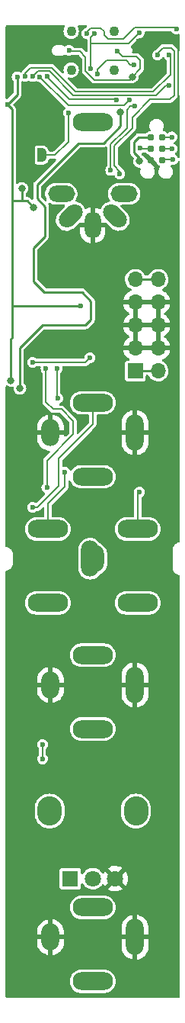
<source format=gbr>
%TF.GenerationSoftware,KiCad,Pcbnew,6.0.11-2627ca5db0~126~ubuntu22.04.1*%
%TF.CreationDate,2023-05-04T09:26:43+02:00*%
%TF.ProjectId,OTBreakOut,4f544272-6561-46b4-9f75-742e6b696361,rev?*%
%TF.SameCoordinates,Original*%
%TF.FileFunction,Copper,L2,Bot*%
%TF.FilePolarity,Positive*%
%FSLAX46Y46*%
G04 Gerber Fmt 4.6, Leading zero omitted, Abs format (unit mm)*
G04 Created by KiCad (PCBNEW 6.0.11-2627ca5db0~126~ubuntu22.04.1) date 2023-05-04 09:26:43*
%MOMM*%
%LPD*%
G01*
G04 APERTURE LIST*
G04 Aperture macros list*
%AMHorizOval*
0 Thick line with rounded ends*
0 $1 width*
0 $2 $3 position (X,Y) of the first rounded end (center of the circle)*
0 $4 $5 position (X,Y) of the second rounded end (center of the circle)*
0 Add line between two ends*
20,1,$1,$2,$3,$4,$5,0*
0 Add two circle primitives to create the rounded ends*
1,1,$1,$2,$3*
1,1,$1,$4,$5*%
%AMFreePoly0*
4,1,22,0.500000,-0.750000,0.000000,-0.750000,0.000000,-0.745033,-0.079941,-0.743568,-0.215256,-0.701293,-0.333266,-0.622738,-0.424486,-0.514219,-0.481581,-0.384460,-0.499164,-0.250000,-0.500000,-0.250000,-0.500000,0.250000,-0.499164,0.250000,-0.499963,0.256109,-0.478152,0.396186,-0.417904,0.524511,-0.324060,0.630769,-0.204165,0.706417,-0.067858,0.745374,0.000000,0.744959,0.000000,0.750000,
0.500000,0.750000,0.500000,-0.750000,0.500000,-0.750000,$1*%
%AMFreePoly1*
4,1,20,0.000000,0.744959,0.073905,0.744508,0.209726,0.703889,0.328688,0.626782,0.421226,0.519385,0.479903,0.390333,0.500000,0.250000,0.500000,-0.250000,0.499851,-0.262216,0.476331,-0.402017,0.414519,-0.529596,0.319384,-0.634700,0.198574,-0.708877,0.061801,-0.746166,0.000000,-0.745033,0.000000,-0.750000,-0.500000,-0.750000,-0.500000,0.750000,0.000000,0.750000,0.000000,0.744959,
0.000000,0.744959,$1*%
G04 Aperture macros list end*
%TA.AperFunction,ComponentPad*%
%ADD10O,2.720000X3.240000*%
%TD*%
%TA.AperFunction,ComponentPad*%
%ADD11R,1.800000X1.800000*%
%TD*%
%TA.AperFunction,ComponentPad*%
%ADD12C,1.800000*%
%TD*%
%TA.AperFunction,ComponentPad*%
%ADD13O,4.500000X2.000000*%
%TD*%
%TA.AperFunction,ComponentPad*%
%ADD14O,3.000000X1.800000*%
%TD*%
%TA.AperFunction,ComponentPad*%
%ADD15O,1.800000X3.000000*%
%TD*%
%TA.AperFunction,ComponentPad*%
%ADD16HorizOval,1.800000X0.424264X-0.424264X-0.424264X0.424264X0*%
%TD*%
%TA.AperFunction,ComponentPad*%
%ADD17HorizOval,1.800000X0.424264X0.424264X-0.424264X-0.424264X0*%
%TD*%
%TA.AperFunction,ComponentPad*%
%ADD18O,2.000000X4.000000*%
%TD*%
%TA.AperFunction,ComponentPad*%
%ADD19O,2.000000X3.000000*%
%TD*%
%TA.AperFunction,ComponentPad*%
%ADD20C,1.100000*%
%TD*%
%TA.AperFunction,SMDPad,CuDef*%
%ADD21FreePoly0,180.000000*%
%TD*%
%TA.AperFunction,SMDPad,CuDef*%
%ADD22FreePoly1,180.000000*%
%TD*%
%TA.AperFunction,ConnectorPad*%
%ADD23C,0.787400*%
%TD*%
%TA.AperFunction,ComponentPad*%
%ADD24R,1.700000X1.700000*%
%TD*%
%TA.AperFunction,ComponentPad*%
%ADD25O,1.700000X1.700000*%
%TD*%
%TA.AperFunction,ViaPad*%
%ADD26C,0.600000*%
%TD*%
%TA.AperFunction,ViaPad*%
%ADD27C,0.800000*%
%TD*%
%TA.AperFunction,Conductor*%
%ADD28C,0.200000*%
%TD*%
%TA.AperFunction,Conductor*%
%ADD29C,0.250000*%
%TD*%
G04 APERTURE END LIST*
D10*
%TO.P,RV1,*%
%TO.N,*%
X104800000Y-144000000D03*
X95200000Y-144000000D03*
D11*
%TO.P,RV1,1,1*%
%TO.N,AUDIO*%
X97500000Y-151500000D03*
D12*
%TO.P,RV1,2,2*%
%TO.N,Net-(R7-Pad2)*%
X100000000Y-151500000D03*
%TO.P,RV1,3,3*%
%TO.N,GND*%
X102500000Y-151500000D03*
%TD*%
D13*
%TO.P,J6,*%
%TO.N,*%
X100000000Y-67550000D03*
D14*
%TO.P,J6,1*%
%TO.N,unconnected-(J6-Pad1)*%
X103500000Y-75500000D03*
D15*
%TO.P,J6,2*%
%TO.N,GND*%
X100000000Y-79000000D03*
D14*
%TO.P,J6,3*%
%TO.N,unconnected-(J6-Pad3)*%
X96500000Y-75500000D03*
D16*
%TO.P,J6,4*%
%TO.N,Net-(J6-Pad4)*%
X102474874Y-77974874D03*
D17*
%TO.P,J6,5*%
%TO.N,Net-(J6-Pad5)*%
X97525126Y-77974874D03*
%TD*%
D18*
%TO.P,J4,*%
%TO.N,*%
X99700000Y-116000000D03*
D13*
%TO.P,J4,2*%
%TO.N,CV2*%
X95000000Y-112700000D03*
%TO.P,J4,3*%
%TO.N,unconnected-(J4-Pad3)*%
X95000000Y-120900000D03*
%TD*%
D18*
%TO.P,J1,1*%
%TO.N,GND*%
X104700000Y-158000000D03*
D19*
X95300000Y-158000000D03*
D13*
%TO.P,J1,2*%
%TO.N,PHONO*%
X100000000Y-154700000D03*
%TO.P,J1,3*%
%TO.N,unconnected-(J1-Pad3)*%
X100000000Y-162900000D03*
%TD*%
D19*
%TO.P,J5,1*%
%TO.N,GND*%
X95300000Y-130000000D03*
D18*
X104700000Y-130000000D03*
D13*
%TO.P,J5,2*%
%TO.N,GATE*%
X100000000Y-126700000D03*
%TO.P,J5,3*%
%TO.N,unconnected-(J5-Pad3)*%
X100000000Y-134900000D03*
%TD*%
D19*
%TO.P,J3,*%
%TO.N,*%
X100300000Y-116000000D03*
D13*
%TO.P,J3,2*%
%TO.N,CV1*%
X105000000Y-112700000D03*
%TO.P,J3,3*%
%TO.N,unconnected-(J3-Pad3)*%
X105000000Y-120900000D03*
%TD*%
D18*
%TO.P,J2,1*%
%TO.N,GND*%
X104700000Y-102000000D03*
D19*
X95300000Y-102000000D03*
D13*
%TO.P,J2,2*%
%TO.N,AUDIO*%
X100000000Y-98700000D03*
%TO.P,J2,3*%
%TO.N,unconnected-(J2-Pad3)*%
X100000000Y-106900000D03*
%TD*%
D20*
%TO.P,J8,*%
%TO.N,*%
X97600000Y-57450000D03*
X102400000Y-57450000D03*
X97600000Y-61750000D03*
X102400000Y-61750000D03*
%TD*%
D21*
%TO.P,JP1,1,A*%
%TO.N,Net-(JP1-Pad1)*%
X94350000Y-71200000D03*
D22*
%TO.P,JP1,2,B*%
%TO.N,GND*%
X93050000Y-71200000D03*
%TD*%
D23*
%TO.P,J9,1,Pin_1*%
%TO.N,MISO*%
X107735000Y-69230000D03*
%TO.P,J9,2,Pin_2*%
%TO.N,+5V*%
X106465000Y-69230000D03*
%TO.P,J9,3,Pin_3*%
%TO.N,SCK*%
X107735000Y-70500000D03*
%TO.P,J9,4,Pin_4*%
%TO.N,MOSI*%
X106465000Y-70500000D03*
%TO.P,J9,5,Pin_5*%
%TO.N,RESET*%
X107735000Y-71770000D03*
%TO.P,J9,6,Pin_6*%
%TO.N,GND*%
X106465000Y-71770000D03*
%TD*%
D24*
%TO.P,J7,1,Pin_1*%
%TO.N,+12V*%
X104730000Y-95160000D03*
D25*
%TO.P,J7,2,Pin_2*%
X107270000Y-95160000D03*
%TO.P,J7,3,Pin_3*%
%TO.N,GND*%
X104730000Y-92620000D03*
%TO.P,J7,4,Pin_4*%
X107270000Y-92620000D03*
%TO.P,J7,5,Pin_5*%
X104730000Y-90080000D03*
%TO.P,J7,6,Pin_6*%
X107270000Y-90080000D03*
%TO.P,J7,7,Pin_7*%
X104730000Y-87540000D03*
%TO.P,J7,8,Pin_8*%
X107270000Y-87540000D03*
%TO.P,J7,9,Pin_9*%
%TO.N,-12V*%
X104730000Y-85000000D03*
%TO.P,J7,10,Pin_10*%
X107270000Y-85000000D03*
%TD*%
D26*
%TO.N,AUDIO*%
X93300000Y-110300000D03*
X94400000Y-136600000D03*
X94400000Y-138200000D03*
%TO.N,CV1*%
X105200000Y-108600000D03*
%TO.N,CV2*%
X96100000Y-98200000D03*
X96900000Y-106400000D03*
X96000000Y-94900000D03*
%TO.N,GATE*%
X94900000Y-108100000D03*
X94800000Y-94900000D03*
%TO.N,D-*%
X104700000Y-65800000D03*
X102000000Y-72900000D03*
%TO.N,D+*%
X99700000Y-93700000D03*
X103000000Y-73300000D03*
X107200000Y-60100000D03*
X93300000Y-94200000D03*
D27*
%TO.N,GND*%
X100500000Y-110250000D03*
D26*
X92240500Y-60407458D03*
D27*
X91300000Y-129500000D03*
D26*
X93700000Y-65800000D03*
X100000000Y-82300000D03*
D27*
X93000000Y-69600000D03*
X93500000Y-73200000D03*
D26*
X105100000Y-58600000D03*
X108800000Y-65900000D03*
X94200000Y-60400000D03*
%TO.N,Net-(JP1-Pad1)*%
X97300000Y-66500000D03*
%TO.N,+5V*%
X91600000Y-62500000D03*
D27*
X92100000Y-74900000D03*
D26*
X98700000Y-87900000D03*
X90500000Y-65600000D03*
D27*
X90900000Y-96200000D03*
X93450000Y-77000000D03*
X105189201Y-71893752D03*
D26*
%TO.N,UGND*%
X97348029Y-59579256D03*
X94100000Y-62500000D03*
D27*
X104400000Y-62500000D03*
D26*
X102729678Y-59665067D03*
X104100000Y-65100000D03*
D27*
%TO.N,VUSB*%
X91900000Y-97100000D03*
X103100000Y-66400000D03*
D26*
%TO.N,Net-(J8-PadA7)*%
X105200000Y-57600000D03*
X99800000Y-61600000D03*
X100200000Y-57700000D03*
%TO.N,MISO*%
X108800000Y-69200000D03*
%TO.N,SCK*%
X108800000Y-70500000D03*
%TO.N,MOSI*%
X105300000Y-70400000D03*
%TO.N,RESET*%
X108900000Y-71700000D03*
%TO.N,Net-(C3-Pad2)*%
X94952400Y-62459500D03*
X102600000Y-65100000D03*
%TO.N,Net-(J8-PadA6)*%
X100500000Y-62200000D03*
X104600000Y-61200000D03*
%TO.N,Net-(R1-Pad2)*%
X108500000Y-60100000D03*
X92500000Y-62465500D03*
%TO.N,Net-(R2-Pad2)*%
X93311898Y-62486145D03*
X108500000Y-63500000D03*
%TO.N,Net-(J8-PadA5)*%
X109300000Y-57200000D03*
X99334500Y-57700000D03*
%TD*%
D28*
%TO.N,AUDIO*%
X93300000Y-110300000D02*
X93800000Y-110300000D01*
X96200000Y-104900000D02*
X100000000Y-101100000D01*
X100000000Y-101100000D02*
X100000000Y-98700000D01*
X96200000Y-107900000D02*
X96200000Y-104900000D01*
X93800000Y-110300000D02*
X96200000Y-107900000D01*
X94400000Y-136600000D02*
X94400000Y-138200000D01*
%TO.N,CV1*%
X105000000Y-108800000D02*
X105000000Y-112700000D01*
X105200000Y-108600000D02*
X105000000Y-108800000D01*
%TO.N,CV2*%
X96000000Y-98100000D02*
X96100000Y-98200000D01*
X96900000Y-106400000D02*
X96900000Y-108000000D01*
X96900000Y-108000000D02*
X95000000Y-109900000D01*
X95000000Y-109900000D02*
X95000000Y-112700000D01*
X96000000Y-94900000D02*
X96000000Y-98100000D01*
%TO.N,GATE*%
X96500000Y-99400000D02*
X95600000Y-99400000D01*
X95600000Y-99400000D02*
X94800000Y-98600000D01*
X97800000Y-100700000D02*
X96500000Y-99400000D01*
X94800000Y-98600000D02*
X94800000Y-98000000D01*
X94900000Y-108100000D02*
X94900000Y-105100000D01*
X97800000Y-102200000D02*
X97800000Y-100700000D01*
X94900000Y-105100000D02*
X97800000Y-102200000D01*
X94800000Y-94900000D02*
X94800000Y-98000000D01*
%TO.N,D-*%
X103550000Y-68450000D02*
X103800000Y-68200000D01*
X103800000Y-68200000D02*
X103800000Y-66200000D01*
X103800000Y-66200000D02*
X104200000Y-65800000D01*
X102000000Y-70000000D02*
X102000000Y-71200000D01*
X103550000Y-68450000D02*
X102000000Y-70000000D01*
X104200000Y-65800000D02*
X104700000Y-65800000D01*
X102000000Y-71200000D02*
X102000000Y-72900000D01*
%TO.N,D+*%
X108600000Y-65000000D02*
X109060000Y-64540000D01*
X102400000Y-72400000D02*
X102400000Y-70200000D01*
X103000000Y-73000000D02*
X102400000Y-72400000D01*
X93300000Y-94200000D02*
X99200000Y-94200000D01*
X102400000Y-70200000D02*
X104400000Y-68200000D01*
X106400000Y-65000000D02*
X108600000Y-65000000D01*
X104400000Y-68200000D02*
X104400000Y-67000000D01*
X108700000Y-59300000D02*
X107800000Y-59300000D01*
X104400000Y-67000000D02*
X106400000Y-65000000D01*
X107800000Y-59300000D02*
X107200000Y-59900000D01*
X107200000Y-59900000D02*
X107200000Y-60100000D01*
X103000000Y-73300000D02*
X103000000Y-73000000D01*
X99200000Y-94200000D02*
X99700000Y-93700000D01*
X109060000Y-64540000D02*
X109060000Y-59660000D01*
X109060000Y-59660000D02*
X108700000Y-59300000D01*
D29*
%TO.N,GND*%
X91800000Y-130000000D02*
X91300000Y-129500000D01*
D28*
X109500000Y-65200000D02*
X109500000Y-64400000D01*
D29*
X95300000Y-130000000D02*
X91800000Y-130000000D01*
X93050000Y-71200000D02*
X93050000Y-72750000D01*
D28*
X100000000Y-79000000D02*
X100000000Y-82300000D01*
X109500000Y-64400000D02*
X109500000Y-58800000D01*
D29*
X93050000Y-69650000D02*
X93000000Y-69600000D01*
D28*
X109200000Y-58500000D02*
X105200000Y-58500000D01*
X109500000Y-58800000D02*
X109200000Y-58500000D01*
D29*
X93050000Y-72750000D02*
X93500000Y-73200000D01*
D28*
X108800000Y-65900000D02*
X109500000Y-65200000D01*
X105200000Y-58500000D02*
X105100000Y-58600000D01*
D29*
X93050000Y-71200000D02*
X93050000Y-69650000D01*
D28*
%TO.N,Net-(JP1-Pad1)*%
X97300000Y-69700000D02*
X97300000Y-66500000D01*
X95800000Y-71200000D02*
X97200000Y-69800000D01*
X95500000Y-71200000D02*
X95800000Y-71200000D01*
X97200000Y-69800000D02*
X97300000Y-69700000D01*
X94350000Y-71200000D02*
X95500000Y-71200000D01*
D29*
%TO.N,+5V*%
X91600000Y-62500000D02*
X91600000Y-64500000D01*
X105189201Y-71893752D02*
X105189201Y-71489201D01*
X105070000Y-69230000D02*
X106465000Y-69230000D01*
X92100000Y-76300000D02*
X92750000Y-76300000D01*
X90900000Y-96200000D02*
X90900000Y-91600000D01*
X90500000Y-65600000D02*
X91000000Y-66100000D01*
X93450000Y-77000000D02*
X92750000Y-76300000D01*
X105189201Y-71893752D02*
X105100000Y-71804551D01*
X91000000Y-80700000D02*
X91000000Y-80900000D01*
X91000000Y-91500000D02*
X90900000Y-91600000D01*
X104600000Y-70900000D02*
X104600000Y-69700000D01*
X91000000Y-87900000D02*
X91000000Y-91500000D01*
X91600000Y-64500000D02*
X90500000Y-65600000D01*
X98700000Y-87900000D02*
X91000000Y-87900000D01*
X104600000Y-69700000D02*
X105070000Y-69230000D01*
X91000000Y-76300000D02*
X91000000Y-80700000D01*
X105189201Y-71489201D02*
X104600000Y-70900000D01*
X91000000Y-66100000D02*
X91000000Y-68000000D01*
X92100000Y-76300000D02*
X92100000Y-74900000D01*
X91000000Y-76300000D02*
X92100000Y-76300000D01*
X91000000Y-68000000D02*
X91000000Y-76300000D01*
X91000000Y-80700000D02*
X91000000Y-87900000D01*
D28*
%TO.N,UGND*%
X102729678Y-59665067D02*
X103344612Y-60280001D01*
X103750000Y-62850000D02*
X100150000Y-62850000D01*
X105300000Y-60700000D02*
X105300000Y-61100000D01*
X97300000Y-65700000D02*
X103500000Y-65700000D01*
X94100000Y-62500000D02*
X97300000Y-65700000D01*
X103344612Y-60280001D02*
X104880001Y-60280001D01*
X105300000Y-61100000D02*
X105300000Y-61600000D01*
X97468773Y-59700000D02*
X97348029Y-59579256D01*
X99200000Y-61900000D02*
X99200000Y-60300000D01*
X103750000Y-62850000D02*
X104150000Y-62850000D01*
X105300000Y-61600000D02*
X104400000Y-62500000D01*
X103500000Y-65700000D02*
X104100000Y-65100000D01*
X104880001Y-60280001D02*
X105300000Y-60700000D01*
X99200000Y-60300000D02*
X98600000Y-59700000D01*
X98600000Y-59700000D02*
X97468773Y-59700000D01*
X103750000Y-62850000D02*
X104050000Y-62850000D01*
X100150000Y-62850000D02*
X99200000Y-61900000D01*
X104050000Y-62850000D02*
X104400000Y-62500000D01*
D29*
%TO.N,VUSB*%
X99800000Y-89500000D02*
X99800000Y-87400000D01*
X101200000Y-69900000D02*
X103100000Y-68000000D01*
X98400000Y-69900000D02*
X101200000Y-69900000D01*
X98800000Y-86400000D02*
X94600000Y-86400000D01*
X94600000Y-86400000D02*
X93400000Y-85200000D01*
X93800000Y-74500000D02*
X98400000Y-69900000D01*
X94400000Y-90100000D02*
X99200000Y-90100000D01*
X93800000Y-76000000D02*
X93800000Y-74500000D01*
X91900000Y-92600000D02*
X94400000Y-90100000D01*
X91900000Y-97100000D02*
X91900000Y-92600000D01*
X99800000Y-87400000D02*
X98800000Y-86400000D01*
X93400000Y-81500000D02*
X94700000Y-80200000D01*
X99200000Y-90100000D02*
X99800000Y-89500000D01*
X103100000Y-68000000D02*
X103100000Y-66400000D01*
X94700000Y-80200000D02*
X94700000Y-76900000D01*
X93400000Y-85200000D02*
X93400000Y-81500000D01*
X94700000Y-76900000D02*
X93800000Y-76000000D01*
D28*
%TO.N,Net-(J8-PadA7)*%
X99800000Y-58100000D02*
X100200000Y-57700000D01*
X105200000Y-57600000D02*
X104000000Y-58800000D01*
X104000000Y-58800000D02*
X99800000Y-58800000D01*
X99800000Y-58800000D02*
X99800000Y-58100000D01*
X99800000Y-61600000D02*
X99800000Y-58800000D01*
%TO.N,MISO*%
X107765000Y-69200000D02*
X107735000Y-69230000D01*
X108800000Y-69200000D02*
X107765000Y-69200000D01*
%TO.N,SCK*%
X108800000Y-70500000D02*
X107735000Y-70500000D01*
%TO.N,MOSI*%
X105400000Y-70500000D02*
X105300000Y-70400000D01*
X106465000Y-70500000D02*
X105400000Y-70500000D01*
X106365000Y-70400000D02*
X106465000Y-70500000D01*
%TO.N,RESET*%
X108900000Y-71700000D02*
X107805000Y-71700000D01*
X107805000Y-71700000D02*
X107735000Y-71770000D01*
%TO.N,Net-(C3-Pad2)*%
X102500000Y-65000000D02*
X102600000Y-65100000D01*
X94952400Y-62552400D02*
X97400000Y-65000000D01*
X94952400Y-62459500D02*
X94952400Y-62552400D01*
X97400000Y-65000000D02*
X102500000Y-65000000D01*
%TO.N,Net-(J8-PadA6)*%
X100500000Y-62200000D02*
X100500000Y-61700000D01*
X101500000Y-60700000D02*
X103700000Y-60700000D01*
X100500000Y-61700000D02*
X101500000Y-60700000D01*
X104200000Y-61200000D02*
X104600000Y-61200000D01*
X103700000Y-60700000D02*
X104200000Y-61200000D01*
%TO.N,Net-(R1-Pad2)*%
X92500000Y-62100000D02*
X93100000Y-61500000D01*
X93100000Y-61500000D02*
X95400000Y-61500000D01*
X92500000Y-62465500D02*
X92500000Y-62100000D01*
X108624144Y-62275856D02*
X108624144Y-60224144D01*
X95400000Y-61500000D02*
X98080000Y-64180000D01*
X108624144Y-60224144D02*
X108500000Y-60100000D01*
X98080000Y-64180000D02*
X106720000Y-64180000D01*
X106720000Y-64180000D02*
X108624144Y-62275856D01*
%TO.N,Net-(R2-Pad2)*%
X97840000Y-64540000D02*
X107060000Y-64540000D01*
X95200000Y-61900000D02*
X97840000Y-64540000D01*
X107060000Y-64540000D02*
X108100000Y-63500000D01*
X93311898Y-62486145D02*
X93898043Y-61900000D01*
X108100000Y-63500000D02*
X108500000Y-63500000D01*
X93898043Y-61900000D02*
X95200000Y-61900000D01*
%TO.N,Net-(J8-PadA5)*%
X101300000Y-57900000D02*
X101700000Y-58300000D01*
X100900000Y-57100000D02*
X101300000Y-57500000D01*
X101300000Y-57500000D02*
X101300000Y-57900000D01*
X104660000Y-57040000D02*
X109140000Y-57040000D01*
X99334500Y-57565500D02*
X99800000Y-57100000D01*
X99334500Y-57700000D02*
X99300000Y-57665500D01*
X99800000Y-57100000D02*
X100900000Y-57100000D01*
X101700000Y-58300000D02*
X103400000Y-58300000D01*
X109140000Y-57040000D02*
X109300000Y-57200000D01*
X103400000Y-58300000D02*
X104660000Y-57040000D01*
X99334500Y-57700000D02*
X99334500Y-57565500D01*
D29*
%TO.N,+12V*%
X107270000Y-95160000D02*
X104730000Y-95160000D01*
%TO.N,-12V*%
X107270000Y-85000000D02*
X104730000Y-85000000D01*
%TD*%
%TA.AperFunction,Conductor*%
%TO.N,GND*%
G36*
X109610721Y-64543140D02*
G01*
X109669893Y-64582373D01*
X109698461Y-64647368D01*
X109699500Y-64663517D01*
X109699500Y-71427536D01*
X109679498Y-71495657D01*
X109625842Y-71542150D01*
X109555568Y-71552254D01*
X109490988Y-71522760D01*
X109457091Y-71475754D01*
X109444874Y-71446260D01*
X109424536Y-71397159D01*
X109328282Y-71271718D01*
X109202841Y-71175464D01*
X109195739Y-71172522D01*
X109146927Y-71121331D01*
X109133489Y-71051618D01*
X109159875Y-70985707D01*
X109182216Y-70963630D01*
X109221733Y-70933308D01*
X109221736Y-70933305D01*
X109228282Y-70928282D01*
X109324536Y-70802841D01*
X109385044Y-70656762D01*
X109405682Y-70500000D01*
X109385044Y-70343238D01*
X109324536Y-70197159D01*
X109228282Y-70071718D01*
X109102841Y-69975464D01*
X109080980Y-69966409D01*
X109025699Y-69921861D01*
X109003278Y-69854498D01*
X109020836Y-69785706D01*
X109072798Y-69737328D01*
X109080980Y-69733591D01*
X109102841Y-69724536D01*
X109228282Y-69628282D01*
X109324536Y-69502841D01*
X109385044Y-69356762D01*
X109405682Y-69200000D01*
X109385044Y-69043238D01*
X109324536Y-68897159D01*
X109228282Y-68771718D01*
X109102841Y-68675464D01*
X108956762Y-68614956D01*
X108800000Y-68594318D01*
X108643238Y-68614956D01*
X108497159Y-68675464D01*
X108487480Y-68682891D01*
X108396666Y-68752575D01*
X108330446Y-68778175D01*
X108260897Y-68763910D01*
X108236143Y-68746688D01*
X108139775Y-68660827D01*
X108139769Y-68660823D01*
X108134099Y-68655771D01*
X108110194Y-68643114D01*
X107992321Y-68580703D01*
X107992318Y-68580702D01*
X107985606Y-68577148D01*
X107978243Y-68575299D01*
X107978239Y-68575297D01*
X107868241Y-68547668D01*
X107866067Y-68547122D01*
X107804871Y-68511127D01*
X107772850Y-68447762D01*
X107780170Y-68377144D01*
X107790377Y-68357404D01*
X107816008Y-68317017D01*
X107816010Y-68317013D01*
X107819786Y-68311063D01*
X107840278Y-68253515D01*
X107877314Y-68149506D01*
X107877315Y-68149501D01*
X107879676Y-68142871D01*
X107880509Y-68135885D01*
X107880510Y-68135881D01*
X107899981Y-67972584D01*
X107900815Y-67965591D01*
X107898905Y-67947416D01*
X107882890Y-67795040D01*
X107882889Y-67795036D01*
X107882153Y-67788032D01*
X107824617Y-67619021D01*
X107818414Y-67608937D01*
X107734759Y-67472958D01*
X107734758Y-67472957D01*
X107731067Y-67466957D01*
X107606151Y-67339397D01*
X107456079Y-67242683D01*
X107388492Y-67218083D01*
X107294929Y-67184029D01*
X107294928Y-67184029D01*
X107288310Y-67181620D01*
X107150419Y-67164200D01*
X107055111Y-67164200D01*
X106978863Y-67172752D01*
X106929572Y-67178281D01*
X106929570Y-67178282D01*
X106922576Y-67179066D01*
X106753971Y-67237781D01*
X106602563Y-67332391D01*
X106590441Y-67344429D01*
X106480876Y-67453231D01*
X106480873Y-67453235D01*
X106475879Y-67458194D01*
X106472105Y-67464140D01*
X106472104Y-67464142D01*
X106383992Y-67602983D01*
X106383990Y-67602987D01*
X106380214Y-67608937D01*
X106377849Y-67615579D01*
X106322686Y-67770494D01*
X106322685Y-67770499D01*
X106320324Y-67777129D01*
X106319491Y-67784115D01*
X106319490Y-67784119D01*
X106304451Y-67910250D01*
X106299185Y-67954409D01*
X106317847Y-68131968D01*
X106320118Y-68138639D01*
X106372934Y-68293784D01*
X106375383Y-68300979D01*
X106379074Y-68306978D01*
X106379075Y-68306981D01*
X106386169Y-68318512D01*
X106407841Y-68353738D01*
X106411156Y-68359127D01*
X106429815Y-68427628D01*
X106408477Y-68495342D01*
X106353917Y-68540771D01*
X106333254Y-68547668D01*
X106228633Y-68572786D01*
X106221244Y-68574560D01*
X106071936Y-68651623D01*
X106038756Y-68680568D01*
X105952517Y-68755800D01*
X105945320Y-68762078D01*
X105943980Y-68763985D01*
X105885445Y-68800049D01*
X105852252Y-68804500D01*
X105002607Y-68804500D01*
X104979790Y-68811914D01*
X104960571Y-68816528D01*
X104936874Y-68820281D01*
X104928037Y-68824784D01*
X104928036Y-68824784D01*
X104915498Y-68831172D01*
X104897237Y-68838736D01*
X104883853Y-68843085D01*
X104883850Y-68843087D01*
X104874419Y-68846151D01*
X104866396Y-68851980D01*
X104855009Y-68860253D01*
X104838163Y-68870577D01*
X104816780Y-68881472D01*
X104251472Y-69446780D01*
X104240577Y-69468163D01*
X104230253Y-69485009D01*
X104216151Y-69504419D01*
X104213087Y-69513850D01*
X104213085Y-69513853D01*
X104208736Y-69527237D01*
X104201172Y-69545498D01*
X104194784Y-69558036D01*
X104190281Y-69566874D01*
X104188730Y-69576668D01*
X104186528Y-69590570D01*
X104181914Y-69609790D01*
X104174500Y-69632607D01*
X104174500Y-70967393D01*
X104181914Y-70990210D01*
X104186528Y-71009429D01*
X104190281Y-71033126D01*
X104194784Y-71041963D01*
X104194784Y-71041964D01*
X104201172Y-71054502D01*
X104208736Y-71072763D01*
X104213085Y-71086147D01*
X104213087Y-71086150D01*
X104216151Y-71095581D01*
X104221980Y-71103604D01*
X104230253Y-71114991D01*
X104240577Y-71131837D01*
X104251472Y-71153220D01*
X104275446Y-71177194D01*
X104436554Y-71338301D01*
X104534716Y-71436463D01*
X104568742Y-71498775D01*
X104563014Y-71571328D01*
X104505725Y-71718265D01*
X104504733Y-71725798D01*
X104504733Y-71725799D01*
X104486526Y-71864102D01*
X104483595Y-71886363D01*
X104502200Y-72054887D01*
X104529059Y-72128282D01*
X104557603Y-72206281D01*
X104560467Y-72214108D01*
X104564703Y-72220411D01*
X104564703Y-72220412D01*
X104573906Y-72234107D01*
X104655031Y-72354835D01*
X104660643Y-72359942D01*
X104660646Y-72359945D01*
X104774813Y-72463829D01*
X104774817Y-72463832D01*
X104780434Y-72468943D01*
X104787107Y-72472566D01*
X104787111Y-72472569D01*
X104922759Y-72546219D01*
X104922761Y-72546220D01*
X104929436Y-72549844D01*
X104936785Y-72551772D01*
X105086084Y-72590940D01*
X105086086Y-72590940D01*
X105093434Y-72592868D01*
X105221077Y-72594873D01*
X105288875Y-72615942D01*
X105334520Y-72670321D01*
X105343518Y-72740745D01*
X105337799Y-72763121D01*
X105304324Y-72857129D01*
X105303491Y-72864115D01*
X105303490Y-72864119D01*
X105288451Y-72990250D01*
X105283185Y-73034409D01*
X105283921Y-73041412D01*
X105283921Y-73041413D01*
X105300888Y-73202841D01*
X105301847Y-73211968D01*
X105304118Y-73218639D01*
X105331816Y-73300000D01*
X105359383Y-73380979D01*
X105363073Y-73386978D01*
X105363074Y-73386979D01*
X105410698Y-73464391D01*
X105452933Y-73533043D01*
X105577849Y-73660603D01*
X105727921Y-73757317D01*
X105895690Y-73818380D01*
X106033581Y-73835800D01*
X106128889Y-73835800D01*
X106205137Y-73827248D01*
X106254428Y-73821719D01*
X106254430Y-73821718D01*
X106261424Y-73820934D01*
X106430029Y-73762219D01*
X106581437Y-73667609D01*
X106654342Y-73595211D01*
X106703124Y-73546769D01*
X106703127Y-73546765D01*
X106708121Y-73541806D01*
X106731046Y-73505682D01*
X106800008Y-73397017D01*
X106800010Y-73397013D01*
X106803786Y-73391063D01*
X106836212Y-73300000D01*
X106861314Y-73229506D01*
X106861315Y-73229501D01*
X106863676Y-73222871D01*
X106864509Y-73215885D01*
X106864510Y-73215881D01*
X106883981Y-73052584D01*
X106884815Y-73045591D01*
X106869513Y-72900000D01*
X106866890Y-72875040D01*
X106866889Y-72875036D01*
X106866153Y-72868032D01*
X106817618Y-72725461D01*
X106814600Y-72654530D01*
X106850410Y-72593226D01*
X106879509Y-72573840D01*
X106893606Y-72561858D01*
X106892009Y-72556220D01*
X106105790Y-71770000D01*
X105686240Y-71350451D01*
X105663989Y-71338301D01*
X105612367Y-71327072D01*
X105570817Y-71290546D01*
X105558950Y-71274213D01*
X105548622Y-71257360D01*
X105537729Y-71235981D01*
X105469916Y-71168168D01*
X105435890Y-71105856D01*
X105440955Y-71035041D01*
X105483502Y-70978205D01*
X105510792Y-70962664D01*
X105512279Y-70962048D01*
X105602841Y-70924536D01*
X105609395Y-70919507D01*
X105613077Y-70917381D01*
X105676078Y-70900500D01*
X105830574Y-70900500D01*
X105898695Y-70920502D01*
X105924919Y-70946189D01*
X105926434Y-70944881D01*
X105931397Y-70950631D01*
X105935634Y-70956936D01*
X105941252Y-70962048D01*
X106054288Y-71064904D01*
X106054292Y-71064907D01*
X106059909Y-71070018D01*
X106173788Y-71131849D01*
X106184584Y-71137711D01*
X106213558Y-71159347D01*
X106428096Y-71373886D01*
X106462121Y-71436198D01*
X106465000Y-71462981D01*
X106465000Y-71770000D01*
X106772020Y-71770000D01*
X106840141Y-71790002D01*
X106861115Y-71806905D01*
X107075070Y-72020860D01*
X107104300Y-72066653D01*
X107107368Y-72075035D01*
X107111920Y-72087475D01*
X107205634Y-72226936D01*
X107211246Y-72232043D01*
X107211249Y-72232046D01*
X107324288Y-72334904D01*
X107324292Y-72334907D01*
X107329909Y-72340018D01*
X107336586Y-72343643D01*
X107336587Y-72343644D01*
X107425371Y-72391850D01*
X107475693Y-72441933D01*
X107490949Y-72511271D01*
X107471635Y-72570094D01*
X107396214Y-72688937D01*
X107393849Y-72695579D01*
X107338686Y-72850494D01*
X107338685Y-72850499D01*
X107336324Y-72857129D01*
X107335491Y-72864115D01*
X107335490Y-72864119D01*
X107320451Y-72990250D01*
X107315185Y-73034409D01*
X107315921Y-73041412D01*
X107315921Y-73041413D01*
X107332888Y-73202841D01*
X107333847Y-73211968D01*
X107336118Y-73218639D01*
X107363816Y-73300000D01*
X107391383Y-73380979D01*
X107395073Y-73386978D01*
X107395074Y-73386979D01*
X107442698Y-73464391D01*
X107484933Y-73533043D01*
X107609849Y-73660603D01*
X107759921Y-73757317D01*
X107927690Y-73818380D01*
X108065581Y-73835800D01*
X108160889Y-73835800D01*
X108237137Y-73827248D01*
X108286428Y-73821719D01*
X108286430Y-73821718D01*
X108293424Y-73820934D01*
X108462029Y-73762219D01*
X108613437Y-73667609D01*
X108686342Y-73595211D01*
X108735124Y-73546769D01*
X108735127Y-73546765D01*
X108740121Y-73541806D01*
X108763046Y-73505682D01*
X108832008Y-73397017D01*
X108832010Y-73397013D01*
X108835786Y-73391063D01*
X108868212Y-73300000D01*
X108893314Y-73229506D01*
X108893315Y-73229501D01*
X108895676Y-73222871D01*
X108896509Y-73215885D01*
X108896510Y-73215881D01*
X108915981Y-73052584D01*
X108916815Y-73045591D01*
X108901513Y-72900000D01*
X108898890Y-72875040D01*
X108898889Y-72875036D01*
X108898153Y-72868032D01*
X108862439Y-72763123D01*
X108842888Y-72705691D01*
X108842887Y-72705688D01*
X108840617Y-72699021D01*
X108834414Y-72688937D01*
X108750759Y-72552958D01*
X108750758Y-72552957D01*
X108747067Y-72546957D01*
X108742141Y-72541927D01*
X108742135Y-72541919D01*
X108708494Y-72507567D01*
X108675123Y-72444902D01*
X108680929Y-72374143D01*
X108724068Y-72317756D01*
X108790844Y-72293643D01*
X108814963Y-72294487D01*
X108891812Y-72304604D01*
X108900000Y-72305682D01*
X108908188Y-72304604D01*
X109048574Y-72286122D01*
X109056762Y-72285044D01*
X109202841Y-72224536D01*
X109328282Y-72128282D01*
X109424536Y-72002841D01*
X109457091Y-71924246D01*
X109501639Y-71868965D01*
X109569003Y-71846544D01*
X109637794Y-71864102D01*
X109686172Y-71916064D01*
X109699500Y-71972464D01*
X109699500Y-114081527D01*
X109679498Y-114149648D01*
X109625842Y-114196141D01*
X109591336Y-114206258D01*
X109588154Y-114206713D01*
X109583505Y-114207290D01*
X109527017Y-114213227D01*
X109520348Y-114215497D01*
X109513471Y-114217009D01*
X109513361Y-114216509D01*
X109504138Y-114218715D01*
X109490348Y-114220685D01*
X109483130Y-114221504D01*
X109438998Y-114225222D01*
X109433093Y-114227484D01*
X109412145Y-114237958D01*
X109396150Y-114244623D01*
X109381738Y-114249495D01*
X109381736Y-114249496D01*
X109370718Y-114253221D01*
X109361780Y-114260662D01*
X109354616Y-114264671D01*
X109341270Y-114273395D01*
X109334209Y-114276925D01*
X109316923Y-114284018D01*
X109302090Y-114288854D01*
X109302087Y-114288856D01*
X109293635Y-114291611D01*
X109288406Y-114295165D01*
X109286048Y-114297130D01*
X109286044Y-114297133D01*
X109255925Y-114322232D01*
X109251296Y-114325908D01*
X109214016Y-114354119D01*
X109210291Y-114360130D01*
X109208884Y-114361433D01*
X109205235Y-114364474D01*
X109204045Y-114365206D01*
X109202267Y-114366947D01*
X109198329Y-114370229D01*
X109198326Y-114370230D01*
X109140272Y-114418609D01*
X109132806Y-114424372D01*
X109099854Y-114447889D01*
X109095932Y-114452849D01*
X109081312Y-114475591D01*
X109072355Y-114487833D01*
X109052869Y-114511351D01*
X109049168Y-114522383D01*
X109043514Y-114532543D01*
X109043198Y-114532367D01*
X109038437Y-114542283D01*
X108985469Y-114624680D01*
X108980533Y-114631807D01*
X108955542Y-114665358D01*
X108953324Y-114671280D01*
X108952533Y-114674247D01*
X108952528Y-114674262D01*
X108946688Y-114696165D01*
X108941617Y-114711272D01*
X108930576Y-114738345D01*
X108930356Y-114749979D01*
X108928010Y-114761370D01*
X108927869Y-114761341D01*
X108926263Y-114772757D01*
X108913258Y-114821528D01*
X108906272Y-114847725D01*
X108901559Y-114861943D01*
X108890117Y-114890622D01*
X108889500Y-114896915D01*
X108889500Y-114933193D01*
X108889132Y-114942818D01*
X108887235Y-114967584D01*
X108886065Y-114982849D01*
X108889019Y-114992685D01*
X108889500Y-115001600D01*
X108889500Y-116819105D01*
X108888192Y-116832342D01*
X108887905Y-116833158D01*
X108887551Y-116839471D01*
X108887679Y-116842544D01*
X108887679Y-116842550D01*
X108889391Y-116883633D01*
X108889500Y-116888878D01*
X108889500Y-116907948D01*
X108890499Y-116913310D01*
X108890839Y-116918385D01*
X108899467Y-117125456D01*
X108899561Y-117128790D01*
X108900211Y-117171630D01*
X108900212Y-117171637D01*
X108900347Y-117180529D01*
X108902198Y-117186575D01*
X108908636Y-117202028D01*
X108915127Y-117222271D01*
X108919620Y-117241831D01*
X108926130Y-117251470D01*
X108926131Y-117251472D01*
X108927191Y-117253041D01*
X108939084Y-117275103D01*
X108963181Y-117332936D01*
X108967915Y-117346401D01*
X108974358Y-117368687D01*
X108974361Y-117368694D01*
X108976832Y-117377240D01*
X108980209Y-117382586D01*
X108982098Y-117385015D01*
X108982101Y-117385019D01*
X109001761Y-117410296D01*
X109007771Y-117418716D01*
X109022692Y-117441545D01*
X109022695Y-117441548D01*
X109029058Y-117451283D01*
X109037939Y-117457672D01*
X109044713Y-117465520D01*
X109051890Y-117474748D01*
X109059288Y-117485339D01*
X109066543Y-117496951D01*
X109070361Y-117503802D01*
X109071319Y-117505205D01*
X109075254Y-117513179D01*
X109079518Y-117517848D01*
X109081809Y-117519910D01*
X109081811Y-117519912D01*
X109098824Y-117535224D01*
X109099253Y-117535644D01*
X109099958Y-117536550D01*
X109102277Y-117538607D01*
X109102286Y-117538616D01*
X109123336Y-117557289D01*
X109123982Y-117557866D01*
X109138228Y-117570687D01*
X109143330Y-117575544D01*
X109195230Y-117627807D01*
X109201179Y-117631583D01*
X109201181Y-117631584D01*
X109201264Y-117631637D01*
X109201993Y-117632237D01*
X109206668Y-117635996D01*
X109206624Y-117636050D01*
X109225176Y-117651323D01*
X109234300Y-117660946D01*
X109234303Y-117660948D01*
X109240419Y-117667399D01*
X109245874Y-117670596D01*
X109248663Y-117671883D01*
X109248676Y-117671890D01*
X109271243Y-117682305D01*
X109284161Y-117689204D01*
X109311007Y-117705616D01*
X109316739Y-117706661D01*
X109329851Y-117713240D01*
X109346864Y-117724037D01*
X109395531Y-117741366D01*
X109420125Y-117753271D01*
X109437935Y-117764424D01*
X109444016Y-117766157D01*
X109468577Y-117770622D01*
X109477122Y-117772176D01*
X109496849Y-117777445D01*
X109509410Y-117781918D01*
X109509419Y-117781920D01*
X109516049Y-117784281D01*
X109550393Y-117788376D01*
X109564484Y-117790057D01*
X109583617Y-117794925D01*
X109583724Y-117794486D01*
X109592363Y-117796588D01*
X109600622Y-117799883D01*
X109605159Y-117800328D01*
X109664751Y-117834788D01*
X109697239Y-117897915D01*
X109699500Y-117921675D01*
X109699500Y-164573500D01*
X109679498Y-164641621D01*
X109625842Y-164688114D01*
X109573500Y-164699500D01*
X90426500Y-164699500D01*
X90358379Y-164679498D01*
X90311886Y-164625842D01*
X90300500Y-164573500D01*
X90300500Y-162900000D01*
X97444532Y-162900000D01*
X97464365Y-163126692D01*
X97523261Y-163346496D01*
X97619432Y-163552734D01*
X97749953Y-163739139D01*
X97910861Y-163900047D01*
X98097266Y-164030568D01*
X98102244Y-164032889D01*
X98102247Y-164032891D01*
X98298522Y-164124416D01*
X98303504Y-164126739D01*
X98308812Y-164128161D01*
X98308814Y-164128162D01*
X98517993Y-164184211D01*
X98517995Y-164184211D01*
X98523308Y-164185635D01*
X98622302Y-164194296D01*
X98690492Y-164200262D01*
X98690499Y-164200262D01*
X98693216Y-164200500D01*
X101306784Y-164200500D01*
X101309501Y-164200262D01*
X101309508Y-164200262D01*
X101377698Y-164194296D01*
X101476692Y-164185635D01*
X101482005Y-164184211D01*
X101482007Y-164184211D01*
X101691186Y-164128162D01*
X101691188Y-164128161D01*
X101696496Y-164126739D01*
X101701478Y-164124416D01*
X101897753Y-164032891D01*
X101897756Y-164032889D01*
X101902734Y-164030568D01*
X102089139Y-163900047D01*
X102250047Y-163739139D01*
X102380568Y-163552734D01*
X102476739Y-163346496D01*
X102535635Y-163126692D01*
X102555468Y-162900000D01*
X102535635Y-162673308D01*
X102476739Y-162453504D01*
X102380568Y-162247266D01*
X102250047Y-162060861D01*
X102089139Y-161899953D01*
X101902734Y-161769432D01*
X101897756Y-161767111D01*
X101897753Y-161767109D01*
X101701478Y-161675584D01*
X101701476Y-161675583D01*
X101696496Y-161673261D01*
X101691188Y-161671839D01*
X101691186Y-161671838D01*
X101482007Y-161615789D01*
X101482005Y-161615789D01*
X101476692Y-161614365D01*
X101377698Y-161605704D01*
X101309508Y-161599738D01*
X101309501Y-161599738D01*
X101306784Y-161599500D01*
X98693216Y-161599500D01*
X98690499Y-161599738D01*
X98690492Y-161599738D01*
X98622302Y-161605704D01*
X98523308Y-161614365D01*
X98517995Y-161615789D01*
X98517993Y-161615789D01*
X98308814Y-161671838D01*
X98308812Y-161671839D01*
X98303504Y-161673261D01*
X98298524Y-161675583D01*
X98298522Y-161675584D01*
X98102247Y-161767109D01*
X98102244Y-161767111D01*
X98097266Y-161769432D01*
X97910861Y-161899953D01*
X97749953Y-162060861D01*
X97619432Y-162247266D01*
X97523261Y-162453504D01*
X97464365Y-162673308D01*
X97444532Y-162900000D01*
X90300500Y-162900000D01*
X90300500Y-158558456D01*
X93792000Y-158558456D01*
X93792202Y-158563488D01*
X93806150Y-158736843D01*
X93807762Y-158746796D01*
X93863233Y-158972633D01*
X93866416Y-158982203D01*
X93957280Y-159196265D01*
X93961955Y-159205207D01*
X94085874Y-159401987D01*
X94091914Y-159410060D01*
X94245703Y-159584500D01*
X94252956Y-159591504D01*
X94432654Y-159739110D01*
X94440936Y-159744866D01*
X94641919Y-159861841D01*
X94651024Y-159866203D01*
X94868115Y-159949537D01*
X94877804Y-159952388D01*
X95028264Y-159983821D01*
X95042325Y-159982698D01*
X95046000Y-159972590D01*
X95046000Y-159970590D01*
X95554000Y-159970590D01*
X95558136Y-159984676D01*
X95571114Y-159986725D01*
X95588830Y-159984675D01*
X95598727Y-159982715D01*
X95822494Y-159919396D01*
X95831938Y-159915884D01*
X96042705Y-159817601D01*
X96051471Y-159812622D01*
X96243802Y-159681913D01*
X96251677Y-159675581D01*
X96420626Y-159515814D01*
X96427387Y-159508305D01*
X96568625Y-159323574D01*
X96574089Y-159315095D01*
X96683978Y-159110153D01*
X96688020Y-159100901D01*
X96702635Y-159058456D01*
X103192000Y-159058456D01*
X103192202Y-159063488D01*
X103206150Y-159236843D01*
X103207762Y-159246796D01*
X103263233Y-159472633D01*
X103266416Y-159482203D01*
X103357280Y-159696265D01*
X103361955Y-159705207D01*
X103485874Y-159901987D01*
X103491914Y-159910060D01*
X103645703Y-160084500D01*
X103652956Y-160091504D01*
X103832654Y-160239110D01*
X103840936Y-160244866D01*
X104041919Y-160361841D01*
X104051024Y-160366203D01*
X104268115Y-160449537D01*
X104277804Y-160452388D01*
X104428264Y-160483821D01*
X104442325Y-160482698D01*
X104446000Y-160472590D01*
X104446000Y-160470590D01*
X104954000Y-160470590D01*
X104958136Y-160484676D01*
X104971114Y-160486725D01*
X104988830Y-160484675D01*
X104998727Y-160482715D01*
X105222494Y-160419396D01*
X105231938Y-160415884D01*
X105442705Y-160317601D01*
X105451471Y-160312622D01*
X105643802Y-160181913D01*
X105651677Y-160175581D01*
X105820626Y-160015814D01*
X105827387Y-160008305D01*
X105968625Y-159823574D01*
X105974089Y-159815095D01*
X106083978Y-159610153D01*
X106088020Y-159600901D01*
X106163727Y-159381029D01*
X106166236Y-159371257D01*
X106206004Y-159141029D01*
X106206859Y-159133157D01*
X106207936Y-159109449D01*
X106208000Y-159106616D01*
X106208000Y-158272115D01*
X106203525Y-158256876D01*
X106202135Y-158255671D01*
X106194452Y-158254000D01*
X104972115Y-158254000D01*
X104956876Y-158258475D01*
X104955671Y-158259865D01*
X104954000Y-158267548D01*
X104954000Y-160470590D01*
X104446000Y-160470590D01*
X104446000Y-158272115D01*
X104441525Y-158256876D01*
X104440135Y-158255671D01*
X104432452Y-158254000D01*
X103210115Y-158254000D01*
X103194876Y-158258475D01*
X103193671Y-158259865D01*
X103192000Y-158267548D01*
X103192000Y-159058456D01*
X96702635Y-159058456D01*
X96763727Y-158881029D01*
X96766236Y-158871257D01*
X96806004Y-158641029D01*
X96806859Y-158633157D01*
X96807936Y-158609449D01*
X96808000Y-158606616D01*
X96808000Y-158272115D01*
X96803525Y-158256876D01*
X96802135Y-158255671D01*
X96794452Y-158254000D01*
X95572115Y-158254000D01*
X95556876Y-158258475D01*
X95555671Y-158259865D01*
X95554000Y-158267548D01*
X95554000Y-159970590D01*
X95046000Y-159970590D01*
X95046000Y-158272115D01*
X95041525Y-158256876D01*
X95040135Y-158255671D01*
X95032452Y-158254000D01*
X93810115Y-158254000D01*
X93794876Y-158258475D01*
X93793671Y-158259865D01*
X93792000Y-158267548D01*
X93792000Y-158558456D01*
X90300500Y-158558456D01*
X90300500Y-157727885D01*
X93792000Y-157727885D01*
X93796475Y-157743124D01*
X93797865Y-157744329D01*
X93805548Y-157746000D01*
X95027885Y-157746000D01*
X95043124Y-157741525D01*
X95044329Y-157740135D01*
X95046000Y-157732452D01*
X95046000Y-157727885D01*
X95554000Y-157727885D01*
X95558475Y-157743124D01*
X95559865Y-157744329D01*
X95567548Y-157746000D01*
X96789885Y-157746000D01*
X96805124Y-157741525D01*
X96806329Y-157740135D01*
X96808000Y-157732452D01*
X96808000Y-157727885D01*
X103192000Y-157727885D01*
X103196475Y-157743124D01*
X103197865Y-157744329D01*
X103205548Y-157746000D01*
X104427885Y-157746000D01*
X104443124Y-157741525D01*
X104444329Y-157740135D01*
X104446000Y-157732452D01*
X104446000Y-157727885D01*
X104954000Y-157727885D01*
X104958475Y-157743124D01*
X104959865Y-157744329D01*
X104967548Y-157746000D01*
X106189885Y-157746000D01*
X106205124Y-157741525D01*
X106206329Y-157740135D01*
X106208000Y-157732452D01*
X106208000Y-156941544D01*
X106207798Y-156936512D01*
X106193850Y-156763157D01*
X106192238Y-156753204D01*
X106136767Y-156527367D01*
X106133584Y-156517797D01*
X106042720Y-156303735D01*
X106038045Y-156294793D01*
X105914126Y-156098013D01*
X105908086Y-156089940D01*
X105754297Y-155915500D01*
X105747044Y-155908496D01*
X105567346Y-155760890D01*
X105559064Y-155755134D01*
X105358081Y-155638159D01*
X105348976Y-155633797D01*
X105131885Y-155550463D01*
X105122196Y-155547612D01*
X104971736Y-155516179D01*
X104957675Y-155517302D01*
X104954000Y-155527410D01*
X104954000Y-157727885D01*
X104446000Y-157727885D01*
X104446000Y-155529410D01*
X104441864Y-155515324D01*
X104428886Y-155513275D01*
X104411170Y-155515325D01*
X104401273Y-155517285D01*
X104177506Y-155580604D01*
X104168062Y-155584116D01*
X103957295Y-155682399D01*
X103948529Y-155687378D01*
X103756198Y-155818087D01*
X103748323Y-155824419D01*
X103579374Y-155984186D01*
X103572613Y-155991695D01*
X103431375Y-156176426D01*
X103425911Y-156184905D01*
X103316022Y-156389847D01*
X103311980Y-156399099D01*
X103236273Y-156618971D01*
X103233764Y-156628743D01*
X103193996Y-156858971D01*
X103193141Y-156866843D01*
X103192064Y-156890551D01*
X103192000Y-156893384D01*
X103192000Y-157727885D01*
X96808000Y-157727885D01*
X96808000Y-157441544D01*
X96807798Y-157436512D01*
X96793850Y-157263157D01*
X96792238Y-157253204D01*
X96736767Y-157027367D01*
X96733584Y-157017797D01*
X96642720Y-156803735D01*
X96638045Y-156794793D01*
X96514126Y-156598013D01*
X96508086Y-156589940D01*
X96354297Y-156415500D01*
X96347044Y-156408496D01*
X96167346Y-156260890D01*
X96159064Y-156255134D01*
X95958081Y-156138159D01*
X95948976Y-156133797D01*
X95731885Y-156050463D01*
X95722196Y-156047612D01*
X95571736Y-156016179D01*
X95557675Y-156017302D01*
X95554000Y-156027410D01*
X95554000Y-157727885D01*
X95046000Y-157727885D01*
X95046000Y-156029410D01*
X95041864Y-156015324D01*
X95028886Y-156013275D01*
X95011170Y-156015325D01*
X95001273Y-156017285D01*
X94777506Y-156080604D01*
X94768062Y-156084116D01*
X94557295Y-156182399D01*
X94548529Y-156187378D01*
X94356198Y-156318087D01*
X94348323Y-156324419D01*
X94179374Y-156484186D01*
X94172613Y-156491695D01*
X94031375Y-156676426D01*
X94025911Y-156684905D01*
X93916022Y-156889847D01*
X93911980Y-156899099D01*
X93836273Y-157118971D01*
X93833764Y-157128743D01*
X93793996Y-157358971D01*
X93793141Y-157366843D01*
X93792064Y-157390551D01*
X93792000Y-157393384D01*
X93792000Y-157727885D01*
X90300500Y-157727885D01*
X90300500Y-154700000D01*
X97444532Y-154700000D01*
X97464365Y-154926692D01*
X97523261Y-155146496D01*
X97619432Y-155352734D01*
X97749953Y-155539139D01*
X97910861Y-155700047D01*
X98097266Y-155830568D01*
X98102244Y-155832889D01*
X98102247Y-155832891D01*
X98264382Y-155908496D01*
X98303504Y-155926739D01*
X98308812Y-155928161D01*
X98308814Y-155928162D01*
X98517993Y-155984211D01*
X98517995Y-155984211D01*
X98523308Y-155985635D01*
X98622302Y-155994296D01*
X98690492Y-156000262D01*
X98690499Y-156000262D01*
X98693216Y-156000500D01*
X101306784Y-156000500D01*
X101309501Y-156000262D01*
X101309508Y-156000262D01*
X101377698Y-155994296D01*
X101476692Y-155985635D01*
X101482005Y-155984211D01*
X101482007Y-155984211D01*
X101691186Y-155928162D01*
X101691188Y-155928161D01*
X101696496Y-155926739D01*
X101735618Y-155908496D01*
X101897753Y-155832891D01*
X101897756Y-155832889D01*
X101902734Y-155830568D01*
X102089139Y-155700047D01*
X102250047Y-155539139D01*
X102380568Y-155352734D01*
X102476739Y-155146496D01*
X102535635Y-154926692D01*
X102555468Y-154700000D01*
X102535635Y-154473308D01*
X102476739Y-154253504D01*
X102380568Y-154047266D01*
X102250047Y-153860861D01*
X102089139Y-153699953D01*
X101902734Y-153569432D01*
X101897756Y-153567111D01*
X101897753Y-153567109D01*
X101701478Y-153475584D01*
X101701476Y-153475583D01*
X101696496Y-153473261D01*
X101691188Y-153471839D01*
X101691186Y-153471838D01*
X101482007Y-153415789D01*
X101482005Y-153415789D01*
X101476692Y-153414365D01*
X101377698Y-153405704D01*
X101309508Y-153399738D01*
X101309501Y-153399738D01*
X101306784Y-153399500D01*
X98693216Y-153399500D01*
X98690499Y-153399738D01*
X98690492Y-153399738D01*
X98622302Y-153405704D01*
X98523308Y-153414365D01*
X98517995Y-153415789D01*
X98517993Y-153415789D01*
X98308814Y-153471838D01*
X98308812Y-153471839D01*
X98303504Y-153473261D01*
X98298524Y-153475583D01*
X98298522Y-153475584D01*
X98102247Y-153567109D01*
X98102244Y-153567111D01*
X98097266Y-153569432D01*
X97910861Y-153699953D01*
X97749953Y-153860861D01*
X97619432Y-154047266D01*
X97523261Y-154253504D01*
X97464365Y-154473308D01*
X97444532Y-154700000D01*
X90300500Y-154700000D01*
X90300500Y-152444646D01*
X96299500Y-152444646D01*
X96302618Y-152470846D01*
X96306456Y-152479486D01*
X96306456Y-152479487D01*
X96342014Y-152559540D01*
X96348061Y-152573153D01*
X96356294Y-152581372D01*
X96356295Y-152581373D01*
X96387835Y-152612858D01*
X96427287Y-152652241D01*
X96437924Y-152656944D01*
X96437926Y-152656945D01*
X96472729Y-152672331D01*
X96529673Y-152697506D01*
X96555354Y-152700500D01*
X98444646Y-152700500D01*
X98448350Y-152700059D01*
X98448353Y-152700059D01*
X98455746Y-152699179D01*
X98470846Y-152697382D01*
X98531423Y-152670475D01*
X98562518Y-152656663D01*
X98573153Y-152651939D01*
X98652241Y-152572713D01*
X98697506Y-152470327D01*
X98700500Y-152444646D01*
X98700500Y-152123128D01*
X98720502Y-152055007D01*
X98774158Y-152008514D01*
X98844432Y-151998410D01*
X98909012Y-152027904D01*
X98940926Y-152070377D01*
X98955883Y-152102821D01*
X99083222Y-152283002D01*
X99241264Y-152436961D01*
X99246060Y-152440166D01*
X99246063Y-152440168D01*
X99330261Y-152496427D01*
X99424717Y-152559540D01*
X99430020Y-152561818D01*
X99430023Y-152561820D01*
X99620616Y-152643705D01*
X99627436Y-152646635D01*
X99707088Y-152664658D01*
X99836995Y-152694054D01*
X99837001Y-152694055D01*
X99842632Y-152695329D01*
X99848403Y-152695556D01*
X99848405Y-152695556D01*
X99916211Y-152698220D01*
X100063098Y-152703991D01*
X100172275Y-152688161D01*
X100275738Y-152673160D01*
X100275743Y-152673159D01*
X100281452Y-152672331D01*
X100286916Y-152670476D01*
X100286921Y-152670475D01*
X100313637Y-152661406D01*
X101703423Y-152661406D01*
X101708704Y-152668461D01*
X101885080Y-152771527D01*
X101894363Y-152775974D01*
X102101003Y-152854883D01*
X102110901Y-152857759D01*
X102327653Y-152901857D01*
X102337883Y-152903076D01*
X102558914Y-152911182D01*
X102569223Y-152910714D01*
X102788623Y-152882608D01*
X102798688Y-152880468D01*
X103010557Y-152816905D01*
X103020152Y-152813144D01*
X103218778Y-152715838D01*
X103227636Y-152710559D01*
X103285097Y-152669572D01*
X103293497Y-152658874D01*
X103286510Y-152645721D01*
X102512811Y-151872021D01*
X102498868Y-151864408D01*
X102497034Y-151864539D01*
X102490420Y-151868790D01*
X101710180Y-152649031D01*
X101703423Y-152661406D01*
X100313637Y-152661406D01*
X100484907Y-152603268D01*
X100484912Y-152603266D01*
X100490379Y-152601410D01*
X100540836Y-152573153D01*
X100570875Y-152556330D01*
X100682884Y-152493602D01*
X100699856Y-152479487D01*
X100848086Y-152356204D01*
X100852518Y-152352518D01*
X100993602Y-152182884D01*
X101019355Y-152136899D01*
X101070089Y-152087240D01*
X101139621Y-152072892D01*
X101205872Y-152098414D01*
X101238249Y-152137431D01*
X101238932Y-152137012D01*
X101330097Y-152285781D01*
X101340553Y-152295242D01*
X101349331Y-152291458D01*
X102127979Y-151512811D01*
X102134356Y-151501132D01*
X102864408Y-151501132D01*
X102864539Y-151502966D01*
X102868790Y-151509580D01*
X103646307Y-152287096D01*
X103658313Y-152293652D01*
X103670052Y-152284684D01*
X103708010Y-152231859D01*
X103713321Y-152223020D01*
X103811318Y-152024737D01*
X103815117Y-152015142D01*
X103879415Y-151803517D01*
X103881594Y-151793436D01*
X103910702Y-151572338D01*
X103911221Y-151565663D01*
X103912744Y-151503364D01*
X103912550Y-151496646D01*
X103894279Y-151274400D01*
X103892596Y-151264238D01*
X103838710Y-151049708D01*
X103835389Y-151039953D01*
X103747193Y-150837118D01*
X103742315Y-150828020D01*
X103669224Y-150715038D01*
X103658538Y-150705835D01*
X103648973Y-150710238D01*
X102872021Y-151487189D01*
X102864408Y-151501132D01*
X102134356Y-151501132D01*
X102135592Y-151498868D01*
X102135461Y-151497034D01*
X102131210Y-151490420D01*
X101353862Y-150713073D01*
X101342330Y-150706776D01*
X101330048Y-150716399D01*
X101274467Y-150797877D01*
X101269379Y-150806833D01*
X101247310Y-150854378D01*
X101200486Y-150907745D01*
X101132243Y-150927326D01*
X101064247Y-150906903D01*
X101028223Y-150869872D01*
X101027980Y-150870053D01*
X101026594Y-150868197D01*
X100895967Y-150693267D01*
X100750811Y-150559086D01*
X100738189Y-150547418D01*
X100738186Y-150547416D01*
X100733949Y-150543499D01*
X100547350Y-150425764D01*
X100342421Y-150344006D01*
X100336761Y-150342880D01*
X100336757Y-150342879D01*
X100325858Y-150340711D01*
X101705508Y-150340711D01*
X101712251Y-150353040D01*
X102487189Y-151127979D01*
X102501132Y-151135592D01*
X102502966Y-151135461D01*
X102509580Y-151131210D01*
X103288994Y-150351795D01*
X103296011Y-150338944D01*
X103288237Y-150328274D01*
X103285902Y-150326430D01*
X103277320Y-150320729D01*
X103083678Y-150213833D01*
X103074272Y-150209606D01*
X102865772Y-150135772D01*
X102855809Y-150133140D01*
X102638047Y-150094350D01*
X102627796Y-150093381D01*
X102406616Y-150090679D01*
X102396332Y-150091399D01*
X102177693Y-150124855D01*
X102167666Y-150127244D01*
X101957426Y-150195961D01*
X101947916Y-150199958D01*
X101751725Y-150302089D01*
X101743007Y-150307578D01*
X101713961Y-150329386D01*
X101705508Y-150340711D01*
X100325858Y-150340711D01*
X100131691Y-150302089D01*
X100131688Y-150302089D01*
X100126024Y-150300962D01*
X100120249Y-150300886D01*
X100120245Y-150300886D01*
X100009504Y-150299437D01*
X99905406Y-150298074D01*
X99899709Y-150299053D01*
X99899708Y-150299053D01*
X99693654Y-150334459D01*
X99693653Y-150334459D01*
X99687957Y-150335438D01*
X99480957Y-150411804D01*
X99475996Y-150414756D01*
X99475995Y-150414756D01*
X99469489Y-150418627D01*
X99291341Y-150524614D01*
X99125457Y-150670090D01*
X98988863Y-150843360D01*
X98974819Y-150870053D01*
X98938008Y-150940019D01*
X98888589Y-150990991D01*
X98819456Y-151007154D01*
X98752560Y-150983375D01*
X98709140Y-150927204D01*
X98700500Y-150881351D01*
X98700500Y-150555354D01*
X98697382Y-150529154D01*
X98651939Y-150426847D01*
X98634869Y-150409806D01*
X98580945Y-150355977D01*
X98572713Y-150347759D01*
X98562076Y-150343056D01*
X98562074Y-150343055D01*
X98502538Y-150316735D01*
X98470327Y-150302494D01*
X98444646Y-150299500D01*
X96555354Y-150299500D01*
X96551650Y-150299941D01*
X96551647Y-150299941D01*
X96544254Y-150300821D01*
X96529154Y-150302618D01*
X96520514Y-150306456D01*
X96520513Y-150306456D01*
X96447372Y-150338944D01*
X96426847Y-150348061D01*
X96347759Y-150427287D01*
X96302494Y-150529673D01*
X96299500Y-150555354D01*
X96299500Y-152444646D01*
X90300500Y-152444646D01*
X90300500Y-144325246D01*
X93539500Y-144325246D01*
X93554872Y-144520563D01*
X93615887Y-144774710D01*
X93715908Y-145016182D01*
X93852473Y-145239036D01*
X93855685Y-145242796D01*
X93855688Y-145242801D01*
X94006828Y-145419762D01*
X94022218Y-145437782D01*
X94025980Y-145440995D01*
X94217199Y-145604312D01*
X94217204Y-145604315D01*
X94220964Y-145607527D01*
X94443818Y-145744092D01*
X94448388Y-145745985D01*
X94448392Y-145745987D01*
X94680717Y-145842219D01*
X94685290Y-145844113D01*
X94773061Y-145865185D01*
X94934624Y-145903973D01*
X94934630Y-145903974D01*
X94939437Y-145905128D01*
X95200000Y-145925635D01*
X95460563Y-145905128D01*
X95465370Y-145903974D01*
X95465376Y-145903973D01*
X95626939Y-145865185D01*
X95714710Y-145844113D01*
X95719283Y-145842219D01*
X95951608Y-145745987D01*
X95951612Y-145745985D01*
X95956182Y-145744092D01*
X96179036Y-145607527D01*
X96182796Y-145604315D01*
X96182801Y-145604312D01*
X96374020Y-145440995D01*
X96377782Y-145437782D01*
X96393172Y-145419762D01*
X96544312Y-145242801D01*
X96544315Y-145242796D01*
X96547527Y-145239036D01*
X96684092Y-145016182D01*
X96784113Y-144774710D01*
X96845128Y-144520563D01*
X96860500Y-144325246D01*
X103139500Y-144325246D01*
X103154872Y-144520563D01*
X103215887Y-144774710D01*
X103315908Y-145016182D01*
X103452473Y-145239036D01*
X103455685Y-145242796D01*
X103455688Y-145242801D01*
X103606828Y-145419762D01*
X103622218Y-145437782D01*
X103625980Y-145440995D01*
X103817199Y-145604312D01*
X103817204Y-145604315D01*
X103820964Y-145607527D01*
X104043818Y-145744092D01*
X104048388Y-145745985D01*
X104048392Y-145745987D01*
X104280717Y-145842219D01*
X104285290Y-145844113D01*
X104373061Y-145865185D01*
X104534624Y-145903973D01*
X104534630Y-145903974D01*
X104539437Y-145905128D01*
X104800000Y-145925635D01*
X105060563Y-145905128D01*
X105065370Y-145903974D01*
X105065376Y-145903973D01*
X105226939Y-145865185D01*
X105314710Y-145844113D01*
X105319283Y-145842219D01*
X105551608Y-145745987D01*
X105551612Y-145745985D01*
X105556182Y-145744092D01*
X105779036Y-145607527D01*
X105782796Y-145604315D01*
X105782801Y-145604312D01*
X105974020Y-145440995D01*
X105977782Y-145437782D01*
X105993172Y-145419762D01*
X106144312Y-145242801D01*
X106144315Y-145242796D01*
X106147527Y-145239036D01*
X106284092Y-145016182D01*
X106384113Y-144774710D01*
X106445128Y-144520563D01*
X106460500Y-144325246D01*
X106460500Y-143674754D01*
X106445128Y-143479437D01*
X106384113Y-143225290D01*
X106284092Y-142983818D01*
X106147527Y-142760964D01*
X106144315Y-142757204D01*
X106144312Y-142757199D01*
X105980995Y-142565980D01*
X105977782Y-142562218D01*
X105959762Y-142546828D01*
X105782801Y-142395688D01*
X105782796Y-142395685D01*
X105779036Y-142392473D01*
X105556182Y-142255908D01*
X105551612Y-142254015D01*
X105551608Y-142254013D01*
X105319283Y-142157781D01*
X105319281Y-142157780D01*
X105314710Y-142155887D01*
X105226939Y-142134815D01*
X105065376Y-142096027D01*
X105065370Y-142096026D01*
X105060563Y-142094872D01*
X104800000Y-142074365D01*
X104539437Y-142094872D01*
X104534630Y-142096026D01*
X104534624Y-142096027D01*
X104373061Y-142134815D01*
X104285290Y-142155887D01*
X104280719Y-142157780D01*
X104280717Y-142157781D01*
X104048392Y-142254013D01*
X104048388Y-142254015D01*
X104043818Y-142255908D01*
X103820964Y-142392473D01*
X103817204Y-142395685D01*
X103817199Y-142395688D01*
X103640238Y-142546828D01*
X103622218Y-142562218D01*
X103619005Y-142565980D01*
X103455688Y-142757199D01*
X103455685Y-142757204D01*
X103452473Y-142760964D01*
X103315908Y-142983818D01*
X103215887Y-143225290D01*
X103154872Y-143479437D01*
X103139500Y-143674754D01*
X103139500Y-144325246D01*
X96860500Y-144325246D01*
X96860500Y-143674754D01*
X96845128Y-143479437D01*
X96784113Y-143225290D01*
X96684092Y-142983818D01*
X96547527Y-142760964D01*
X96544315Y-142757204D01*
X96544312Y-142757199D01*
X96380995Y-142565980D01*
X96377782Y-142562218D01*
X96359762Y-142546828D01*
X96182801Y-142395688D01*
X96182796Y-142395685D01*
X96179036Y-142392473D01*
X95956182Y-142255908D01*
X95951612Y-142254015D01*
X95951608Y-142254013D01*
X95719283Y-142157781D01*
X95719281Y-142157780D01*
X95714710Y-142155887D01*
X95626939Y-142134815D01*
X95465376Y-142096027D01*
X95465370Y-142096026D01*
X95460563Y-142094872D01*
X95200000Y-142074365D01*
X94939437Y-142094872D01*
X94934630Y-142096026D01*
X94934624Y-142096027D01*
X94773061Y-142134815D01*
X94685290Y-142155887D01*
X94680719Y-142157780D01*
X94680717Y-142157781D01*
X94448392Y-142254013D01*
X94448388Y-142254015D01*
X94443818Y-142255908D01*
X94220964Y-142392473D01*
X94217204Y-142395685D01*
X94217199Y-142395688D01*
X94040238Y-142546828D01*
X94022218Y-142562218D01*
X94019005Y-142565980D01*
X93855688Y-142757199D01*
X93855685Y-142757204D01*
X93852473Y-142760964D01*
X93715908Y-142983818D01*
X93615887Y-143225290D01*
X93554872Y-143479437D01*
X93539500Y-143674754D01*
X93539500Y-144325246D01*
X90300500Y-144325246D01*
X90300500Y-138200000D01*
X93794318Y-138200000D01*
X93814956Y-138356762D01*
X93875464Y-138502841D01*
X93971718Y-138628282D01*
X94097159Y-138724536D01*
X94243238Y-138785044D01*
X94400000Y-138805682D01*
X94408188Y-138804604D01*
X94548574Y-138786122D01*
X94556762Y-138785044D01*
X94702841Y-138724536D01*
X94828282Y-138628282D01*
X94924536Y-138502841D01*
X94985044Y-138356762D01*
X95005682Y-138200000D01*
X94985044Y-138043238D01*
X94924536Y-137897159D01*
X94828282Y-137771718D01*
X94830614Y-137769928D01*
X94803379Y-137720052D01*
X94800500Y-137693269D01*
X94800500Y-137106731D01*
X94820502Y-137038610D01*
X94828618Y-137028540D01*
X94828282Y-137028282D01*
X94919509Y-136909392D01*
X94924536Y-136902841D01*
X94985044Y-136756762D01*
X95005682Y-136600000D01*
X94985044Y-136443238D01*
X94924536Y-136297159D01*
X94828282Y-136171718D01*
X94702841Y-136075464D01*
X94556762Y-136014956D01*
X94400000Y-135994318D01*
X94243238Y-136014956D01*
X94097159Y-136075464D01*
X93971718Y-136171718D01*
X93875464Y-136297159D01*
X93814956Y-136443238D01*
X93794318Y-136600000D01*
X93814956Y-136756762D01*
X93875464Y-136902841D01*
X93880491Y-136909392D01*
X93971718Y-137028282D01*
X93969386Y-137030072D01*
X93996621Y-137079948D01*
X93999500Y-137106731D01*
X93999500Y-137693269D01*
X93979498Y-137761390D01*
X93971382Y-137771460D01*
X93971718Y-137771718D01*
X93875464Y-137897159D01*
X93814956Y-138043238D01*
X93794318Y-138200000D01*
X90300500Y-138200000D01*
X90300500Y-134900000D01*
X97444532Y-134900000D01*
X97464365Y-135126692D01*
X97523261Y-135346496D01*
X97619432Y-135552734D01*
X97749953Y-135739139D01*
X97910861Y-135900047D01*
X98097266Y-136030568D01*
X98102244Y-136032889D01*
X98102247Y-136032891D01*
X98298522Y-136124416D01*
X98303504Y-136126739D01*
X98308812Y-136128161D01*
X98308814Y-136128162D01*
X98517993Y-136184211D01*
X98517995Y-136184211D01*
X98523308Y-136185635D01*
X98622302Y-136194296D01*
X98690492Y-136200262D01*
X98690499Y-136200262D01*
X98693216Y-136200500D01*
X101306784Y-136200500D01*
X101309501Y-136200262D01*
X101309508Y-136200262D01*
X101377698Y-136194296D01*
X101476692Y-136185635D01*
X101482005Y-136184211D01*
X101482007Y-136184211D01*
X101691186Y-136128162D01*
X101691188Y-136128161D01*
X101696496Y-136126739D01*
X101701478Y-136124416D01*
X101897753Y-136032891D01*
X101897756Y-136032889D01*
X101902734Y-136030568D01*
X102089139Y-135900047D01*
X102250047Y-135739139D01*
X102380568Y-135552734D01*
X102476739Y-135346496D01*
X102535635Y-135126692D01*
X102555468Y-134900000D01*
X102535635Y-134673308D01*
X102476739Y-134453504D01*
X102380568Y-134247266D01*
X102250047Y-134060861D01*
X102089139Y-133899953D01*
X101902734Y-133769432D01*
X101897756Y-133767111D01*
X101897753Y-133767109D01*
X101701478Y-133675584D01*
X101701476Y-133675583D01*
X101696496Y-133673261D01*
X101691188Y-133671839D01*
X101691186Y-133671838D01*
X101482007Y-133615789D01*
X101482005Y-133615789D01*
X101476692Y-133614365D01*
X101377698Y-133605704D01*
X101309508Y-133599738D01*
X101309501Y-133599738D01*
X101306784Y-133599500D01*
X98693216Y-133599500D01*
X98690499Y-133599738D01*
X98690492Y-133599738D01*
X98622302Y-133605704D01*
X98523308Y-133614365D01*
X98517995Y-133615789D01*
X98517993Y-133615789D01*
X98308814Y-133671838D01*
X98308812Y-133671839D01*
X98303504Y-133673261D01*
X98298524Y-133675583D01*
X98298522Y-133675584D01*
X98102247Y-133767109D01*
X98102244Y-133767111D01*
X98097266Y-133769432D01*
X97910861Y-133899953D01*
X97749953Y-134060861D01*
X97619432Y-134247266D01*
X97523261Y-134453504D01*
X97464365Y-134673308D01*
X97444532Y-134900000D01*
X90300500Y-134900000D01*
X90300500Y-130558456D01*
X93792000Y-130558456D01*
X93792202Y-130563488D01*
X93806150Y-130736843D01*
X93807762Y-130746796D01*
X93863233Y-130972633D01*
X93866416Y-130982203D01*
X93957280Y-131196265D01*
X93961955Y-131205207D01*
X94085874Y-131401987D01*
X94091914Y-131410060D01*
X94245703Y-131584500D01*
X94252956Y-131591504D01*
X94432654Y-131739110D01*
X94440936Y-131744866D01*
X94641919Y-131861841D01*
X94651024Y-131866203D01*
X94868115Y-131949537D01*
X94877804Y-131952388D01*
X95028264Y-131983821D01*
X95042325Y-131982698D01*
X95046000Y-131972590D01*
X95046000Y-131970590D01*
X95554000Y-131970590D01*
X95558136Y-131984676D01*
X95571114Y-131986725D01*
X95588830Y-131984675D01*
X95598727Y-131982715D01*
X95822494Y-131919396D01*
X95831938Y-131915884D01*
X96042705Y-131817601D01*
X96051471Y-131812622D01*
X96243802Y-131681913D01*
X96251677Y-131675581D01*
X96420626Y-131515814D01*
X96427387Y-131508305D01*
X96568625Y-131323574D01*
X96574089Y-131315095D01*
X96683978Y-131110153D01*
X96688020Y-131100901D01*
X96702635Y-131058456D01*
X103192000Y-131058456D01*
X103192202Y-131063488D01*
X103206150Y-131236843D01*
X103207762Y-131246796D01*
X103263233Y-131472633D01*
X103266416Y-131482203D01*
X103357280Y-131696265D01*
X103361955Y-131705207D01*
X103485874Y-131901987D01*
X103491914Y-131910060D01*
X103645703Y-132084500D01*
X103652956Y-132091504D01*
X103832654Y-132239110D01*
X103840936Y-132244866D01*
X104041919Y-132361841D01*
X104051024Y-132366203D01*
X104268115Y-132449537D01*
X104277804Y-132452388D01*
X104428264Y-132483821D01*
X104442325Y-132482698D01*
X104446000Y-132472590D01*
X104446000Y-132470590D01*
X104954000Y-132470590D01*
X104958136Y-132484676D01*
X104971114Y-132486725D01*
X104988830Y-132484675D01*
X104998727Y-132482715D01*
X105222494Y-132419396D01*
X105231938Y-132415884D01*
X105442705Y-132317601D01*
X105451471Y-132312622D01*
X105643802Y-132181913D01*
X105651677Y-132175581D01*
X105820626Y-132015814D01*
X105827387Y-132008305D01*
X105968625Y-131823574D01*
X105974089Y-131815095D01*
X106083978Y-131610153D01*
X106088020Y-131600901D01*
X106163727Y-131381029D01*
X106166236Y-131371257D01*
X106206004Y-131141029D01*
X106206859Y-131133157D01*
X106207936Y-131109449D01*
X106208000Y-131106616D01*
X106208000Y-130272115D01*
X106203525Y-130256876D01*
X106202135Y-130255671D01*
X106194452Y-130254000D01*
X104972115Y-130254000D01*
X104956876Y-130258475D01*
X104955671Y-130259865D01*
X104954000Y-130267548D01*
X104954000Y-132470590D01*
X104446000Y-132470590D01*
X104446000Y-130272115D01*
X104441525Y-130256876D01*
X104440135Y-130255671D01*
X104432452Y-130254000D01*
X103210115Y-130254000D01*
X103194876Y-130258475D01*
X103193671Y-130259865D01*
X103192000Y-130267548D01*
X103192000Y-131058456D01*
X96702635Y-131058456D01*
X96763727Y-130881029D01*
X96766236Y-130871257D01*
X96806004Y-130641029D01*
X96806859Y-130633157D01*
X96807936Y-130609449D01*
X96808000Y-130606616D01*
X96808000Y-130272115D01*
X96803525Y-130256876D01*
X96802135Y-130255671D01*
X96794452Y-130254000D01*
X95572115Y-130254000D01*
X95556876Y-130258475D01*
X95555671Y-130259865D01*
X95554000Y-130267548D01*
X95554000Y-131970590D01*
X95046000Y-131970590D01*
X95046000Y-130272115D01*
X95041525Y-130256876D01*
X95040135Y-130255671D01*
X95032452Y-130254000D01*
X93810115Y-130254000D01*
X93794876Y-130258475D01*
X93793671Y-130259865D01*
X93792000Y-130267548D01*
X93792000Y-130558456D01*
X90300500Y-130558456D01*
X90300500Y-129727885D01*
X93792000Y-129727885D01*
X93796475Y-129743124D01*
X93797865Y-129744329D01*
X93805548Y-129746000D01*
X95027885Y-129746000D01*
X95043124Y-129741525D01*
X95044329Y-129740135D01*
X95046000Y-129732452D01*
X95046000Y-129727885D01*
X95554000Y-129727885D01*
X95558475Y-129743124D01*
X95559865Y-129744329D01*
X95567548Y-129746000D01*
X96789885Y-129746000D01*
X96805124Y-129741525D01*
X96806329Y-129740135D01*
X96808000Y-129732452D01*
X96808000Y-129727885D01*
X103192000Y-129727885D01*
X103196475Y-129743124D01*
X103197865Y-129744329D01*
X103205548Y-129746000D01*
X104427885Y-129746000D01*
X104443124Y-129741525D01*
X104444329Y-129740135D01*
X104446000Y-129732452D01*
X104446000Y-129727885D01*
X104954000Y-129727885D01*
X104958475Y-129743124D01*
X104959865Y-129744329D01*
X104967548Y-129746000D01*
X106189885Y-129746000D01*
X106205124Y-129741525D01*
X106206329Y-129740135D01*
X106208000Y-129732452D01*
X106208000Y-128941544D01*
X106207798Y-128936512D01*
X106193850Y-128763157D01*
X106192238Y-128753204D01*
X106136767Y-128527367D01*
X106133584Y-128517797D01*
X106042720Y-128303735D01*
X106038045Y-128294793D01*
X105914126Y-128098013D01*
X105908086Y-128089940D01*
X105754297Y-127915500D01*
X105747044Y-127908496D01*
X105567346Y-127760890D01*
X105559064Y-127755134D01*
X105358081Y-127638159D01*
X105348976Y-127633797D01*
X105131885Y-127550463D01*
X105122196Y-127547612D01*
X104971736Y-127516179D01*
X104957675Y-127517302D01*
X104954000Y-127527410D01*
X104954000Y-129727885D01*
X104446000Y-129727885D01*
X104446000Y-127529410D01*
X104441864Y-127515324D01*
X104428886Y-127513275D01*
X104411170Y-127515325D01*
X104401273Y-127517285D01*
X104177506Y-127580604D01*
X104168062Y-127584116D01*
X103957295Y-127682399D01*
X103948529Y-127687378D01*
X103756198Y-127818087D01*
X103748323Y-127824419D01*
X103579374Y-127984186D01*
X103572613Y-127991695D01*
X103431375Y-128176426D01*
X103425911Y-128184905D01*
X103316022Y-128389847D01*
X103311980Y-128399099D01*
X103236273Y-128618971D01*
X103233764Y-128628743D01*
X103193996Y-128858971D01*
X103193141Y-128866843D01*
X103192064Y-128890551D01*
X103192000Y-128893384D01*
X103192000Y-129727885D01*
X96808000Y-129727885D01*
X96808000Y-129441544D01*
X96807798Y-129436512D01*
X96793850Y-129263157D01*
X96792238Y-129253204D01*
X96736767Y-129027367D01*
X96733584Y-129017797D01*
X96642720Y-128803735D01*
X96638045Y-128794793D01*
X96514126Y-128598013D01*
X96508086Y-128589940D01*
X96354297Y-128415500D01*
X96347044Y-128408496D01*
X96167346Y-128260890D01*
X96159064Y-128255134D01*
X95958081Y-128138159D01*
X95948976Y-128133797D01*
X95731885Y-128050463D01*
X95722196Y-128047612D01*
X95571736Y-128016179D01*
X95557675Y-128017302D01*
X95554000Y-128027410D01*
X95554000Y-129727885D01*
X95046000Y-129727885D01*
X95046000Y-128029410D01*
X95041864Y-128015324D01*
X95028886Y-128013275D01*
X95011170Y-128015325D01*
X95001273Y-128017285D01*
X94777506Y-128080604D01*
X94768062Y-128084116D01*
X94557295Y-128182399D01*
X94548529Y-128187378D01*
X94356198Y-128318087D01*
X94348323Y-128324419D01*
X94179374Y-128484186D01*
X94172613Y-128491695D01*
X94031375Y-128676426D01*
X94025911Y-128684905D01*
X93916022Y-128889847D01*
X93911980Y-128899099D01*
X93836273Y-129118971D01*
X93833764Y-129128743D01*
X93793996Y-129358971D01*
X93793141Y-129366843D01*
X93792064Y-129390551D01*
X93792000Y-129393384D01*
X93792000Y-129727885D01*
X90300500Y-129727885D01*
X90300500Y-126700000D01*
X97444532Y-126700000D01*
X97464365Y-126926692D01*
X97523261Y-127146496D01*
X97619432Y-127352734D01*
X97749953Y-127539139D01*
X97910861Y-127700047D01*
X98097266Y-127830568D01*
X98102244Y-127832889D01*
X98102247Y-127832891D01*
X98264382Y-127908496D01*
X98303504Y-127926739D01*
X98308812Y-127928161D01*
X98308814Y-127928162D01*
X98517993Y-127984211D01*
X98517995Y-127984211D01*
X98523308Y-127985635D01*
X98622302Y-127994296D01*
X98690492Y-128000262D01*
X98690499Y-128000262D01*
X98693216Y-128000500D01*
X101306784Y-128000500D01*
X101309501Y-128000262D01*
X101309508Y-128000262D01*
X101377698Y-127994296D01*
X101476692Y-127985635D01*
X101482005Y-127984211D01*
X101482007Y-127984211D01*
X101691186Y-127928162D01*
X101691188Y-127928161D01*
X101696496Y-127926739D01*
X101735618Y-127908496D01*
X101897753Y-127832891D01*
X101897756Y-127832889D01*
X101902734Y-127830568D01*
X102089139Y-127700047D01*
X102250047Y-127539139D01*
X102380568Y-127352734D01*
X102476739Y-127146496D01*
X102535635Y-126926692D01*
X102555468Y-126700000D01*
X102535635Y-126473308D01*
X102476739Y-126253504D01*
X102380568Y-126047266D01*
X102250047Y-125860861D01*
X102089139Y-125699953D01*
X101902734Y-125569432D01*
X101897756Y-125567111D01*
X101897753Y-125567109D01*
X101701478Y-125475584D01*
X101701476Y-125475583D01*
X101696496Y-125473261D01*
X101691188Y-125471839D01*
X101691186Y-125471838D01*
X101482007Y-125415789D01*
X101482005Y-125415789D01*
X101476692Y-125414365D01*
X101377698Y-125405704D01*
X101309508Y-125399738D01*
X101309501Y-125399738D01*
X101306784Y-125399500D01*
X98693216Y-125399500D01*
X98690499Y-125399738D01*
X98690492Y-125399738D01*
X98622302Y-125405704D01*
X98523308Y-125414365D01*
X98517995Y-125415789D01*
X98517993Y-125415789D01*
X98308814Y-125471838D01*
X98308812Y-125471839D01*
X98303504Y-125473261D01*
X98298524Y-125475583D01*
X98298522Y-125475584D01*
X98102247Y-125567109D01*
X98102244Y-125567111D01*
X98097266Y-125569432D01*
X97910861Y-125699953D01*
X97749953Y-125860861D01*
X97619432Y-126047266D01*
X97523261Y-126253504D01*
X97464365Y-126473308D01*
X97444532Y-126700000D01*
X90300500Y-126700000D01*
X90300500Y-120900000D01*
X92444532Y-120900000D01*
X92464365Y-121126692D01*
X92523261Y-121346496D01*
X92619432Y-121552734D01*
X92749953Y-121739139D01*
X92910861Y-121900047D01*
X93097266Y-122030568D01*
X93102244Y-122032889D01*
X93102247Y-122032891D01*
X93298522Y-122124416D01*
X93303504Y-122126739D01*
X93308812Y-122128161D01*
X93308814Y-122128162D01*
X93517993Y-122184211D01*
X93517995Y-122184211D01*
X93523308Y-122185635D01*
X93622302Y-122194296D01*
X93690492Y-122200262D01*
X93690499Y-122200262D01*
X93693216Y-122200500D01*
X96306784Y-122200500D01*
X96309501Y-122200262D01*
X96309508Y-122200262D01*
X96377698Y-122194296D01*
X96476692Y-122185635D01*
X96482005Y-122184211D01*
X96482007Y-122184211D01*
X96691186Y-122128162D01*
X96691188Y-122128161D01*
X96696496Y-122126739D01*
X96701478Y-122124416D01*
X96897753Y-122032891D01*
X96897756Y-122032889D01*
X96902734Y-122030568D01*
X97089139Y-121900047D01*
X97250047Y-121739139D01*
X97380568Y-121552734D01*
X97476739Y-121346496D01*
X97535635Y-121126692D01*
X97555468Y-120900000D01*
X102444532Y-120900000D01*
X102464365Y-121126692D01*
X102523261Y-121346496D01*
X102619432Y-121552734D01*
X102749953Y-121739139D01*
X102910861Y-121900047D01*
X103097266Y-122030568D01*
X103102244Y-122032889D01*
X103102247Y-122032891D01*
X103298522Y-122124416D01*
X103303504Y-122126739D01*
X103308812Y-122128161D01*
X103308814Y-122128162D01*
X103517993Y-122184211D01*
X103517995Y-122184211D01*
X103523308Y-122185635D01*
X103622302Y-122194296D01*
X103690492Y-122200262D01*
X103690499Y-122200262D01*
X103693216Y-122200500D01*
X106306784Y-122200500D01*
X106309501Y-122200262D01*
X106309508Y-122200262D01*
X106377698Y-122194296D01*
X106476692Y-122185635D01*
X106482005Y-122184211D01*
X106482007Y-122184211D01*
X106691186Y-122128162D01*
X106691188Y-122128161D01*
X106696496Y-122126739D01*
X106701478Y-122124416D01*
X106897753Y-122032891D01*
X106897756Y-122032889D01*
X106902734Y-122030568D01*
X107089139Y-121900047D01*
X107250047Y-121739139D01*
X107380568Y-121552734D01*
X107476739Y-121346496D01*
X107535635Y-121126692D01*
X107555468Y-120900000D01*
X107535635Y-120673308D01*
X107476739Y-120453504D01*
X107380568Y-120247266D01*
X107250047Y-120060861D01*
X107089139Y-119899953D01*
X106902734Y-119769432D01*
X106897756Y-119767111D01*
X106897753Y-119767109D01*
X106701478Y-119675584D01*
X106701476Y-119675583D01*
X106696496Y-119673261D01*
X106691188Y-119671839D01*
X106691186Y-119671838D01*
X106482007Y-119615789D01*
X106482005Y-119615789D01*
X106476692Y-119614365D01*
X106377698Y-119605704D01*
X106309508Y-119599738D01*
X106309501Y-119599738D01*
X106306784Y-119599500D01*
X103693216Y-119599500D01*
X103690499Y-119599738D01*
X103690492Y-119599738D01*
X103622302Y-119605704D01*
X103523308Y-119614365D01*
X103517995Y-119615789D01*
X103517993Y-119615789D01*
X103308814Y-119671838D01*
X103308812Y-119671839D01*
X103303504Y-119673261D01*
X103298524Y-119675583D01*
X103298522Y-119675584D01*
X103102247Y-119767109D01*
X103102244Y-119767111D01*
X103097266Y-119769432D01*
X102910861Y-119899953D01*
X102749953Y-120060861D01*
X102619432Y-120247266D01*
X102523261Y-120453504D01*
X102464365Y-120673308D01*
X102444532Y-120900000D01*
X97555468Y-120900000D01*
X97535635Y-120673308D01*
X97476739Y-120453504D01*
X97380568Y-120247266D01*
X97250047Y-120060861D01*
X97089139Y-119899953D01*
X96902734Y-119769432D01*
X96897756Y-119767111D01*
X96897753Y-119767109D01*
X96701478Y-119675584D01*
X96701476Y-119675583D01*
X96696496Y-119673261D01*
X96691188Y-119671839D01*
X96691186Y-119671838D01*
X96482007Y-119615789D01*
X96482005Y-119615789D01*
X96476692Y-119614365D01*
X96377698Y-119605704D01*
X96309508Y-119599738D01*
X96309501Y-119599738D01*
X96306784Y-119599500D01*
X93693216Y-119599500D01*
X93690499Y-119599738D01*
X93690492Y-119599738D01*
X93622302Y-119605704D01*
X93523308Y-119614365D01*
X93517995Y-119615789D01*
X93517993Y-119615789D01*
X93308814Y-119671838D01*
X93308812Y-119671839D01*
X93303504Y-119673261D01*
X93298524Y-119675583D01*
X93298522Y-119675584D01*
X93102247Y-119767109D01*
X93102244Y-119767111D01*
X93097266Y-119769432D01*
X92910861Y-119899953D01*
X92749953Y-120060861D01*
X92619432Y-120247266D01*
X92523261Y-120453504D01*
X92464365Y-120673308D01*
X92444532Y-120900000D01*
X90300500Y-120900000D01*
X90300500Y-117426977D01*
X90320502Y-117358856D01*
X90374158Y-117312363D01*
X90413963Y-117301602D01*
X90425301Y-117300468D01*
X90429196Y-117300079D01*
X90435079Y-117299630D01*
X90481756Y-117297164D01*
X90487728Y-117295087D01*
X90506869Y-117286253D01*
X90524390Y-117279696D01*
X90536717Y-117276101D01*
X90536719Y-117276100D01*
X90547886Y-117272843D01*
X90557134Y-117265783D01*
X90560455Y-117264104D01*
X90578787Y-117253060D01*
X90591852Y-117247030D01*
X90604044Y-117242156D01*
X90642993Y-117228897D01*
X90648994Y-117225206D01*
X90653123Y-117223262D01*
X90656940Y-117222455D01*
X90662518Y-117219477D01*
X90685399Y-117204223D01*
X90687699Y-117202793D01*
X90691302Y-117201130D01*
X90696038Y-117197774D01*
X90696043Y-117197771D01*
X90708862Y-117188687D01*
X90715692Y-117184172D01*
X90789954Y-117138486D01*
X90789955Y-117138485D01*
X90795955Y-117134794D01*
X90800987Y-117129866D01*
X90802052Y-117129034D01*
X90816445Y-117119309D01*
X90821422Y-117116424D01*
X90829118Y-117111964D01*
X90833492Y-117107397D01*
X90848607Y-117088160D01*
X90859777Y-117075737D01*
X90871441Y-117064379D01*
X90871442Y-117064378D01*
X90879240Y-117056784D01*
X98399500Y-117056784D01*
X98399738Y-117059501D01*
X98399738Y-117059508D01*
X98400164Y-117064379D01*
X98414365Y-117226692D01*
X98415789Y-117232005D01*
X98415789Y-117232007D01*
X98445539Y-117343034D01*
X98473261Y-117446496D01*
X98475583Y-117451476D01*
X98475584Y-117451478D01*
X98563493Y-117639997D01*
X98569432Y-117652734D01*
X98699953Y-117839139D01*
X98860861Y-118000047D01*
X99047266Y-118130568D01*
X99052244Y-118132889D01*
X99052247Y-118132891D01*
X99248522Y-118224416D01*
X99253504Y-118226739D01*
X99258812Y-118228161D01*
X99258814Y-118228162D01*
X99467993Y-118284211D01*
X99467995Y-118284211D01*
X99473308Y-118285635D01*
X99700000Y-118305468D01*
X99926692Y-118285635D01*
X99932005Y-118284211D01*
X99932007Y-118284211D01*
X100141186Y-118228162D01*
X100141188Y-118228161D01*
X100146496Y-118226739D01*
X100151478Y-118224416D01*
X100347753Y-118132891D01*
X100347756Y-118132889D01*
X100352734Y-118130568D01*
X100539139Y-118000047D01*
X100700047Y-117839139D01*
X100775022Y-117732062D01*
X100824984Y-117690139D01*
X100915881Y-117647753D01*
X100947753Y-117632891D01*
X100947756Y-117632889D01*
X100952734Y-117630568D01*
X101139139Y-117500047D01*
X101300047Y-117339139D01*
X101430568Y-117152734D01*
X101441734Y-117128790D01*
X101524416Y-116951478D01*
X101524417Y-116951476D01*
X101526739Y-116946496D01*
X101538623Y-116902146D01*
X101584211Y-116732007D01*
X101584211Y-116732005D01*
X101585635Y-116726692D01*
X101600500Y-116556784D01*
X101600500Y-115443216D01*
X101585635Y-115273308D01*
X101579067Y-115248797D01*
X101528162Y-115058814D01*
X101528161Y-115058812D01*
X101526739Y-115053504D01*
X101524416Y-115048522D01*
X101432891Y-114852247D01*
X101432889Y-114852244D01*
X101430568Y-114847266D01*
X101300047Y-114660861D01*
X101139139Y-114499953D01*
X100952734Y-114369432D01*
X100947756Y-114367111D01*
X100947753Y-114367109D01*
X100859403Y-114325911D01*
X100824984Y-114309861D01*
X100775021Y-114267937D01*
X100774271Y-114266865D01*
X100700047Y-114160861D01*
X100539139Y-113999953D01*
X100352734Y-113869432D01*
X100347756Y-113867111D01*
X100347753Y-113867109D01*
X100151478Y-113775584D01*
X100151476Y-113775583D01*
X100146496Y-113773261D01*
X100141188Y-113771839D01*
X100141186Y-113771838D01*
X99932007Y-113715789D01*
X99932005Y-113715789D01*
X99926692Y-113714365D01*
X99700000Y-113694532D01*
X99473308Y-113714365D01*
X99467995Y-113715789D01*
X99467993Y-113715789D01*
X99258814Y-113771838D01*
X99258812Y-113771839D01*
X99253504Y-113773261D01*
X99248524Y-113775583D01*
X99248522Y-113775584D01*
X99052247Y-113867109D01*
X99052244Y-113867111D01*
X99047266Y-113869432D01*
X98860861Y-113999953D01*
X98699953Y-114160861D01*
X98569432Y-114347266D01*
X98567111Y-114352244D01*
X98567109Y-114352247D01*
X98496416Y-114503848D01*
X98473261Y-114553504D01*
X98471839Y-114558812D01*
X98471838Y-114558814D01*
X98415789Y-114767993D01*
X98414365Y-114773308D01*
X98409228Y-114832025D01*
X98400276Y-114934350D01*
X98399500Y-114943216D01*
X98399500Y-117056784D01*
X90879240Y-117056784D01*
X90879776Y-117056262D01*
X90881784Y-117051887D01*
X90887631Y-117045018D01*
X90924268Y-117009141D01*
X90929918Y-117000375D01*
X90963136Y-116948830D01*
X90972863Y-116935693D01*
X90975028Y-116933135D01*
X90981669Y-116927221D01*
X90985035Y-116921868D01*
X90997624Y-116896690D01*
X91004411Y-116884783D01*
X91005680Y-116882814D01*
X91021554Y-116858183D01*
X91031183Y-116831728D01*
X91033985Y-116832748D01*
X91036755Y-116818429D01*
X91038760Y-116814418D01*
X91056008Y-116779922D01*
X91057188Y-116777623D01*
X91077878Y-116738312D01*
X91082019Y-116730445D01*
X91083292Y-116724251D01*
X91084918Y-116708803D01*
X91089117Y-116687227D01*
X91091107Y-116680294D01*
X91094316Y-116669115D01*
X91093009Y-116654426D01*
X91093206Y-116630076D01*
X91102978Y-116537236D01*
X91105858Y-116520636D01*
X91106588Y-116517637D01*
X91109883Y-116509378D01*
X91110500Y-116503085D01*
X91110500Y-116472392D01*
X91111163Y-116459746D01*
X91111167Y-116459439D01*
X91111775Y-116453663D01*
X91111316Y-116447881D01*
X91111316Y-116447868D01*
X91110896Y-116442584D01*
X91110500Y-116432608D01*
X91110500Y-115452984D01*
X91110711Y-115445698D01*
X91112757Y-115410380D01*
X91112757Y-115410377D01*
X91113271Y-115401499D01*
X91111866Y-115395334D01*
X91104460Y-115373116D01*
X91100125Y-115356343D01*
X91097339Y-115341385D01*
X91095209Y-115329947D01*
X91089104Y-115320043D01*
X91084916Y-115309190D01*
X91086940Y-115308409D01*
X91079906Y-115289394D01*
X91079653Y-115289471D01*
X91078707Y-115286380D01*
X91078705Y-115286374D01*
X91077802Y-115283425D01*
X91063374Y-115248797D01*
X91060149Y-115240184D01*
X91056241Y-115228460D01*
X91053432Y-115223390D01*
X91052431Y-115221110D01*
X91048135Y-115212225D01*
X91045603Y-115206149D01*
X91042927Y-115199143D01*
X91028802Y-115158581D01*
X91026485Y-115151927D01*
X91021534Y-115144004D01*
X91012086Y-115125707D01*
X91010476Y-115121844D01*
X91008986Y-115118097D01*
X90994334Y-115079443D01*
X90994332Y-115079440D01*
X90991183Y-115071132D01*
X90987386Y-115066076D01*
X90975209Y-115052792D01*
X90962626Y-115036593D01*
X90950942Y-115018717D01*
X90941501Y-115011925D01*
X90937149Y-115007374D01*
X90933644Y-115003351D01*
X90931316Y-114999625D01*
X90922611Y-114990859D01*
X90870111Y-114937991D01*
X90866637Y-114934350D01*
X90847996Y-114914015D01*
X90844605Y-114910161D01*
X90819254Y-114880138D01*
X90813514Y-114873340D01*
X90808251Y-114869834D01*
X90805527Y-114868381D01*
X90790802Y-114860527D01*
X90774377Y-114850061D01*
X90771270Y-114847725D01*
X90755877Y-114836151D01*
X90744686Y-114832976D01*
X90742769Y-114832025D01*
X90731258Y-114825540D01*
X90659086Y-114779739D01*
X90653136Y-114775963D01*
X90614962Y-114762370D01*
X90596676Y-114753458D01*
X90591139Y-114750959D01*
X90583626Y-114746196D01*
X90577554Y-114744430D01*
X90574538Y-114743865D01*
X90574536Y-114743864D01*
X90559875Y-114741115D01*
X90540828Y-114735972D01*
X90490586Y-114718081D01*
X90490581Y-114718080D01*
X90483951Y-114715719D01*
X90432297Y-114709560D01*
X90411580Y-114707089D01*
X90346307Y-114679161D01*
X90306495Y-114620378D01*
X90300500Y-114581975D01*
X90300500Y-112700000D01*
X92444532Y-112700000D01*
X92464365Y-112926692D01*
X92523261Y-113146496D01*
X92619432Y-113352734D01*
X92749953Y-113539139D01*
X92910861Y-113700047D01*
X93097266Y-113830568D01*
X93102244Y-113832889D01*
X93102247Y-113832891D01*
X93187375Y-113872587D01*
X93303504Y-113926739D01*
X93308812Y-113928161D01*
X93308814Y-113928162D01*
X93517993Y-113984211D01*
X93517995Y-113984211D01*
X93523308Y-113985635D01*
X93622302Y-113994296D01*
X93690492Y-114000262D01*
X93690499Y-114000262D01*
X93693216Y-114000500D01*
X96306784Y-114000500D01*
X96309501Y-114000262D01*
X96309508Y-114000262D01*
X96377698Y-113994296D01*
X96476692Y-113985635D01*
X96482005Y-113984211D01*
X96482007Y-113984211D01*
X96691186Y-113928162D01*
X96691188Y-113928161D01*
X96696496Y-113926739D01*
X96812625Y-113872587D01*
X96897753Y-113832891D01*
X96897756Y-113832889D01*
X96902734Y-113830568D01*
X97089139Y-113700047D01*
X97250047Y-113539139D01*
X97380568Y-113352734D01*
X97476739Y-113146496D01*
X97535635Y-112926692D01*
X97555468Y-112700000D01*
X102444532Y-112700000D01*
X102464365Y-112926692D01*
X102523261Y-113146496D01*
X102619432Y-113352734D01*
X102749953Y-113539139D01*
X102910861Y-113700047D01*
X103097266Y-113830568D01*
X103102244Y-113832889D01*
X103102247Y-113832891D01*
X103187375Y-113872587D01*
X103303504Y-113926739D01*
X103308812Y-113928161D01*
X103308814Y-113928162D01*
X103517993Y-113984211D01*
X103517995Y-113984211D01*
X103523308Y-113985635D01*
X103622302Y-113994296D01*
X103690492Y-114000262D01*
X103690499Y-114000262D01*
X103693216Y-114000500D01*
X106306784Y-114000500D01*
X106309501Y-114000262D01*
X106309508Y-114000262D01*
X106377698Y-113994296D01*
X106476692Y-113985635D01*
X106482005Y-113984211D01*
X106482007Y-113984211D01*
X106691186Y-113928162D01*
X106691188Y-113928161D01*
X106696496Y-113926739D01*
X106812625Y-113872587D01*
X106897753Y-113832891D01*
X106897756Y-113832889D01*
X106902734Y-113830568D01*
X107089139Y-113700047D01*
X107250047Y-113539139D01*
X107380568Y-113352734D01*
X107476739Y-113146496D01*
X107535635Y-112926692D01*
X107555468Y-112700000D01*
X107535635Y-112473308D01*
X107476739Y-112253504D01*
X107380568Y-112047266D01*
X107250047Y-111860861D01*
X107089139Y-111699953D01*
X106902734Y-111569432D01*
X106897756Y-111567111D01*
X106897753Y-111567109D01*
X106701478Y-111475584D01*
X106701476Y-111475583D01*
X106696496Y-111473261D01*
X106691188Y-111471839D01*
X106691186Y-111471838D01*
X106482007Y-111415789D01*
X106482005Y-111415789D01*
X106476692Y-111414365D01*
X106377698Y-111405704D01*
X106309508Y-111399738D01*
X106309501Y-111399738D01*
X106306784Y-111399500D01*
X105526500Y-111399500D01*
X105458379Y-111379498D01*
X105411886Y-111325842D01*
X105400500Y-111273500D01*
X105400500Y-109251118D01*
X105420502Y-109182997D01*
X105478281Y-109134710D01*
X105495207Y-109127699D01*
X105495212Y-109127696D01*
X105502841Y-109124536D01*
X105628282Y-109028282D01*
X105724536Y-108902841D01*
X105785044Y-108756762D01*
X105805682Y-108600000D01*
X105785044Y-108443238D01*
X105724536Y-108297159D01*
X105628282Y-108171718D01*
X105502841Y-108075464D01*
X105356762Y-108014956D01*
X105200000Y-107994318D01*
X105043238Y-108014956D01*
X104897159Y-108075464D01*
X104771718Y-108171718D01*
X104675464Y-108297159D01*
X104614956Y-108443238D01*
X104594318Y-108600000D01*
X104595396Y-108608188D01*
X104604886Y-108680272D01*
X104601517Y-108716932D01*
X104604116Y-108717344D01*
X104602566Y-108727131D01*
X104599500Y-108736567D01*
X104599500Y-111273500D01*
X104579498Y-111341621D01*
X104525842Y-111388114D01*
X104473500Y-111399500D01*
X103693216Y-111399500D01*
X103690499Y-111399738D01*
X103690492Y-111399738D01*
X103622302Y-111405704D01*
X103523308Y-111414365D01*
X103517995Y-111415789D01*
X103517993Y-111415789D01*
X103308814Y-111471838D01*
X103308812Y-111471839D01*
X103303504Y-111473261D01*
X103298524Y-111475583D01*
X103298522Y-111475584D01*
X103102247Y-111567109D01*
X103102244Y-111567111D01*
X103097266Y-111569432D01*
X102910861Y-111699953D01*
X102749953Y-111860861D01*
X102619432Y-112047266D01*
X102523261Y-112253504D01*
X102464365Y-112473308D01*
X102444532Y-112700000D01*
X97555468Y-112700000D01*
X97535635Y-112473308D01*
X97476739Y-112253504D01*
X97380568Y-112047266D01*
X97250047Y-111860861D01*
X97089139Y-111699953D01*
X96902734Y-111569432D01*
X96897756Y-111567111D01*
X96897753Y-111567109D01*
X96701478Y-111475584D01*
X96701476Y-111475583D01*
X96696496Y-111473261D01*
X96691188Y-111471839D01*
X96691186Y-111471838D01*
X96482007Y-111415789D01*
X96482005Y-111415789D01*
X96476692Y-111414365D01*
X96377698Y-111405704D01*
X96309508Y-111399738D01*
X96309501Y-111399738D01*
X96306784Y-111399500D01*
X95526500Y-111399500D01*
X95458379Y-111379498D01*
X95411886Y-111325842D01*
X95400500Y-111273500D01*
X95400500Y-110118083D01*
X95420502Y-110049962D01*
X95437405Y-110028988D01*
X97205484Y-108260909D01*
X97205487Y-108260905D01*
X97228050Y-108238342D01*
X97232555Y-108229501D01*
X97238037Y-108218742D01*
X97248365Y-108201887D01*
X97255467Y-108192112D01*
X97261296Y-108184089D01*
X97268094Y-108163168D01*
X97275658Y-108144908D01*
X97281144Y-108134141D01*
X97281145Y-108134137D01*
X97285646Y-108125304D01*
X97289087Y-108103578D01*
X97293703Y-108084353D01*
X97297435Y-108072868D01*
X97297436Y-108072864D01*
X97300500Y-108063433D01*
X97300500Y-107437133D01*
X97320502Y-107369012D01*
X97374158Y-107322519D01*
X97444432Y-107312415D01*
X97509012Y-107341909D01*
X97540695Y-107383883D01*
X97619432Y-107552734D01*
X97749953Y-107739139D01*
X97910861Y-107900047D01*
X98097266Y-108030568D01*
X98102244Y-108032889D01*
X98102247Y-108032891D01*
X98298522Y-108124416D01*
X98303504Y-108126739D01*
X98308812Y-108128161D01*
X98308814Y-108128162D01*
X98517993Y-108184211D01*
X98517995Y-108184211D01*
X98523308Y-108185635D01*
X98622302Y-108194296D01*
X98690492Y-108200262D01*
X98690499Y-108200262D01*
X98693216Y-108200500D01*
X101306784Y-108200500D01*
X101309501Y-108200262D01*
X101309508Y-108200262D01*
X101377698Y-108194296D01*
X101476692Y-108185635D01*
X101482005Y-108184211D01*
X101482007Y-108184211D01*
X101691186Y-108128162D01*
X101691188Y-108128161D01*
X101696496Y-108126739D01*
X101701478Y-108124416D01*
X101897753Y-108032891D01*
X101897756Y-108032889D01*
X101902734Y-108030568D01*
X102089139Y-107900047D01*
X102250047Y-107739139D01*
X102380568Y-107552734D01*
X102476739Y-107346496D01*
X102535635Y-107126692D01*
X102555468Y-106900000D01*
X102535635Y-106673308D01*
X102476739Y-106453504D01*
X102380568Y-106247266D01*
X102250047Y-106060861D01*
X102089139Y-105899953D01*
X101902734Y-105769432D01*
X101897756Y-105767111D01*
X101897753Y-105767109D01*
X101701478Y-105675584D01*
X101701476Y-105675583D01*
X101696496Y-105673261D01*
X101691188Y-105671839D01*
X101691186Y-105671838D01*
X101482007Y-105615789D01*
X101482005Y-105615789D01*
X101476692Y-105614365D01*
X101377698Y-105605704D01*
X101309508Y-105599738D01*
X101309501Y-105599738D01*
X101306784Y-105599500D01*
X98693216Y-105599500D01*
X98690499Y-105599738D01*
X98690492Y-105599738D01*
X98622302Y-105605704D01*
X98523308Y-105614365D01*
X98517995Y-105615789D01*
X98517993Y-105615789D01*
X98308814Y-105671838D01*
X98308812Y-105671839D01*
X98303504Y-105673261D01*
X98298524Y-105675583D01*
X98298522Y-105675584D01*
X98102247Y-105767109D01*
X98102244Y-105767111D01*
X98097266Y-105769432D01*
X97910861Y-105899953D01*
X97749953Y-106060861D01*
X97667772Y-106178228D01*
X97612318Y-106222555D01*
X97541698Y-106229864D01*
X97478338Y-106197834D01*
X97448152Y-106154173D01*
X97427698Y-106104791D01*
X97427695Y-106104787D01*
X97424536Y-106097159D01*
X97328282Y-105971718D01*
X97202841Y-105875464D01*
X97056762Y-105814956D01*
X96900000Y-105794318D01*
X96743238Y-105814956D01*
X96742776Y-105811445D01*
X96688042Y-105810099D01*
X96629277Y-105770260D01*
X96601380Y-105704974D01*
X96600500Y-105690112D01*
X96600500Y-105118083D01*
X96620502Y-105049962D01*
X96637405Y-105028988D01*
X98607937Y-103058456D01*
X103192000Y-103058456D01*
X103192202Y-103063488D01*
X103206150Y-103236843D01*
X103207762Y-103246796D01*
X103263233Y-103472633D01*
X103266416Y-103482203D01*
X103357280Y-103696265D01*
X103361955Y-103705207D01*
X103485874Y-103901987D01*
X103491914Y-103910060D01*
X103645703Y-104084500D01*
X103652956Y-104091504D01*
X103832654Y-104239110D01*
X103840936Y-104244866D01*
X104041919Y-104361841D01*
X104051024Y-104366203D01*
X104268115Y-104449537D01*
X104277804Y-104452388D01*
X104428264Y-104483821D01*
X104442325Y-104482698D01*
X104446000Y-104472590D01*
X104446000Y-104470590D01*
X104954000Y-104470590D01*
X104958136Y-104484676D01*
X104971114Y-104486725D01*
X104988830Y-104484675D01*
X104998727Y-104482715D01*
X105222494Y-104419396D01*
X105231938Y-104415884D01*
X105442705Y-104317601D01*
X105451471Y-104312622D01*
X105643802Y-104181913D01*
X105651677Y-104175581D01*
X105820626Y-104015814D01*
X105827387Y-104008305D01*
X105968625Y-103823574D01*
X105974089Y-103815095D01*
X106083978Y-103610153D01*
X106088020Y-103600901D01*
X106163727Y-103381029D01*
X106166236Y-103371257D01*
X106206004Y-103141029D01*
X106206859Y-103133157D01*
X106207936Y-103109449D01*
X106208000Y-103106616D01*
X106208000Y-102272115D01*
X106203525Y-102256876D01*
X106202135Y-102255671D01*
X106194452Y-102254000D01*
X104972115Y-102254000D01*
X104956876Y-102258475D01*
X104955671Y-102259865D01*
X104954000Y-102267548D01*
X104954000Y-104470590D01*
X104446000Y-104470590D01*
X104446000Y-102272115D01*
X104441525Y-102256876D01*
X104440135Y-102255671D01*
X104432452Y-102254000D01*
X103210115Y-102254000D01*
X103194876Y-102258475D01*
X103193671Y-102259865D01*
X103192000Y-102267548D01*
X103192000Y-103058456D01*
X98607937Y-103058456D01*
X99938508Y-101727885D01*
X103192000Y-101727885D01*
X103196475Y-101743124D01*
X103197865Y-101744329D01*
X103205548Y-101746000D01*
X104427885Y-101746000D01*
X104443124Y-101741525D01*
X104444329Y-101740135D01*
X104446000Y-101732452D01*
X104446000Y-101727885D01*
X104954000Y-101727885D01*
X104958475Y-101743124D01*
X104959865Y-101744329D01*
X104967548Y-101746000D01*
X106189885Y-101746000D01*
X106205124Y-101741525D01*
X106206329Y-101740135D01*
X106208000Y-101732452D01*
X106208000Y-100941544D01*
X106207798Y-100936512D01*
X106193850Y-100763157D01*
X106192238Y-100753204D01*
X106136767Y-100527367D01*
X106133584Y-100517797D01*
X106042720Y-100303735D01*
X106038045Y-100294793D01*
X105914126Y-100098013D01*
X105908086Y-100089940D01*
X105754297Y-99915500D01*
X105747044Y-99908496D01*
X105567346Y-99760890D01*
X105559064Y-99755134D01*
X105358081Y-99638159D01*
X105348976Y-99633797D01*
X105131885Y-99550463D01*
X105122196Y-99547612D01*
X104971736Y-99516179D01*
X104957675Y-99517302D01*
X104954000Y-99527410D01*
X104954000Y-101727885D01*
X104446000Y-101727885D01*
X104446000Y-99529410D01*
X104441864Y-99515324D01*
X104428886Y-99513275D01*
X104411170Y-99515325D01*
X104401273Y-99517285D01*
X104177506Y-99580604D01*
X104168062Y-99584116D01*
X103957295Y-99682399D01*
X103948529Y-99687378D01*
X103756198Y-99818087D01*
X103748323Y-99824419D01*
X103579374Y-99984186D01*
X103572613Y-99991695D01*
X103431375Y-100176426D01*
X103425911Y-100184905D01*
X103316022Y-100389847D01*
X103311980Y-100399099D01*
X103236273Y-100618971D01*
X103233764Y-100628743D01*
X103193996Y-100858971D01*
X103193141Y-100866843D01*
X103192064Y-100890551D01*
X103192000Y-100893384D01*
X103192000Y-101727885D01*
X99938508Y-101727885D01*
X100305484Y-101360909D01*
X100305487Y-101360905D01*
X100328050Y-101338342D01*
X100332552Y-101329507D01*
X100338037Y-101318743D01*
X100348366Y-101301887D01*
X100355467Y-101292113D01*
X100361297Y-101284089D01*
X100368096Y-101263164D01*
X100375660Y-101244903D01*
X100381144Y-101234140D01*
X100381144Y-101234139D01*
X100385646Y-101225304D01*
X100389087Y-101203578D01*
X100393703Y-101184352D01*
X100397435Y-101172867D01*
X100397435Y-101172865D01*
X100400500Y-101163433D01*
X100400500Y-100126500D01*
X100420502Y-100058379D01*
X100474158Y-100011886D01*
X100526500Y-100000500D01*
X101306784Y-100000500D01*
X101309501Y-100000262D01*
X101309508Y-100000262D01*
X101377698Y-99994296D01*
X101476692Y-99985635D01*
X101482005Y-99984211D01*
X101482007Y-99984211D01*
X101691186Y-99928162D01*
X101691188Y-99928161D01*
X101696496Y-99926739D01*
X101735618Y-99908496D01*
X101897753Y-99832891D01*
X101897756Y-99832889D01*
X101902734Y-99830568D01*
X102089139Y-99700047D01*
X102250047Y-99539139D01*
X102380568Y-99352734D01*
X102476739Y-99146496D01*
X102496714Y-99071950D01*
X102534211Y-98932007D01*
X102534211Y-98932005D01*
X102535635Y-98926692D01*
X102555468Y-98700000D01*
X102535635Y-98473308D01*
X102525131Y-98434107D01*
X102478162Y-98258814D01*
X102478161Y-98258812D01*
X102476739Y-98253504D01*
X102451790Y-98200000D01*
X102382891Y-98052247D01*
X102382889Y-98052244D01*
X102380568Y-98047266D01*
X102250047Y-97860861D01*
X102089139Y-97699953D01*
X101902734Y-97569432D01*
X101897756Y-97567111D01*
X101897753Y-97567109D01*
X101701478Y-97475584D01*
X101701476Y-97475583D01*
X101696496Y-97473261D01*
X101691188Y-97471839D01*
X101691186Y-97471838D01*
X101482007Y-97415789D01*
X101482005Y-97415789D01*
X101476692Y-97414365D01*
X101377698Y-97405704D01*
X101309508Y-97399738D01*
X101309501Y-97399738D01*
X101306784Y-97399500D01*
X98693216Y-97399500D01*
X98690499Y-97399738D01*
X98690492Y-97399738D01*
X98622302Y-97405704D01*
X98523308Y-97414365D01*
X98517995Y-97415789D01*
X98517993Y-97415789D01*
X98308814Y-97471838D01*
X98308812Y-97471839D01*
X98303504Y-97473261D01*
X98298524Y-97475583D01*
X98298522Y-97475584D01*
X98102247Y-97567109D01*
X98102244Y-97567111D01*
X98097266Y-97569432D01*
X97910861Y-97699953D01*
X97749953Y-97860861D01*
X97619432Y-98047266D01*
X97617111Y-98052244D01*
X97617109Y-98052247D01*
X97548210Y-98200000D01*
X97523261Y-98253504D01*
X97521839Y-98258812D01*
X97521838Y-98258814D01*
X97474869Y-98434107D01*
X97464365Y-98473308D01*
X97444532Y-98700000D01*
X97464365Y-98926692D01*
X97465789Y-98932005D01*
X97465789Y-98932007D01*
X97503287Y-99071950D01*
X97523261Y-99146496D01*
X97619432Y-99352734D01*
X97749953Y-99539139D01*
X97910861Y-99700047D01*
X98097266Y-99830568D01*
X98102244Y-99832889D01*
X98102247Y-99832891D01*
X98264382Y-99908496D01*
X98303504Y-99926739D01*
X98308812Y-99928161D01*
X98308814Y-99928162D01*
X98517993Y-99984211D01*
X98517995Y-99984211D01*
X98523308Y-99985635D01*
X98622302Y-99994296D01*
X98690492Y-100000262D01*
X98690499Y-100000262D01*
X98693216Y-100000500D01*
X99473500Y-100000500D01*
X99541621Y-100020502D01*
X99588114Y-100074158D01*
X99599500Y-100126500D01*
X99599500Y-100881917D01*
X99579498Y-100950038D01*
X99562595Y-100971012D01*
X98415595Y-102118012D01*
X98353283Y-102152038D01*
X98282468Y-102146973D01*
X98225632Y-102104426D01*
X98200821Y-102037906D01*
X98200500Y-102028917D01*
X98200500Y-100636567D01*
X98197436Y-100627136D01*
X98197435Y-100627132D01*
X98193703Y-100615647D01*
X98189087Y-100596422D01*
X98187197Y-100584488D01*
X98187197Y-100584487D01*
X98185646Y-100574696D01*
X98181145Y-100565863D01*
X98181144Y-100565859D01*
X98175658Y-100555092D01*
X98168092Y-100536828D01*
X98164360Y-100525342D01*
X98161296Y-100515911D01*
X98148365Y-100498113D01*
X98138037Y-100481258D01*
X98132555Y-100470499D01*
X98132554Y-100470497D01*
X98128050Y-100461658D01*
X98105487Y-100439095D01*
X98105484Y-100439091D01*
X96760909Y-99094516D01*
X96760905Y-99094513D01*
X96738342Y-99071950D01*
X96718746Y-99061965D01*
X96701893Y-99051639D01*
X96684090Y-99038704D01*
X96663166Y-99031905D01*
X96644906Y-99024341D01*
X96634141Y-99018856D01*
X96634137Y-99018855D01*
X96625304Y-99014354D01*
X96615513Y-99012803D01*
X96615512Y-99012803D01*
X96603578Y-99010913D01*
X96584353Y-99006297D01*
X96572868Y-99002565D01*
X96572864Y-99002564D01*
X96563433Y-98999500D01*
X96372464Y-98999500D01*
X96304343Y-98979498D01*
X96257850Y-98925842D01*
X96247746Y-98855568D01*
X96277240Y-98790988D01*
X96324246Y-98757091D01*
X96332341Y-98753738D01*
X96402841Y-98724536D01*
X96528282Y-98628282D01*
X96543728Y-98608153D01*
X96619509Y-98509392D01*
X96624536Y-98502841D01*
X96685044Y-98356762D01*
X96705682Y-98200000D01*
X96685044Y-98043238D01*
X96624536Y-97897159D01*
X96550047Y-97800083D01*
X96533305Y-97778264D01*
X96528282Y-97771718D01*
X96449796Y-97711493D01*
X96407929Y-97654156D01*
X96400500Y-97611531D01*
X96400500Y-95406731D01*
X96420502Y-95338610D01*
X96428618Y-95328540D01*
X96428282Y-95328282D01*
X96519509Y-95209392D01*
X96524536Y-95202841D01*
X96585044Y-95056762D01*
X96605682Y-94900000D01*
X96585044Y-94743238D01*
X96588555Y-94742776D01*
X96589901Y-94688042D01*
X96629740Y-94629277D01*
X96695026Y-94601380D01*
X96709888Y-94600500D01*
X99263433Y-94600500D01*
X99272864Y-94597436D01*
X99272868Y-94597435D01*
X99284353Y-94593703D01*
X99303578Y-94589087D01*
X99315512Y-94587197D01*
X99315513Y-94587197D01*
X99325304Y-94585646D01*
X99334137Y-94581145D01*
X99334141Y-94581144D01*
X99344906Y-94575659D01*
X99363166Y-94568095D01*
X99384090Y-94561296D01*
X99401893Y-94548361D01*
X99418745Y-94538035D01*
X99429502Y-94532554D01*
X99438342Y-94528050D01*
X99460905Y-94505487D01*
X99460909Y-94505484D01*
X99624884Y-94341509D01*
X99687196Y-94307483D01*
X99700055Y-94306101D01*
X99700000Y-94305682D01*
X99856762Y-94285044D01*
X100002841Y-94224536D01*
X100103260Y-94147482D01*
X100121736Y-94133305D01*
X100128282Y-94128282D01*
X100224536Y-94002841D01*
X100285044Y-93856762D01*
X100305682Y-93700000D01*
X100285044Y-93543238D01*
X100224536Y-93397159D01*
X100128282Y-93271718D01*
X100002841Y-93175464D01*
X99856762Y-93114956D01*
X99700000Y-93094318D01*
X99543238Y-93114956D01*
X99397159Y-93175464D01*
X99271718Y-93271718D01*
X99175464Y-93397159D01*
X99114956Y-93543238D01*
X99096887Y-93680491D01*
X99095642Y-93689946D01*
X99066920Y-93754873D01*
X99007655Y-93793965D01*
X98970720Y-93799500D01*
X93806731Y-93799500D01*
X93738610Y-93779498D01*
X93728540Y-93771382D01*
X93728282Y-93771718D01*
X93685419Y-93738828D01*
X93602841Y-93675464D01*
X93456762Y-93614956D01*
X93300000Y-93594318D01*
X93143238Y-93614956D01*
X92997159Y-93675464D01*
X92871718Y-93771718D01*
X92775464Y-93897159D01*
X92714956Y-94043238D01*
X92713878Y-94051426D01*
X92710492Y-94077147D01*
X92694318Y-94200000D01*
X92714956Y-94356762D01*
X92775464Y-94502841D01*
X92871718Y-94628282D01*
X92997159Y-94724536D01*
X93143238Y-94785044D01*
X93300000Y-94805682D01*
X93308188Y-94804604D01*
X93448574Y-94786122D01*
X93456762Y-94785044D01*
X93602841Y-94724536D01*
X93728282Y-94628282D01*
X93730072Y-94630614D01*
X93779948Y-94603379D01*
X93806731Y-94600500D01*
X94090112Y-94600500D01*
X94158233Y-94620502D01*
X94204726Y-94674158D01*
X94214653Y-94743198D01*
X94214956Y-94743238D01*
X94194318Y-94900000D01*
X94214956Y-95056762D01*
X94275464Y-95202841D01*
X94280491Y-95209392D01*
X94371718Y-95328282D01*
X94369386Y-95330072D01*
X94396621Y-95379948D01*
X94399500Y-95406731D01*
X94399500Y-98663433D01*
X94402564Y-98672864D01*
X94402565Y-98672868D01*
X94406297Y-98684353D01*
X94410913Y-98703578D01*
X94411214Y-98705475D01*
X94414354Y-98725304D01*
X94418855Y-98734137D01*
X94418856Y-98734141D01*
X94424341Y-98744906D01*
X94431905Y-98763166D01*
X94438704Y-98784090D01*
X94451639Y-98801893D01*
X94461965Y-98818745D01*
X94471950Y-98838342D01*
X94494513Y-98860905D01*
X94494516Y-98860909D01*
X95339091Y-99705484D01*
X95339095Y-99705487D01*
X95361658Y-99728050D01*
X95370497Y-99732554D01*
X95370499Y-99732555D01*
X95381258Y-99738037D01*
X95398114Y-99748365D01*
X95415911Y-99761296D01*
X95436832Y-99768094D01*
X95455092Y-99775658D01*
X95465859Y-99781144D01*
X95465863Y-99781145D01*
X95474696Y-99785646D01*
X95484487Y-99787197D01*
X95484488Y-99787197D01*
X95496422Y-99789087D01*
X95515644Y-99793702D01*
X95521015Y-99795447D01*
X95579622Y-99835519D01*
X95607260Y-99900915D01*
X95595156Y-99970872D01*
X95558421Y-100015523D01*
X95558284Y-100015627D01*
X95554000Y-100027410D01*
X95554000Y-101727885D01*
X95558475Y-101743124D01*
X95559865Y-101744329D01*
X95567548Y-101746000D01*
X96789885Y-101746000D01*
X96805124Y-101741525D01*
X96806329Y-101740135D01*
X96808000Y-101732452D01*
X96808000Y-101441544D01*
X96807798Y-101436512D01*
X96793850Y-101263157D01*
X96792238Y-101253204D01*
X96736767Y-101027367D01*
X96733584Y-101017797D01*
X96642720Y-100803735D01*
X96638045Y-100794793D01*
X96514126Y-100598013D01*
X96508086Y-100589940D01*
X96354297Y-100415500D01*
X96347044Y-100408496D01*
X96167346Y-100260890D01*
X96159064Y-100255134D01*
X95958081Y-100138159D01*
X95948976Y-100133797D01*
X95731885Y-100050463D01*
X95721388Y-100047374D01*
X95661686Y-100008953D01*
X95632233Y-99944354D01*
X95642381Y-99874086D01*
X95688908Y-99820460D01*
X95756962Y-99800500D01*
X96281917Y-99800500D01*
X96350038Y-99820502D01*
X96371012Y-99837405D01*
X97362595Y-100828988D01*
X97396621Y-100891300D01*
X97399500Y-100918083D01*
X97399500Y-101981918D01*
X97379498Y-102050039D01*
X97362595Y-102071013D01*
X97023095Y-102410513D01*
X96960783Y-102444539D01*
X96889968Y-102439474D01*
X96833132Y-102396927D01*
X96808321Y-102330407D01*
X96808000Y-102321418D01*
X96808000Y-102272115D01*
X96803525Y-102256876D01*
X96802135Y-102255671D01*
X96794452Y-102254000D01*
X93810115Y-102254000D01*
X93794876Y-102258475D01*
X93793671Y-102259865D01*
X93792000Y-102267548D01*
X93792000Y-102558456D01*
X93792202Y-102563488D01*
X93806150Y-102736843D01*
X93807762Y-102746796D01*
X93863233Y-102972633D01*
X93866416Y-102982203D01*
X93957280Y-103196265D01*
X93961955Y-103205207D01*
X94085874Y-103401987D01*
X94091914Y-103410060D01*
X94245703Y-103584500D01*
X94252956Y-103591504D01*
X94432654Y-103739110D01*
X94440936Y-103744866D01*
X94641919Y-103861841D01*
X94651024Y-103866203D01*
X94868115Y-103949537D01*
X94877804Y-103952388D01*
X95105429Y-103999941D01*
X95115438Y-104001206D01*
X95133247Y-104002014D01*
X95200390Y-104025084D01*
X95244402Y-104080793D01*
X95251309Y-104151453D01*
X95216628Y-104216979D01*
X94594516Y-104839091D01*
X94594513Y-104839095D01*
X94571950Y-104861658D01*
X94567446Y-104870498D01*
X94561965Y-104881255D01*
X94551639Y-104898107D01*
X94538704Y-104915910D01*
X94531907Y-104936830D01*
X94524341Y-104955094D01*
X94518856Y-104965859D01*
X94518855Y-104965863D01*
X94514354Y-104974696D01*
X94512803Y-104984487D01*
X94512803Y-104984488D01*
X94510913Y-104996422D01*
X94506297Y-105015647D01*
X94502565Y-105027132D01*
X94502564Y-105027136D01*
X94499500Y-105036567D01*
X94499500Y-107593269D01*
X94479498Y-107661390D01*
X94471382Y-107671460D01*
X94471718Y-107671718D01*
X94375464Y-107797159D01*
X94314956Y-107943238D01*
X94294318Y-108100000D01*
X94314956Y-108256762D01*
X94375464Y-108402841D01*
X94471718Y-108528282D01*
X94597159Y-108624536D01*
X94604788Y-108627696D01*
X94604793Y-108627699D01*
X94643497Y-108643731D01*
X94698778Y-108688279D01*
X94721198Y-108755643D01*
X94703639Y-108824434D01*
X94684373Y-108849234D01*
X93768850Y-109764757D01*
X93706538Y-109798783D01*
X93635723Y-109793718D01*
X93617210Y-109783470D01*
X93616546Y-109784621D01*
X93609393Y-109780491D01*
X93602841Y-109775464D01*
X93456762Y-109714956D01*
X93300000Y-109694318D01*
X93143238Y-109714956D01*
X92997159Y-109775464D01*
X92871718Y-109871718D01*
X92775464Y-109997159D01*
X92714956Y-110143238D01*
X92694318Y-110300000D01*
X92714956Y-110456762D01*
X92775464Y-110602841D01*
X92871718Y-110728282D01*
X92997159Y-110824536D01*
X93143238Y-110885044D01*
X93300000Y-110905682D01*
X93308188Y-110904604D01*
X93448574Y-110886122D01*
X93456762Y-110885044D01*
X93602841Y-110824536D01*
X93728282Y-110728282D01*
X93730072Y-110730614D01*
X93779948Y-110703379D01*
X93806731Y-110700500D01*
X93863433Y-110700500D01*
X93872864Y-110697436D01*
X93872868Y-110697435D01*
X93884353Y-110693703D01*
X93903578Y-110689087D01*
X93915512Y-110687197D01*
X93915513Y-110687197D01*
X93925304Y-110685646D01*
X93934137Y-110681145D01*
X93934141Y-110681144D01*
X93944906Y-110675659D01*
X93963166Y-110668095D01*
X93984090Y-110661296D01*
X94001893Y-110648361D01*
X94018745Y-110638035D01*
X94029502Y-110632554D01*
X94038342Y-110628050D01*
X94060905Y-110605487D01*
X94060909Y-110605484D01*
X94384405Y-110281988D01*
X94446717Y-110247962D01*
X94517532Y-110253027D01*
X94574368Y-110295574D01*
X94599179Y-110362094D01*
X94599500Y-110371083D01*
X94599500Y-111273500D01*
X94579498Y-111341621D01*
X94525842Y-111388114D01*
X94473500Y-111399500D01*
X93693216Y-111399500D01*
X93690499Y-111399738D01*
X93690492Y-111399738D01*
X93622302Y-111405704D01*
X93523308Y-111414365D01*
X93517995Y-111415789D01*
X93517993Y-111415789D01*
X93308814Y-111471838D01*
X93308812Y-111471839D01*
X93303504Y-111473261D01*
X93298524Y-111475583D01*
X93298522Y-111475584D01*
X93102247Y-111567109D01*
X93102244Y-111567111D01*
X93097266Y-111569432D01*
X92910861Y-111699953D01*
X92749953Y-111860861D01*
X92619432Y-112047266D01*
X92523261Y-112253504D01*
X92464365Y-112473308D01*
X92444532Y-112700000D01*
X90300500Y-112700000D01*
X90300500Y-101727885D01*
X93792000Y-101727885D01*
X93796475Y-101743124D01*
X93797865Y-101744329D01*
X93805548Y-101746000D01*
X95027885Y-101746000D01*
X95043124Y-101741525D01*
X95044329Y-101740135D01*
X95046000Y-101732452D01*
X95046000Y-100029410D01*
X95041864Y-100015324D01*
X95028886Y-100013275D01*
X95011170Y-100015325D01*
X95001273Y-100017285D01*
X94777506Y-100080604D01*
X94768062Y-100084116D01*
X94557295Y-100182399D01*
X94548529Y-100187378D01*
X94356198Y-100318087D01*
X94348323Y-100324419D01*
X94179374Y-100484186D01*
X94172613Y-100491695D01*
X94031375Y-100676426D01*
X94025911Y-100684905D01*
X93916022Y-100889847D01*
X93911980Y-100899099D01*
X93836273Y-101118971D01*
X93833764Y-101128743D01*
X93793996Y-101358971D01*
X93793141Y-101366843D01*
X93792064Y-101390551D01*
X93792000Y-101393384D01*
X93792000Y-101727885D01*
X90300500Y-101727885D01*
X90300500Y-96882645D01*
X90320502Y-96814524D01*
X90374158Y-96768031D01*
X90444432Y-96757927D01*
X90490587Y-96776380D01*
X90491233Y-96775191D01*
X90633558Y-96852467D01*
X90633560Y-96852468D01*
X90640235Y-96856092D01*
X90647584Y-96858020D01*
X90796883Y-96897188D01*
X90796885Y-96897188D01*
X90804233Y-96899116D01*
X90890609Y-96900473D01*
X90966161Y-96901660D01*
X90966164Y-96901660D01*
X90973760Y-96901779D01*
X91050445Y-96884216D01*
X91121310Y-96888505D01*
X91178608Y-96930427D01*
X91204146Y-96996672D01*
X91203495Y-97023480D01*
X91194394Y-97092611D01*
X91212999Y-97261135D01*
X91220867Y-97282634D01*
X91263634Y-97399500D01*
X91271266Y-97420356D01*
X91275502Y-97426659D01*
X91275502Y-97426660D01*
X91288574Y-97446113D01*
X91365830Y-97561083D01*
X91371442Y-97566190D01*
X91371445Y-97566193D01*
X91485612Y-97670077D01*
X91485616Y-97670080D01*
X91491233Y-97675191D01*
X91497906Y-97678814D01*
X91497910Y-97678817D01*
X91633558Y-97752467D01*
X91633560Y-97752468D01*
X91640235Y-97756092D01*
X91647584Y-97758020D01*
X91796883Y-97797188D01*
X91796885Y-97797188D01*
X91804233Y-97799116D01*
X91890609Y-97800473D01*
X91966161Y-97801660D01*
X91966164Y-97801660D01*
X91973760Y-97801779D01*
X91981165Y-97800083D01*
X91981166Y-97800083D01*
X92041586Y-97786245D01*
X92139029Y-97763928D01*
X92290498Y-97687747D01*
X92419423Y-97577634D01*
X92518361Y-97439947D01*
X92528838Y-97413886D01*
X92578766Y-97289687D01*
X92578767Y-97289685D01*
X92581601Y-97282634D01*
X92605490Y-97114778D01*
X92605645Y-97100000D01*
X92603840Y-97085080D01*
X92586188Y-96939220D01*
X92585276Y-96931680D01*
X92525345Y-96773077D01*
X92429312Y-96633349D01*
X92367679Y-96578436D01*
X92330125Y-96518186D01*
X92325500Y-96484361D01*
X92325500Y-92887966D01*
X103398257Y-92887966D01*
X103428565Y-93022446D01*
X103431645Y-93032275D01*
X103511770Y-93229603D01*
X103516413Y-93238794D01*
X103627694Y-93420388D01*
X103633777Y-93428699D01*
X103773213Y-93589667D01*
X103780580Y-93596883D01*
X103944434Y-93732916D01*
X103952876Y-93738828D01*
X104014284Y-93774712D01*
X104063007Y-93826351D01*
X104076078Y-93896134D01*
X104049346Y-93961906D01*
X103991299Y-94002784D01*
X103950713Y-94009500D01*
X103835354Y-94009500D01*
X103831650Y-94009941D01*
X103831647Y-94009941D01*
X103824254Y-94010821D01*
X103809154Y-94012618D01*
X103800514Y-94016456D01*
X103800513Y-94016456D01*
X103720150Y-94052152D01*
X103706847Y-94058061D01*
X103627759Y-94137287D01*
X103582494Y-94239673D01*
X103579500Y-94265354D01*
X103579500Y-96054646D01*
X103582618Y-96080846D01*
X103628061Y-96183153D01*
X103636294Y-96191372D01*
X103636295Y-96191373D01*
X103662363Y-96217395D01*
X103707287Y-96262241D01*
X103717924Y-96266944D01*
X103717926Y-96266945D01*
X103755382Y-96283504D01*
X103809673Y-96307506D01*
X103835354Y-96310500D01*
X105624646Y-96310500D01*
X105628350Y-96310059D01*
X105628353Y-96310059D01*
X105635746Y-96309179D01*
X105650846Y-96307382D01*
X105753153Y-96261939D01*
X105832241Y-96182713D01*
X105877506Y-96080327D01*
X105880500Y-96054646D01*
X105880500Y-95711500D01*
X105900502Y-95643379D01*
X105954158Y-95596886D01*
X106006500Y-95585500D01*
X106118540Y-95585500D01*
X106186661Y-95605502D01*
X106232966Y-95658749D01*
X106269369Y-95737714D01*
X106391405Y-95910391D01*
X106395539Y-95914418D01*
X106535727Y-96050983D01*
X106542865Y-96057937D01*
X106547661Y-96061142D01*
X106547664Y-96061144D01*
X106690936Y-96156875D01*
X106718677Y-96175411D01*
X106723985Y-96177692D01*
X106723986Y-96177692D01*
X106907650Y-96256600D01*
X106907653Y-96256601D01*
X106912953Y-96258878D01*
X106918582Y-96260152D01*
X106918583Y-96260152D01*
X107113550Y-96304269D01*
X107113553Y-96304269D01*
X107119186Y-96305544D01*
X107124957Y-96305771D01*
X107124959Y-96305771D01*
X107186989Y-96308208D01*
X107330470Y-96313846D01*
X107336179Y-96313018D01*
X107336183Y-96313018D01*
X107534015Y-96284333D01*
X107534019Y-96284332D01*
X107539730Y-96283504D01*
X107626579Y-96254023D01*
X107734483Y-96217395D01*
X107734488Y-96217393D01*
X107739955Y-96215537D01*
X107783103Y-96191373D01*
X107919395Y-96115046D01*
X107919399Y-96115043D01*
X107924442Y-96112219D01*
X108087012Y-95977012D01*
X108222219Y-95814442D01*
X108225043Y-95809399D01*
X108225046Y-95809395D01*
X108322713Y-95634998D01*
X108322714Y-95634996D01*
X108325537Y-95629955D01*
X108327393Y-95624488D01*
X108327395Y-95624483D01*
X108391647Y-95435200D01*
X108393504Y-95429730D01*
X108400723Y-95379948D01*
X108423314Y-95224140D01*
X108423314Y-95224138D01*
X108423846Y-95220470D01*
X108425429Y-95160000D01*
X108406081Y-94949440D01*
X108348686Y-94745931D01*
X108339694Y-94727696D01*
X108257719Y-94561469D01*
X108255165Y-94556290D01*
X108128651Y-94386867D01*
X108001236Y-94269086D01*
X107977622Y-94247257D01*
X107977620Y-94247255D01*
X107973381Y-94243337D01*
X107935616Y-94219509D01*
X107799434Y-94133584D01*
X107799433Y-94133584D01*
X107794554Y-94130505D01*
X107770643Y-94120966D01*
X107714785Y-94077147D01*
X107691483Y-94010083D01*
X107708138Y-93941068D01*
X107759461Y-93892013D01*
X107771348Y-93886627D01*
X107771842Y-93886433D01*
X107963095Y-93792739D01*
X107971945Y-93787464D01*
X108145328Y-93663792D01*
X108153200Y-93657139D01*
X108304052Y-93506812D01*
X108310730Y-93498965D01*
X108435003Y-93326020D01*
X108440313Y-93317183D01*
X108534670Y-93126267D01*
X108538469Y-93116672D01*
X108600377Y-92912910D01*
X108602555Y-92902837D01*
X108603986Y-92891962D01*
X108601775Y-92877778D01*
X108588617Y-92874000D01*
X103413225Y-92874000D01*
X103399694Y-92877973D01*
X103398257Y-92887966D01*
X92325500Y-92887966D01*
X92325500Y-92828438D01*
X92345502Y-92760317D01*
X92362405Y-92739343D01*
X92747565Y-92354183D01*
X103394389Y-92354183D01*
X103395912Y-92362607D01*
X103408292Y-92366000D01*
X104457885Y-92366000D01*
X104473124Y-92361525D01*
X104474329Y-92360135D01*
X104476000Y-92352452D01*
X104476000Y-92347885D01*
X104984000Y-92347885D01*
X104988475Y-92363124D01*
X104989865Y-92364329D01*
X104997548Y-92366000D01*
X106997885Y-92366000D01*
X107013124Y-92361525D01*
X107014329Y-92360135D01*
X107016000Y-92352452D01*
X107016000Y-92347885D01*
X107524000Y-92347885D01*
X107528475Y-92363124D01*
X107529865Y-92364329D01*
X107537548Y-92366000D01*
X108588344Y-92366000D01*
X108601875Y-92362027D01*
X108603180Y-92352947D01*
X108561214Y-92185875D01*
X108557894Y-92176124D01*
X108472972Y-91980814D01*
X108468105Y-91971739D01*
X108352426Y-91792926D01*
X108346136Y-91784757D01*
X108202806Y-91627240D01*
X108195273Y-91620215D01*
X108028139Y-91488222D01*
X108019552Y-91482517D01*
X107982116Y-91461851D01*
X107932146Y-91411419D01*
X107917374Y-91341976D01*
X107942490Y-91275571D01*
X107969842Y-91248964D01*
X108145327Y-91123792D01*
X108153200Y-91117139D01*
X108304052Y-90966812D01*
X108310730Y-90958965D01*
X108435003Y-90786020D01*
X108440313Y-90777183D01*
X108534670Y-90586267D01*
X108538469Y-90576672D01*
X108600377Y-90372910D01*
X108602555Y-90362837D01*
X108603986Y-90351962D01*
X108601775Y-90337778D01*
X108588617Y-90334000D01*
X107542115Y-90334000D01*
X107526876Y-90338475D01*
X107525671Y-90339865D01*
X107524000Y-90347548D01*
X107524000Y-92347885D01*
X107016000Y-92347885D01*
X107016000Y-90352115D01*
X107011525Y-90336876D01*
X107010135Y-90335671D01*
X107002452Y-90334000D01*
X105002115Y-90334000D01*
X104986876Y-90338475D01*
X104985671Y-90339865D01*
X104984000Y-90347548D01*
X104984000Y-92347885D01*
X104476000Y-92347885D01*
X104476000Y-90352115D01*
X104471525Y-90336876D01*
X104470135Y-90335671D01*
X104462452Y-90334000D01*
X103413225Y-90334000D01*
X103399694Y-90337973D01*
X103398257Y-90347966D01*
X103428565Y-90482446D01*
X103431645Y-90492275D01*
X103511770Y-90689603D01*
X103516413Y-90698794D01*
X103627694Y-90880388D01*
X103633777Y-90888699D01*
X103773213Y-91049667D01*
X103780580Y-91056883D01*
X103944434Y-91192916D01*
X103952881Y-91198831D01*
X104022479Y-91239501D01*
X104071203Y-91291140D01*
X104084274Y-91360923D01*
X104057543Y-91426694D01*
X104017087Y-91460053D01*
X104008462Y-91464542D01*
X103999738Y-91470036D01*
X103829433Y-91597905D01*
X103821726Y-91604748D01*
X103674590Y-91758717D01*
X103668104Y-91766727D01*
X103548098Y-91942649D01*
X103543000Y-91951623D01*
X103453338Y-92144783D01*
X103449775Y-92154470D01*
X103394389Y-92354183D01*
X92747565Y-92354183D01*
X94539343Y-90562405D01*
X94601655Y-90528379D01*
X94628438Y-90525500D01*
X99267393Y-90525500D01*
X99290210Y-90518086D01*
X99309429Y-90513472D01*
X99333126Y-90509719D01*
X99341964Y-90505216D01*
X99354502Y-90498828D01*
X99372763Y-90491264D01*
X99386147Y-90486915D01*
X99386150Y-90486913D01*
X99395581Y-90483849D01*
X99414991Y-90469747D01*
X99431837Y-90459423D01*
X99453220Y-90448528D01*
X99548528Y-90353220D01*
X100053218Y-89848529D01*
X100053220Y-89848528D01*
X100087565Y-89814183D01*
X103394389Y-89814183D01*
X103395912Y-89822607D01*
X103408292Y-89826000D01*
X104457885Y-89826000D01*
X104473124Y-89821525D01*
X104474329Y-89820135D01*
X104476000Y-89812452D01*
X104476000Y-89807885D01*
X104984000Y-89807885D01*
X104988475Y-89823124D01*
X104989865Y-89824329D01*
X104997548Y-89826000D01*
X106997885Y-89826000D01*
X107013124Y-89821525D01*
X107014329Y-89820135D01*
X107016000Y-89812452D01*
X107016000Y-89807885D01*
X107524000Y-89807885D01*
X107528475Y-89823124D01*
X107529865Y-89824329D01*
X107537548Y-89826000D01*
X108588344Y-89826000D01*
X108601875Y-89822027D01*
X108603180Y-89812947D01*
X108561214Y-89645875D01*
X108557894Y-89636124D01*
X108472972Y-89440814D01*
X108468105Y-89431739D01*
X108352426Y-89252926D01*
X108346136Y-89244757D01*
X108202806Y-89087240D01*
X108195273Y-89080215D01*
X108028139Y-88948222D01*
X108019552Y-88942517D01*
X107982116Y-88921851D01*
X107932146Y-88871419D01*
X107917374Y-88801976D01*
X107942490Y-88735571D01*
X107969842Y-88708964D01*
X108145327Y-88583792D01*
X108153200Y-88577139D01*
X108304052Y-88426812D01*
X108310730Y-88418965D01*
X108435003Y-88246020D01*
X108440313Y-88237183D01*
X108534670Y-88046267D01*
X108538469Y-88036672D01*
X108600377Y-87832910D01*
X108602555Y-87822837D01*
X108603986Y-87811962D01*
X108601775Y-87797778D01*
X108588617Y-87794000D01*
X107542115Y-87794000D01*
X107526876Y-87798475D01*
X107525671Y-87799865D01*
X107524000Y-87807548D01*
X107524000Y-89807885D01*
X107016000Y-89807885D01*
X107016000Y-87812115D01*
X107011525Y-87796876D01*
X107010135Y-87795671D01*
X107002452Y-87794000D01*
X105002115Y-87794000D01*
X104986876Y-87798475D01*
X104985671Y-87799865D01*
X104984000Y-87807548D01*
X104984000Y-89807885D01*
X104476000Y-89807885D01*
X104476000Y-87812115D01*
X104471525Y-87796876D01*
X104470135Y-87795671D01*
X104462452Y-87794000D01*
X103413225Y-87794000D01*
X103399694Y-87797973D01*
X103398257Y-87807966D01*
X103428565Y-87942446D01*
X103431645Y-87952275D01*
X103511770Y-88149603D01*
X103516413Y-88158794D01*
X103627694Y-88340388D01*
X103633777Y-88348699D01*
X103773213Y-88509667D01*
X103780580Y-88516883D01*
X103944434Y-88652916D01*
X103952881Y-88658831D01*
X104022479Y-88699501D01*
X104071203Y-88751140D01*
X104084274Y-88820923D01*
X104057543Y-88886694D01*
X104017087Y-88920053D01*
X104008462Y-88924542D01*
X103999738Y-88930036D01*
X103829433Y-89057905D01*
X103821726Y-89064748D01*
X103674590Y-89218717D01*
X103668104Y-89226727D01*
X103548098Y-89402649D01*
X103543000Y-89411623D01*
X103453338Y-89604783D01*
X103449775Y-89614470D01*
X103394389Y-89814183D01*
X100087565Y-89814183D01*
X100148528Y-89753220D01*
X100159421Y-89731841D01*
X100169749Y-89714988D01*
X100178021Y-89703603D01*
X100178022Y-89703601D01*
X100183849Y-89695581D01*
X100187295Y-89684977D01*
X100191264Y-89672763D01*
X100198828Y-89654502D01*
X100205216Y-89641964D01*
X100205216Y-89641963D01*
X100209719Y-89633126D01*
X100213472Y-89609429D01*
X100218086Y-89590210D01*
X100225500Y-89567393D01*
X100225500Y-87332607D01*
X100222437Y-87323180D01*
X100222436Y-87323173D01*
X100218087Y-87309788D01*
X100213473Y-87290569D01*
X100211271Y-87276669D01*
X100211270Y-87276666D01*
X100210877Y-87274183D01*
X103394389Y-87274183D01*
X103395912Y-87282607D01*
X103408292Y-87286000D01*
X108588344Y-87286000D01*
X108601875Y-87282027D01*
X108603180Y-87272947D01*
X108561214Y-87105875D01*
X108557894Y-87096124D01*
X108472972Y-86900814D01*
X108468105Y-86891739D01*
X108352426Y-86712926D01*
X108346136Y-86704757D01*
X108202806Y-86547240D01*
X108195273Y-86540215D01*
X108028139Y-86408222D01*
X108019552Y-86402517D01*
X107833117Y-86299599D01*
X107823705Y-86295369D01*
X107772178Y-86277122D01*
X107714642Y-86235528D01*
X107688726Y-86169430D01*
X107702660Y-86099814D01*
X107752672Y-86048415D01*
X107767041Y-86040368D01*
X107924442Y-85952219D01*
X108087012Y-85817012D01*
X108222219Y-85654442D01*
X108225043Y-85649399D01*
X108225046Y-85649395D01*
X108322713Y-85474998D01*
X108322714Y-85474996D01*
X108325537Y-85469955D01*
X108327393Y-85464488D01*
X108327395Y-85464483D01*
X108391647Y-85275200D01*
X108393504Y-85269730D01*
X108423846Y-85060470D01*
X108425429Y-85000000D01*
X108406081Y-84789440D01*
X108348686Y-84585931D01*
X108337553Y-84563354D01*
X108257719Y-84401469D01*
X108255165Y-84396290D01*
X108128651Y-84226867D01*
X107973381Y-84083337D01*
X107794554Y-83970505D01*
X107598160Y-83892152D01*
X107592503Y-83891027D01*
X107592497Y-83891025D01*
X107396442Y-83852028D01*
X107396440Y-83852028D01*
X107390775Y-83850901D01*
X107385000Y-83850825D01*
X107384996Y-83850825D01*
X107278976Y-83849437D01*
X107179346Y-83848133D01*
X107173649Y-83849112D01*
X107173648Y-83849112D01*
X106976650Y-83882962D01*
X106976649Y-83882962D01*
X106970953Y-83883941D01*
X106772575Y-83957127D01*
X106767614Y-83960079D01*
X106767613Y-83960079D01*
X106750089Y-83970505D01*
X106590856Y-84065238D01*
X106431881Y-84204655D01*
X106300976Y-84370708D01*
X106298284Y-84375824D01*
X106298283Y-84375826D01*
X106229181Y-84507167D01*
X106179762Y-84558140D01*
X106117673Y-84574500D01*
X105881401Y-84574500D01*
X105813280Y-84554498D01*
X105768395Y-84504229D01*
X105717719Y-84401469D01*
X105715165Y-84396290D01*
X105588651Y-84226867D01*
X105433381Y-84083337D01*
X105254554Y-83970505D01*
X105058160Y-83892152D01*
X105052503Y-83891027D01*
X105052497Y-83891025D01*
X104856442Y-83852028D01*
X104856440Y-83852028D01*
X104850775Y-83850901D01*
X104845000Y-83850825D01*
X104844996Y-83850825D01*
X104738976Y-83849437D01*
X104639346Y-83848133D01*
X104633649Y-83849112D01*
X104633648Y-83849112D01*
X104436650Y-83882962D01*
X104436649Y-83882962D01*
X104430953Y-83883941D01*
X104232575Y-83957127D01*
X104227614Y-83960079D01*
X104227613Y-83960079D01*
X104210089Y-83970505D01*
X104050856Y-84065238D01*
X103891881Y-84204655D01*
X103760976Y-84370708D01*
X103758287Y-84375819D01*
X103758285Y-84375822D01*
X103744792Y-84401469D01*
X103662523Y-84557836D01*
X103599820Y-84759773D01*
X103574967Y-84969754D01*
X103588796Y-85180749D01*
X103590217Y-85186345D01*
X103590218Y-85186350D01*
X103612784Y-85275200D01*
X103640845Y-85385690D01*
X103643262Y-85390933D01*
X103666008Y-85440272D01*
X103729369Y-85577714D01*
X103851405Y-85750391D01*
X104002865Y-85897937D01*
X104007661Y-85901142D01*
X104007664Y-85901144D01*
X104128542Y-85981912D01*
X104178677Y-86015411D01*
X104183980Y-86017690D01*
X104183985Y-86017692D01*
X104213223Y-86030253D01*
X104236768Y-86040369D01*
X104291460Y-86085636D01*
X104312998Y-86153287D01*
X104294541Y-86221842D01*
X104241951Y-86269537D01*
X104226175Y-86275901D01*
X104206868Y-86282212D01*
X104197359Y-86286209D01*
X104008463Y-86384542D01*
X103999738Y-86390036D01*
X103829433Y-86517905D01*
X103821726Y-86524748D01*
X103674590Y-86678717D01*
X103668104Y-86686727D01*
X103548098Y-86862649D01*
X103543000Y-86871623D01*
X103453338Y-87064783D01*
X103449775Y-87074470D01*
X103394389Y-87274183D01*
X100210877Y-87274183D01*
X100209719Y-87266874D01*
X100198830Y-87245503D01*
X100191265Y-87227239D01*
X100186915Y-87213852D01*
X100186914Y-87213849D01*
X100183850Y-87204420D01*
X100169744Y-87185006D01*
X100159416Y-87168150D01*
X100153032Y-87155620D01*
X100148528Y-87146780D01*
X99053220Y-86051472D01*
X99031837Y-86040577D01*
X99014991Y-86030253D01*
X99003604Y-86021980D01*
X98995581Y-86016151D01*
X98986150Y-86013087D01*
X98986147Y-86013085D01*
X98972763Y-86008736D01*
X98954502Y-86001172D01*
X98941964Y-85994784D01*
X98941963Y-85994784D01*
X98933126Y-85990281D01*
X98909429Y-85986528D01*
X98890210Y-85981914D01*
X98867393Y-85974500D01*
X94828438Y-85974500D01*
X94760317Y-85954498D01*
X94739343Y-85937595D01*
X93862405Y-85060657D01*
X93828379Y-84998345D01*
X93825500Y-84971562D01*
X93825500Y-81728438D01*
X93845502Y-81660317D01*
X93862405Y-81639343D01*
X95048528Y-80453220D01*
X95059419Y-80431844D01*
X95069749Y-80414989D01*
X95078021Y-80403604D01*
X95078021Y-80403603D01*
X95083850Y-80395581D01*
X95091264Y-80372763D01*
X95098827Y-80354502D01*
X95109719Y-80333126D01*
X95111270Y-80323335D01*
X95111272Y-80323328D01*
X95113473Y-80309431D01*
X95118087Y-80290212D01*
X95122436Y-80276827D01*
X95122437Y-80276820D01*
X95125500Y-80267393D01*
X95125500Y-79657340D01*
X98592000Y-79657340D01*
X98592225Y-79662649D01*
X98606660Y-79832771D01*
X98608452Y-79843259D01*
X98665801Y-80064211D01*
X98669333Y-80074239D01*
X98763085Y-80282363D01*
X98768265Y-80291669D01*
X98895747Y-80481024D01*
X98902406Y-80489307D01*
X99059971Y-80654478D01*
X99067942Y-80661530D01*
X99251082Y-80797790D01*
X99260119Y-80803394D01*
X99463606Y-80906851D01*
X99473459Y-80910852D01*
X99691461Y-80978544D01*
X99701848Y-80980828D01*
X99728043Y-80984300D01*
X99742207Y-80982104D01*
X99746000Y-80968919D01*
X99746000Y-80967282D01*
X100254000Y-80967282D01*
X100257973Y-80980813D01*
X100268580Y-80982338D01*
X100400840Y-80954587D01*
X100411037Y-80951527D01*
X100623340Y-80867685D01*
X100632876Y-80862951D01*
X100828025Y-80744532D01*
X100836618Y-80738266D01*
X101009027Y-80588658D01*
X101016447Y-80581028D01*
X101161180Y-80404512D01*
X101167206Y-80395745D01*
X101280129Y-80197367D01*
X101284595Y-80187703D01*
X101362481Y-79973132D01*
X101365251Y-79962865D01*
X101406081Y-79737068D01*
X101407016Y-79728838D01*
X101407930Y-79709450D01*
X101408000Y-79706474D01*
X101408000Y-79272115D01*
X101403525Y-79256876D01*
X101402135Y-79255671D01*
X101394452Y-79254000D01*
X100272115Y-79254000D01*
X100256876Y-79258475D01*
X100255671Y-79259865D01*
X100254000Y-79267548D01*
X100254000Y-80967282D01*
X99746000Y-80967282D01*
X99746000Y-79272115D01*
X99741525Y-79256876D01*
X99740135Y-79255671D01*
X99732452Y-79254000D01*
X98610115Y-79254000D01*
X98594876Y-79258475D01*
X98593671Y-79259865D01*
X98592000Y-79267548D01*
X98592000Y-79657340D01*
X95125500Y-79657340D01*
X95125500Y-76832607D01*
X95118086Y-76809790D01*
X95113472Y-76790570D01*
X95111270Y-76776668D01*
X95109719Y-76766874D01*
X95098828Y-76745498D01*
X95091264Y-76727237D01*
X95086914Y-76713851D01*
X95086913Y-76713850D01*
X95083849Y-76704419D01*
X95074215Y-76691159D01*
X95050357Y-76624291D01*
X95066437Y-76555140D01*
X95117351Y-76505660D01*
X95186933Y-76491560D01*
X95242919Y-76510789D01*
X95243360Y-76511137D01*
X95438620Y-76613869D01*
X95544611Y-76646780D01*
X95641910Y-76676992D01*
X95649333Y-76679297D01*
X95655070Y-76679976D01*
X95824789Y-76700064D01*
X95824795Y-76700064D01*
X95828476Y-76700500D01*
X96797547Y-76700500D01*
X96865668Y-76720502D01*
X96912161Y-76774158D01*
X96922265Y-76844432D01*
X96892771Y-76909012D01*
X96886642Y-76915595D01*
X96212404Y-77589833D01*
X96210547Y-77592066D01*
X96210545Y-77592068D01*
X96110953Y-77711814D01*
X96110950Y-77711818D01*
X96107260Y-77716255D01*
X96104441Y-77721289D01*
X96104438Y-77721293D01*
X96002275Y-77903718D01*
X95999452Y-77908759D01*
X95997596Y-77914226D01*
X95997594Y-77914231D01*
X95987732Y-77943284D01*
X95928531Y-78117686D01*
X95927703Y-78123395D01*
X95927702Y-78123400D01*
X95915545Y-78207251D01*
X95896871Y-78336040D01*
X95905533Y-78556506D01*
X95954228Y-78771703D01*
X95956508Y-78777009D01*
X95956508Y-78777010D01*
X95967069Y-78801590D01*
X96041323Y-78974421D01*
X96163902Y-79157873D01*
X96317860Y-79315916D01*
X96322578Y-79319251D01*
X96322580Y-79319252D01*
X96455178Y-79412963D01*
X96498040Y-79443255D01*
X96698410Y-79535628D01*
X96704009Y-79537050D01*
X96704012Y-79537051D01*
X96805334Y-79562783D01*
X96912258Y-79589938D01*
X97132422Y-79604368D01*
X97351529Y-79578434D01*
X97562241Y-79513007D01*
X97757503Y-79410275D01*
X97776167Y-79395562D01*
X97896248Y-79300898D01*
X97896251Y-79300896D01*
X97899169Y-79298595D01*
X98437534Y-78760230D01*
X98499846Y-78726204D01*
X98570661Y-78731269D01*
X98589667Y-78742545D01*
X98605548Y-78746000D01*
X99727885Y-78746000D01*
X99743124Y-78741525D01*
X99744329Y-78740135D01*
X99746000Y-78732452D01*
X99746000Y-78727885D01*
X100254000Y-78727885D01*
X100258475Y-78743124D01*
X100259865Y-78744329D01*
X100267548Y-78746000D01*
X101389883Y-78746000D01*
X101440562Y-78731119D01*
X101511559Y-78731119D01*
X101565156Y-78762920D01*
X102089833Y-79287597D01*
X102092066Y-79289454D01*
X102092068Y-79289456D01*
X102211814Y-79389047D01*
X102211817Y-79389049D01*
X102216255Y-79392740D01*
X102221289Y-79395559D01*
X102221293Y-79395562D01*
X102310771Y-79445672D01*
X102408759Y-79500548D01*
X102414227Y-79502404D01*
X102612212Y-79569612D01*
X102612214Y-79569612D01*
X102617686Y-79571470D01*
X102623402Y-79572299D01*
X102623407Y-79572300D01*
X102725392Y-79587086D01*
X102836040Y-79603129D01*
X102982927Y-79597358D01*
X103050733Y-79594694D01*
X103050735Y-79594694D01*
X103056506Y-79594467D01*
X103062138Y-79593193D01*
X103062143Y-79593192D01*
X103192458Y-79563704D01*
X103271703Y-79545773D01*
X103295316Y-79535628D01*
X103469115Y-79460958D01*
X103469118Y-79460956D01*
X103474421Y-79458678D01*
X103657874Y-79336098D01*
X103678592Y-79315916D01*
X103811776Y-79186173D01*
X103815916Y-79182140D01*
X103819249Y-79177423D01*
X103819254Y-79177418D01*
X103939924Y-79006675D01*
X103939925Y-79006673D01*
X103943256Y-79001960D01*
X104035628Y-78801590D01*
X104089938Y-78587743D01*
X104104368Y-78367578D01*
X104078435Y-78148471D01*
X104070651Y-78123400D01*
X104036056Y-78011989D01*
X104013007Y-77937759D01*
X103910275Y-77742498D01*
X103798595Y-77600832D01*
X103113358Y-76915595D01*
X103079332Y-76853283D01*
X103084397Y-76782468D01*
X103126944Y-76725632D01*
X103193464Y-76700821D01*
X103202453Y-76700500D01*
X104155970Y-76700500D01*
X104319711Y-76685454D01*
X104325273Y-76683885D01*
X104325275Y-76683885D01*
X104456840Y-76646780D01*
X104532064Y-76625565D01*
X104729947Y-76527980D01*
X104752503Y-76511137D01*
X104902109Y-76399420D01*
X104902110Y-76399420D01*
X104906733Y-76395967D01*
X105004496Y-76290208D01*
X105052582Y-76238189D01*
X105052584Y-76238186D01*
X105056501Y-76233949D01*
X105174236Y-76047350D01*
X105255994Y-75842421D01*
X105259708Y-75823752D01*
X105297911Y-75631691D01*
X105297911Y-75631688D01*
X105299038Y-75626024D01*
X105299450Y-75594594D01*
X105301850Y-75411188D01*
X105301926Y-75405406D01*
X105298001Y-75382564D01*
X105265541Y-75193654D01*
X105265541Y-75193653D01*
X105264562Y-75187957D01*
X105188196Y-74980957D01*
X105140032Y-74900000D01*
X105078340Y-74796306D01*
X105078339Y-74796305D01*
X105075386Y-74791341D01*
X104929910Y-74625457D01*
X104756640Y-74488863D01*
X104561380Y-74386131D01*
X104350667Y-74320703D01*
X104314100Y-74316375D01*
X104175211Y-74299936D01*
X104175205Y-74299936D01*
X104171524Y-74299500D01*
X102844030Y-74299500D01*
X102680289Y-74314546D01*
X102674727Y-74316115D01*
X102674725Y-74316115D01*
X102601867Y-74336663D01*
X102467936Y-74374435D01*
X102270053Y-74472020D01*
X102265427Y-74475474D01*
X102265426Y-74475475D01*
X102143102Y-74566819D01*
X102093267Y-74604033D01*
X101943499Y-74766051D01*
X101825764Y-74952650D01*
X101744006Y-75157579D01*
X101742880Y-75163239D01*
X101742879Y-75163243D01*
X101702089Y-75368309D01*
X101700962Y-75373976D01*
X101700886Y-75379751D01*
X101700886Y-75379755D01*
X101700475Y-75411188D01*
X101698074Y-75594594D01*
X101699053Y-75600291D01*
X101699053Y-75600292D01*
X101703475Y-75626024D01*
X101735438Y-75812043D01*
X101811804Y-76019043D01*
X101814756Y-76024004D01*
X101814756Y-76024005D01*
X101909102Y-76182587D01*
X101926742Y-76251358D01*
X101904401Y-76318748D01*
X101849173Y-76363361D01*
X101828629Y-76369902D01*
X101678045Y-76403976D01*
X101672739Y-76406256D01*
X101672738Y-76406256D01*
X101480633Y-76488791D01*
X101480630Y-76488793D01*
X101475327Y-76491071D01*
X101291875Y-76613650D01*
X101287735Y-76617683D01*
X101156525Y-76745502D01*
X101133832Y-76767608D01*
X101006493Y-76947788D01*
X100919242Y-77137049D01*
X100917694Y-77140406D01*
X100871009Y-77193895D01*
X100802818Y-77213653D01*
X100745550Y-77197227D01*
X100744636Y-77199024D01*
X100536394Y-77093149D01*
X100526541Y-77089148D01*
X100308539Y-77021456D01*
X100298152Y-77019172D01*
X100271957Y-77015700D01*
X100257793Y-77017896D01*
X100254000Y-77031081D01*
X100254000Y-78727885D01*
X99746000Y-78727885D01*
X99746000Y-77032718D01*
X99742027Y-77019187D01*
X99731420Y-77017662D01*
X99599160Y-77045413D01*
X99588963Y-77048473D01*
X99376660Y-77132315D01*
X99367123Y-77137049D01*
X99262032Y-77200820D01*
X99193419Y-77219059D01*
X99125836Y-77197307D01*
X99080899Y-77142839D01*
X99078412Y-77137049D01*
X99040356Y-77048473D01*
X99011210Y-76980633D01*
X99011208Y-76980630D01*
X99008930Y-76975327D01*
X98886350Y-76791874D01*
X98853387Y-76758036D01*
X98736425Y-76637972D01*
X98732392Y-76633832D01*
X98727675Y-76630499D01*
X98727670Y-76630494D01*
X98556927Y-76509824D01*
X98556925Y-76509823D01*
X98552212Y-76506492D01*
X98546973Y-76504077D01*
X98546970Y-76504075D01*
X98357089Y-76416539D01*
X98357090Y-76416539D01*
X98351842Y-76414120D01*
X98167400Y-76367278D01*
X98106299Y-76331123D01*
X98074444Y-76267674D01*
X98081949Y-76197076D01*
X98091853Y-76177920D01*
X98171155Y-76052234D01*
X98171157Y-76052229D01*
X98174236Y-76047350D01*
X98255994Y-75842421D01*
X98259708Y-75823752D01*
X98297911Y-75631691D01*
X98297911Y-75631688D01*
X98299038Y-75626024D01*
X98299450Y-75594594D01*
X98301850Y-75411188D01*
X98301926Y-75405406D01*
X98298001Y-75382564D01*
X98265541Y-75193654D01*
X98265541Y-75193653D01*
X98264562Y-75187957D01*
X98188196Y-74980957D01*
X98140032Y-74900000D01*
X98078340Y-74796306D01*
X98078339Y-74796305D01*
X98075386Y-74791341D01*
X97929910Y-74625457D01*
X97756640Y-74488863D01*
X97561380Y-74386131D01*
X97350667Y-74320703D01*
X97314100Y-74316375D01*
X97175211Y-74299936D01*
X97175205Y-74299936D01*
X97171524Y-74299500D01*
X95844030Y-74299500D01*
X95680289Y-74314546D01*
X95674727Y-74316115D01*
X95674725Y-74316115D01*
X95601867Y-74336663D01*
X95467936Y-74374435D01*
X95270053Y-74472020D01*
X95265427Y-74475474D01*
X95265426Y-74475475D01*
X95143102Y-74566819D01*
X95093267Y-74604033D01*
X94943499Y-74766051D01*
X94825764Y-74952650D01*
X94744006Y-75157579D01*
X94742880Y-75163239D01*
X94742879Y-75163243D01*
X94702089Y-75368309D01*
X94700962Y-75373976D01*
X94700886Y-75379751D01*
X94700886Y-75379755D01*
X94700475Y-75411188D01*
X94698074Y-75594594D01*
X94699053Y-75600291D01*
X94699053Y-75600292D01*
X94703475Y-75626024D01*
X94735438Y-75812043D01*
X94811804Y-76019043D01*
X94814756Y-76024004D01*
X94814756Y-76024005D01*
X94870723Y-76118077D01*
X94888363Y-76186847D01*
X94866022Y-76254237D01*
X94810795Y-76298851D01*
X94740214Y-76306525D01*
X94673342Y-76271595D01*
X94588595Y-76186847D01*
X94262404Y-75860656D01*
X94228379Y-75798344D01*
X94225500Y-75771561D01*
X94225500Y-74728438D01*
X94245502Y-74660317D01*
X94262405Y-74639343D01*
X98539343Y-70362405D01*
X98601655Y-70328379D01*
X98628438Y-70325500D01*
X101267393Y-70325500D01*
X101290210Y-70318086D01*
X101309429Y-70313472D01*
X101333126Y-70309719D01*
X101341964Y-70305216D01*
X101354502Y-70298828D01*
X101372763Y-70291264D01*
X101386147Y-70286915D01*
X101386150Y-70286913D01*
X101395581Y-70283849D01*
X101403603Y-70278020D01*
X101412438Y-70273519D01*
X101413684Y-70275964D01*
X101466301Y-70257188D01*
X101535453Y-70273265D01*
X101584936Y-70324177D01*
X101599500Y-70382982D01*
X101599500Y-72393269D01*
X101579498Y-72461390D01*
X101571382Y-72471460D01*
X101571718Y-72471718D01*
X101475464Y-72597159D01*
X101414956Y-72743238D01*
X101394318Y-72900000D01*
X101414956Y-73056762D01*
X101475464Y-73202841D01*
X101485470Y-73215881D01*
X101550017Y-73300000D01*
X101571718Y-73328282D01*
X101697159Y-73424536D01*
X101843238Y-73485044D01*
X102000000Y-73505682D01*
X102008188Y-73504604D01*
X102148574Y-73486122D01*
X102156762Y-73485044D01*
X102164389Y-73481885D01*
X102164392Y-73481884D01*
X102270735Y-73437835D01*
X102341325Y-73430246D01*
X102404812Y-73462025D01*
X102435362Y-73506025D01*
X102475464Y-73602841D01*
X102571718Y-73728282D01*
X102697159Y-73824536D01*
X102843238Y-73885044D01*
X103000000Y-73905682D01*
X103008188Y-73904604D01*
X103148574Y-73886122D01*
X103156762Y-73885044D01*
X103302841Y-73824536D01*
X103428282Y-73728282D01*
X103524536Y-73602841D01*
X103585044Y-73456762D01*
X103605682Y-73300000D01*
X103585044Y-73143238D01*
X103524536Y-72997159D01*
X103456059Y-72907918D01*
X103433305Y-72878264D01*
X103428282Y-72871718D01*
X103414785Y-72861361D01*
X103383026Y-72836992D01*
X103357793Y-72811089D01*
X103348367Y-72798115D01*
X103338038Y-72781259D01*
X103332552Y-72770493D01*
X103332551Y-72770492D01*
X103328050Y-72761658D01*
X103038110Y-72471718D01*
X102837405Y-72271012D01*
X102803379Y-72208700D01*
X102800500Y-72181917D01*
X102800500Y-70418083D01*
X102820502Y-70349962D01*
X102837405Y-70328988D01*
X104705483Y-68460909D01*
X104728050Y-68438342D01*
X104733509Y-68427628D01*
X104738038Y-68418741D01*
X104748368Y-68401884D01*
X104755466Y-68392115D01*
X104755467Y-68392112D01*
X104761296Y-68384090D01*
X104768095Y-68363166D01*
X104775659Y-68344906D01*
X104781144Y-68334141D01*
X104781145Y-68334137D01*
X104785646Y-68325304D01*
X104787902Y-68311063D01*
X104789087Y-68303578D01*
X104793703Y-68284353D01*
X104797435Y-68272868D01*
X104797436Y-68272864D01*
X104800500Y-68263433D01*
X104800500Y-67218083D01*
X104820502Y-67149962D01*
X104837405Y-67128988D01*
X106528987Y-65437405D01*
X106591299Y-65403380D01*
X106618082Y-65400500D01*
X108663433Y-65400500D01*
X108672864Y-65397436D01*
X108672868Y-65397435D01*
X108684353Y-65393703D01*
X108703578Y-65389087D01*
X108715512Y-65387197D01*
X108715513Y-65387197D01*
X108725304Y-65385646D01*
X108734137Y-65381145D01*
X108734141Y-65381144D01*
X108744906Y-65375659D01*
X108763166Y-65368095D01*
X108784090Y-65361296D01*
X108801893Y-65348361D01*
X108818745Y-65338035D01*
X108829502Y-65332554D01*
X108838342Y-65328050D01*
X108860895Y-65305497D01*
X108860910Y-65305483D01*
X109365483Y-64800909D01*
X109388050Y-64778342D01*
X109397277Y-64760234D01*
X109398038Y-64758741D01*
X109408368Y-64741884D01*
X109415465Y-64732115D01*
X109421296Y-64724090D01*
X109428094Y-64703168D01*
X109435658Y-64684907D01*
X109441145Y-64674139D01*
X109441146Y-64674135D01*
X109445646Y-64665304D01*
X109449051Y-64643806D01*
X109479464Y-64579653D01*
X109539732Y-64542126D01*
X109610721Y-64543140D01*
G37*
%TD.AperFunction*%
%TA.AperFunction,Conductor*%
G36*
X92951565Y-62968765D02*
G01*
X92969199Y-62980098D01*
X93002502Y-63005652D01*
X93002506Y-63005654D01*
X93009057Y-63010681D01*
X93155136Y-63071189D01*
X93311898Y-63091827D01*
X93320086Y-63090749D01*
X93460472Y-63072267D01*
X93468660Y-63071189D01*
X93614739Y-63010681D01*
X93621291Y-63005654D01*
X93628444Y-63001524D01*
X93629281Y-63002973D01*
X93686443Y-62980877D01*
X93755991Y-62995146D01*
X93773624Y-63006478D01*
X93790604Y-63019507D01*
X93790608Y-63019509D01*
X93797159Y-63024536D01*
X93943238Y-63085044D01*
X93951426Y-63086122D01*
X94100000Y-63105682D01*
X94099616Y-63108596D01*
X94154142Y-63124606D01*
X94175116Y-63141509D01*
X96902305Y-65868697D01*
X96936331Y-65931009D01*
X96931266Y-66001824D01*
X96889916Y-66057753D01*
X96878267Y-66066692D01*
X96878264Y-66066695D01*
X96871718Y-66071718D01*
X96775464Y-66197159D01*
X96714956Y-66343238D01*
X96694318Y-66500000D01*
X96714956Y-66656762D01*
X96775464Y-66802841D01*
X96780491Y-66809392D01*
X96871718Y-66928282D01*
X96869386Y-66930072D01*
X96896621Y-66979948D01*
X96899500Y-67006731D01*
X96899500Y-69481917D01*
X96879498Y-69550038D01*
X96862595Y-69571012D01*
X95671012Y-70762595D01*
X95608700Y-70796621D01*
X95581917Y-70799500D01*
X95242273Y-70799500D01*
X95174152Y-70779498D01*
X95127659Y-70725842D01*
X95120915Y-70707386D01*
X95117557Y-70695358D01*
X95117554Y-70695348D01*
X95116349Y-70691034D01*
X95058666Y-70559941D01*
X95021356Y-70500000D01*
X95015239Y-70490172D01*
X95015236Y-70490168D01*
X95012864Y-70486357D01*
X95009979Y-70482925D01*
X95009974Y-70482918D01*
X94923592Y-70380154D01*
X94923591Y-70380153D01*
X94920707Y-70376722D01*
X94891983Y-70351040D01*
X94859438Y-70321941D01*
X94859433Y-70321938D01*
X94856091Y-70318949D01*
X94852358Y-70316464D01*
X94852354Y-70316461D01*
X94740595Y-70242068D01*
X94740593Y-70242067D01*
X94736866Y-70239586D01*
X94658632Y-70202270D01*
X94654353Y-70200933D01*
X94654350Y-70200932D01*
X94575648Y-70176344D01*
X94521926Y-70159560D01*
X94517502Y-70158843D01*
X94517500Y-70158843D01*
X94493958Y-70155030D01*
X94436366Y-70145702D01*
X94369405Y-70144475D01*
X94297648Y-70143159D01*
X94297646Y-70143159D01*
X94293167Y-70143077D01*
X94288717Y-70143631D01*
X94284245Y-70143868D01*
X94284239Y-70143758D01*
X94275575Y-70144295D01*
X93850000Y-70144295D01*
X93848558Y-70144362D01*
X93848543Y-70144362D01*
X93836668Y-70144911D01*
X93821793Y-70145599D01*
X93713736Y-70176344D01*
X93704418Y-70183380D01*
X93704419Y-70183380D01*
X93633399Y-70237011D01*
X93633398Y-70237012D01*
X93624081Y-70244048D01*
X93605991Y-70273265D01*
X93571083Y-70329643D01*
X93571082Y-70329646D01*
X93564939Y-70339567D01*
X93562795Y-70351039D01*
X93562794Y-70351040D01*
X93558552Y-70373734D01*
X93544295Y-70450000D01*
X93544295Y-70873740D01*
X93543450Y-70886931D01*
X93543541Y-70886939D01*
X93539327Y-70933918D01*
X93539176Y-70946260D01*
X93542241Y-70993338D01*
X93542585Y-70995740D01*
X93543022Y-70998790D01*
X93544295Y-71016654D01*
X93544295Y-71373740D01*
X93543450Y-71386931D01*
X93543541Y-71386939D01*
X93539327Y-71433918D01*
X93539176Y-71446260D01*
X93542241Y-71493338D01*
X93542585Y-71495740D01*
X93543022Y-71498790D01*
X93544295Y-71516654D01*
X93544295Y-71950000D01*
X93545599Y-71978207D01*
X93547592Y-71985211D01*
X93547592Y-71985212D01*
X93567416Y-72054887D01*
X93576344Y-72086264D01*
X93591920Y-72106890D01*
X93611868Y-72133305D01*
X93644048Y-72175919D01*
X93686624Y-72202281D01*
X93729643Y-72228917D01*
X93729646Y-72228918D01*
X93739567Y-72235061D01*
X93751039Y-72237205D01*
X93751040Y-72237206D01*
X93844275Y-72254635D01*
X93844277Y-72254635D01*
X93850000Y-72255705D01*
X94340624Y-72255705D01*
X94341394Y-72255707D01*
X94412202Y-72256140D01*
X94412208Y-72256140D01*
X94416688Y-72256167D01*
X94421131Y-72255558D01*
X94421137Y-72255558D01*
X94457843Y-72250530D01*
X94502562Y-72244404D01*
X94506869Y-72243173D01*
X94506874Y-72243172D01*
X94635954Y-72206281D01*
X94635957Y-72206280D01*
X94640271Y-72205047D01*
X94719394Y-72169654D01*
X94840522Y-72093228D01*
X94906531Y-72037050D01*
X94936743Y-72002841D01*
X94998369Y-71933062D01*
X94998369Y-71933061D01*
X95001339Y-71929699D01*
X95034752Y-71878832D01*
X95046461Y-71861007D01*
X95046463Y-71861004D01*
X95048924Y-71857257D01*
X95109793Y-71727612D01*
X95121396Y-71689661D01*
X95160441Y-71630365D01*
X95225345Y-71601591D01*
X95241890Y-71600500D01*
X95793562Y-71600500D01*
X95861683Y-71620502D01*
X95908176Y-71674158D01*
X95918280Y-71744432D01*
X95888786Y-71809012D01*
X95882657Y-71815595D01*
X93451472Y-74246780D01*
X93440577Y-74268163D01*
X93430253Y-74285009D01*
X93416151Y-74304419D01*
X93413087Y-74313850D01*
X93413085Y-74313853D01*
X93408736Y-74327237D01*
X93401172Y-74345498D01*
X93390281Y-74366874D01*
X93388730Y-74376668D01*
X93386528Y-74390570D01*
X93381914Y-74409790D01*
X93374500Y-74432607D01*
X93374500Y-76018562D01*
X93354498Y-76086683D01*
X93300842Y-76133176D01*
X93230568Y-76143280D01*
X93165988Y-76113786D01*
X93159405Y-76107657D01*
X93003220Y-75951472D01*
X92981837Y-75940577D01*
X92964991Y-75930253D01*
X92953604Y-75921980D01*
X92945581Y-75916151D01*
X92936150Y-75913087D01*
X92936147Y-75913085D01*
X92922763Y-75908736D01*
X92904502Y-75901172D01*
X92891964Y-75894784D01*
X92891963Y-75894784D01*
X92883126Y-75890281D01*
X92859429Y-75886528D01*
X92840210Y-75881914D01*
X92817393Y-75874500D01*
X92651500Y-75874500D01*
X92583379Y-75854498D01*
X92536886Y-75800842D01*
X92525500Y-75748500D01*
X92525500Y-75515939D01*
X92545502Y-75447818D01*
X92569669Y-75420128D01*
X92613651Y-75382564D01*
X92613652Y-75382563D01*
X92619423Y-75377634D01*
X92718361Y-75239947D01*
X92751473Y-75157579D01*
X92778766Y-75089687D01*
X92778767Y-75089685D01*
X92781601Y-75082634D01*
X92805490Y-74914778D01*
X92805645Y-74900000D01*
X92785276Y-74731680D01*
X92725345Y-74573077D01*
X92629312Y-74433349D01*
X92602878Y-74409797D01*
X92508392Y-74325612D01*
X92508388Y-74325610D01*
X92502721Y-74320560D01*
X92490364Y-74314017D01*
X92363374Y-74246780D01*
X92352881Y-74241224D01*
X92188441Y-74199919D01*
X92180843Y-74199879D01*
X92180841Y-74199879D01*
X92103668Y-74199475D01*
X92018895Y-74199031D01*
X92011508Y-74200805D01*
X92011504Y-74200805D01*
X91868162Y-74235220D01*
X91854032Y-74238612D01*
X91847288Y-74242093D01*
X91847285Y-74242094D01*
X91735548Y-74299766D01*
X91703369Y-74316375D01*
X91697647Y-74321367D01*
X91697645Y-74321368D01*
X91634329Y-74376602D01*
X91569847Y-74406310D01*
X91499539Y-74396440D01*
X91445729Y-74350126D01*
X91425500Y-74281653D01*
X91425500Y-66032607D01*
X91422437Y-66023180D01*
X91422436Y-66023173D01*
X91418087Y-66009788D01*
X91413473Y-65990569D01*
X91411272Y-65976672D01*
X91411270Y-65976665D01*
X91409719Y-65966874D01*
X91398827Y-65945498D01*
X91391264Y-65927237D01*
X91386914Y-65913850D01*
X91383850Y-65904419D01*
X91369749Y-65885011D01*
X91359417Y-65868152D01*
X91353031Y-65855618D01*
X91348528Y-65846780D01*
X91190843Y-65689095D01*
X91156817Y-65626783D01*
X91161882Y-65555968D01*
X91190843Y-65510905D01*
X91948528Y-64753220D01*
X91959423Y-64731837D01*
X91969747Y-64714991D01*
X91978020Y-64703604D01*
X91983849Y-64695581D01*
X91986913Y-64686150D01*
X91986915Y-64686147D01*
X91991264Y-64672763D01*
X91998828Y-64654502D01*
X92005216Y-64641964D01*
X92005216Y-64641963D01*
X92009719Y-64633126D01*
X92013472Y-64609429D01*
X92018086Y-64590210D01*
X92025500Y-64567393D01*
X92025500Y-63107505D01*
X92045502Y-63039384D01*
X92099158Y-62992891D01*
X92169432Y-62982787D01*
X92199718Y-62991096D01*
X92343238Y-63050544D01*
X92500000Y-63071182D01*
X92508188Y-63070104D01*
X92523950Y-63068029D01*
X92656762Y-63050544D01*
X92802841Y-62990036D01*
X92815795Y-62980096D01*
X92882016Y-62954498D01*
X92951565Y-62968765D01*
G37*
%TD.AperFunction*%
%TA.AperFunction,Conductor*%
G36*
X96842799Y-56820502D02*
G01*
X96889292Y-56874158D01*
X96899396Y-56944432D01*
X96883797Y-56989500D01*
X96818750Y-57102165D01*
X96763503Y-57272197D01*
X96744815Y-57450000D01*
X96763503Y-57627803D01*
X96765543Y-57634080D01*
X96765543Y-57634082D01*
X96775120Y-57663556D01*
X96818750Y-57797835D01*
X96908141Y-57952665D01*
X96912559Y-57957572D01*
X96912560Y-57957573D01*
X96987768Y-58041099D01*
X97027770Y-58085526D01*
X97033109Y-58089405D01*
X97148906Y-58173537D01*
X97172407Y-58190612D01*
X97178435Y-58193296D01*
X97178437Y-58193297D01*
X97318301Y-58255568D01*
X97335733Y-58263329D01*
X97423028Y-58281884D01*
X97504152Y-58299128D01*
X97504156Y-58299128D01*
X97510609Y-58300500D01*
X97689391Y-58300500D01*
X97695844Y-58299128D01*
X97695848Y-58299128D01*
X97776972Y-58281884D01*
X97864267Y-58263329D01*
X97881699Y-58255568D01*
X98021563Y-58193297D01*
X98021565Y-58193296D01*
X98027593Y-58190612D01*
X98051095Y-58173537D01*
X98166891Y-58089405D01*
X98172230Y-58085526D01*
X98212233Y-58041099D01*
X98287440Y-57957573D01*
X98287441Y-57957572D01*
X98291859Y-57952665D01*
X98381250Y-57797835D01*
X98424880Y-57663556D01*
X98434457Y-57634082D01*
X98434457Y-57634080D01*
X98436497Y-57627803D01*
X98455185Y-57450000D01*
X98436497Y-57272197D01*
X98381250Y-57102165D01*
X98316203Y-56989500D01*
X98299465Y-56920505D01*
X98322686Y-56853413D01*
X98378493Y-56809526D01*
X98425322Y-56800500D01*
X99228916Y-56800500D01*
X99297037Y-56820502D01*
X99343530Y-56874158D01*
X99353634Y-56944432D01*
X99324140Y-57009012D01*
X99318011Y-57015595D01*
X99255097Y-57078509D01*
X99192785Y-57112535D01*
X99187508Y-57113454D01*
X99185925Y-57113878D01*
X99177738Y-57114956D01*
X99031659Y-57175464D01*
X98906218Y-57271718D01*
X98809964Y-57397159D01*
X98749456Y-57543238D01*
X98748378Y-57551426D01*
X98743061Y-57591810D01*
X98728818Y-57700000D01*
X98749456Y-57856762D01*
X98809964Y-58002841D01*
X98906218Y-58128282D01*
X99031659Y-58224536D01*
X99177738Y-58285044D01*
X99289947Y-58299817D01*
X99354873Y-58328538D01*
X99393965Y-58387803D01*
X99399500Y-58424738D01*
X99399500Y-58758564D01*
X99397949Y-58778274D01*
X99394508Y-58800000D01*
X99396059Y-58809793D01*
X99397949Y-58821726D01*
X99399500Y-58841436D01*
X99399500Y-59628917D01*
X99379498Y-59697038D01*
X99325842Y-59743531D01*
X99255568Y-59753635D01*
X99190988Y-59724141D01*
X99184404Y-59718012D01*
X99127597Y-59661204D01*
X98860909Y-59394516D01*
X98860895Y-59394503D01*
X98838342Y-59371950D01*
X98818746Y-59361965D01*
X98801893Y-59351639D01*
X98784090Y-59338704D01*
X98763166Y-59331905D01*
X98744906Y-59324341D01*
X98734141Y-59318856D01*
X98734137Y-59318855D01*
X98725304Y-59314354D01*
X98715513Y-59312803D01*
X98715512Y-59312803D01*
X98703578Y-59310913D01*
X98684353Y-59306297D01*
X98672868Y-59302565D01*
X98672864Y-59302564D01*
X98663433Y-59299500D01*
X97952416Y-59299500D01*
X97884295Y-59279498D01*
X97852454Y-59250204D01*
X97781338Y-59157524D01*
X97781334Y-59157520D01*
X97776311Y-59150974D01*
X97650870Y-59054720D01*
X97504791Y-58994212D01*
X97348029Y-58973574D01*
X97191267Y-58994212D01*
X97045188Y-59054720D01*
X97000215Y-59089229D01*
X96958987Y-59120864D01*
X96892766Y-59146464D01*
X96823218Y-59132199D01*
X96805580Y-59120864D01*
X96764352Y-59089229D01*
X96764348Y-59089227D01*
X96757797Y-59084200D01*
X96750171Y-59081041D01*
X96750169Y-59081040D01*
X96621777Y-59027858D01*
X96621778Y-59027858D01*
X96614151Y-59024699D01*
X96605967Y-59023622D01*
X96605965Y-59023621D01*
X96502788Y-59010038D01*
X96502787Y-59010038D01*
X96498701Y-59009500D01*
X96001299Y-59009500D01*
X95997213Y-59010038D01*
X95997212Y-59010038D01*
X95894035Y-59023621D01*
X95894033Y-59023622D01*
X95885849Y-59024699D01*
X95878222Y-59027858D01*
X95878223Y-59027858D01*
X95749831Y-59081040D01*
X95749829Y-59081041D01*
X95742203Y-59084200D01*
X95735652Y-59089227D01*
X95652291Y-59153192D01*
X95618851Y-59178851D01*
X95613825Y-59185401D01*
X95613822Y-59185404D01*
X95606528Y-59194910D01*
X95524200Y-59302202D01*
X95464699Y-59445849D01*
X95444405Y-59600000D01*
X95445483Y-59608188D01*
X95452463Y-59661204D01*
X95464699Y-59754151D01*
X95467858Y-59761777D01*
X95492733Y-59821829D01*
X95524200Y-59897797D01*
X95618851Y-60021149D01*
X95625397Y-60026172D01*
X95652615Y-60047057D01*
X95742203Y-60115800D01*
X95749829Y-60118959D01*
X95749831Y-60118960D01*
X95753554Y-60120502D01*
X95885849Y-60175301D01*
X95894033Y-60176378D01*
X95894035Y-60176379D01*
X95994485Y-60189603D01*
X96001299Y-60190500D01*
X96498701Y-60190500D01*
X96505515Y-60189603D01*
X96605965Y-60176379D01*
X96605967Y-60176378D01*
X96614151Y-60175301D01*
X96746446Y-60120502D01*
X96750169Y-60118960D01*
X96750171Y-60118959D01*
X96757797Y-60115800D01*
X96832613Y-60058392D01*
X96898834Y-60032792D01*
X96968382Y-60047057D01*
X96986020Y-60058392D01*
X97038633Y-60098763D01*
X97038637Y-60098765D01*
X97045188Y-60103792D01*
X97191267Y-60164300D01*
X97348029Y-60184938D01*
X97356217Y-60183860D01*
X97496603Y-60165378D01*
X97504791Y-60164300D01*
X97621880Y-60115800D01*
X97635663Y-60110091D01*
X97683881Y-60100500D01*
X98381916Y-60100500D01*
X98450037Y-60120502D01*
X98471011Y-60137404D01*
X98762595Y-60428987D01*
X98796620Y-60491300D01*
X98799500Y-60518083D01*
X98799500Y-61963433D01*
X98802564Y-61972864D01*
X98802565Y-61972868D01*
X98806297Y-61984353D01*
X98810913Y-62003578D01*
X98811778Y-62009036D01*
X98814354Y-62025304D01*
X98818855Y-62034137D01*
X98818856Y-62034141D01*
X98824341Y-62044906D01*
X98831905Y-62063166D01*
X98838704Y-62084090D01*
X98851639Y-62101893D01*
X98861965Y-62118745D01*
X98871950Y-62138342D01*
X98894513Y-62160905D01*
X98894516Y-62160909D01*
X99889091Y-63155484D01*
X99889095Y-63155487D01*
X99911658Y-63178050D01*
X99920498Y-63182554D01*
X99931255Y-63188035D01*
X99948107Y-63198361D01*
X99965910Y-63211296D01*
X99986834Y-63218095D01*
X100005094Y-63225659D01*
X100015859Y-63231144D01*
X100015863Y-63231145D01*
X100024696Y-63235646D01*
X100034487Y-63237197D01*
X100034488Y-63237197D01*
X100046422Y-63239087D01*
X100065647Y-63243703D01*
X100077132Y-63247435D01*
X100077136Y-63247436D01*
X100086567Y-63250500D01*
X104181519Y-63250500D01*
X104243786Y-63240638D01*
X104265513Y-63237197D01*
X104265515Y-63237196D01*
X104275304Y-63235646D01*
X104284137Y-63231145D01*
X104284141Y-63231144D01*
X104317834Y-63213977D01*
X104377014Y-63200260D01*
X104466161Y-63201660D01*
X104466164Y-63201660D01*
X104473760Y-63201779D01*
X104481165Y-63200083D01*
X104481166Y-63200083D01*
X104608006Y-63171033D01*
X104639029Y-63163928D01*
X104790498Y-63087747D01*
X104898919Y-62995146D01*
X104913651Y-62982564D01*
X104913652Y-62982563D01*
X104919423Y-62977634D01*
X105018361Y-62839947D01*
X105081601Y-62682634D01*
X105093290Y-62600500D01*
X105104909Y-62518862D01*
X105104909Y-62518859D01*
X105105490Y-62514778D01*
X105105645Y-62500000D01*
X105097979Y-62436653D01*
X105109652Y-62366624D01*
X105133971Y-62332422D01*
X105621037Y-61845356D01*
X105621040Y-61845352D01*
X105628050Y-61838342D01*
X105633077Y-61828476D01*
X105638038Y-61818741D01*
X105648368Y-61801884D01*
X105655465Y-61792115D01*
X105661296Y-61784090D01*
X105668094Y-61763168D01*
X105675658Y-61744907D01*
X105681145Y-61734139D01*
X105681146Y-61734135D01*
X105685646Y-61725304D01*
X105687197Y-61715515D01*
X105687199Y-61715507D01*
X105689089Y-61703573D01*
X105693703Y-61684353D01*
X105697435Y-61672867D01*
X105697436Y-61672860D01*
X105700499Y-61663433D01*
X105700499Y-61631525D01*
X105700500Y-61631519D01*
X105700500Y-60668481D01*
X105700499Y-60668475D01*
X105700499Y-60636567D01*
X105697436Y-60627140D01*
X105697435Y-60627133D01*
X105693703Y-60615647D01*
X105689089Y-60596427D01*
X105687199Y-60584493D01*
X105687197Y-60584485D01*
X105685646Y-60574696D01*
X105681146Y-60565865D01*
X105681145Y-60565861D01*
X105675658Y-60555093D01*
X105668094Y-60536832D01*
X105661296Y-60515910D01*
X105648368Y-60498116D01*
X105638038Y-60481259D01*
X105632552Y-60470493D01*
X105632551Y-60470492D01*
X105628050Y-60461658D01*
X105538342Y-60371950D01*
X105140910Y-59974517D01*
X105140906Y-59974514D01*
X105118343Y-59951951D01*
X105098747Y-59941966D01*
X105081894Y-59931640D01*
X105064091Y-59918705D01*
X105043167Y-59911906D01*
X105024907Y-59904342D01*
X105014142Y-59898857D01*
X105014138Y-59898856D01*
X105005305Y-59894355D01*
X104995514Y-59892804D01*
X104995513Y-59892804D01*
X104983579Y-59890914D01*
X104964354Y-59886298D01*
X104952869Y-59882566D01*
X104952865Y-59882565D01*
X104943434Y-59879501D01*
X104490859Y-59879501D01*
X104422738Y-59859499D01*
X104376245Y-59805843D01*
X104367091Y-59729891D01*
X104382772Y-59647690D01*
X104382772Y-59647688D01*
X104384257Y-59639904D01*
X104377082Y-59525859D01*
X104374752Y-59488828D01*
X104374752Y-59488826D01*
X104374254Y-59480917D01*
X104325028Y-59329413D01*
X104267285Y-59238424D01*
X104247673Y-59170194D01*
X104268064Y-59102188D01*
X104284575Y-59081818D01*
X105124883Y-58241509D01*
X105187196Y-58207484D01*
X105200055Y-58206101D01*
X105200000Y-58205682D01*
X105356762Y-58185044D01*
X105502841Y-58124536D01*
X105595107Y-58053738D01*
X105621736Y-58033305D01*
X105628282Y-58028282D01*
X105633429Y-58021575D01*
X105719509Y-57909392D01*
X105724536Y-57902841D01*
X105785044Y-57756762D01*
X105805682Y-57600000D01*
X105803437Y-57582945D01*
X105814377Y-57512796D01*
X105861506Y-57459698D01*
X105928359Y-57440500D01*
X108667970Y-57440500D01*
X108736091Y-57460502D01*
X108774699Y-57500994D01*
X108775464Y-57502841D01*
X108813707Y-57552680D01*
X108850017Y-57600000D01*
X108871718Y-57628282D01*
X108997159Y-57724536D01*
X109143238Y-57785044D01*
X109300000Y-57805682D01*
X109308188Y-57804604D01*
X109448574Y-57786122D01*
X109456762Y-57785044D01*
X109525282Y-57756662D01*
X109595872Y-57749073D01*
X109659359Y-57780852D01*
X109695586Y-57841910D01*
X109699500Y-57873071D01*
X109699500Y-59536486D01*
X109679498Y-59604607D01*
X109625842Y-59651100D01*
X109555568Y-59661204D01*
X109490988Y-59631710D01*
X109452604Y-59571984D01*
X109449051Y-59556195D01*
X109447197Y-59544489D01*
X109445646Y-59534696D01*
X109441145Y-59525863D01*
X109441144Y-59525859D01*
X109435659Y-59515094D01*
X109428093Y-59496830D01*
X109425493Y-59488828D01*
X109421296Y-59475910D01*
X109408361Y-59458107D01*
X109398035Y-59441255D01*
X109392554Y-59430498D01*
X109388050Y-59421658D01*
X109365487Y-59399095D01*
X109365484Y-59399091D01*
X108960909Y-58994516D01*
X108960905Y-58994513D01*
X108938342Y-58971950D01*
X108918746Y-58961965D01*
X108901893Y-58951639D01*
X108884090Y-58938704D01*
X108863166Y-58931905D01*
X108844906Y-58924341D01*
X108834141Y-58918856D01*
X108834137Y-58918855D01*
X108825304Y-58914354D01*
X108815513Y-58912803D01*
X108815512Y-58912803D01*
X108803578Y-58910913D01*
X108784353Y-58906297D01*
X108772868Y-58902565D01*
X108772864Y-58902564D01*
X108763433Y-58899500D01*
X107736567Y-58899500D01*
X107727136Y-58902564D01*
X107727132Y-58902565D01*
X107715647Y-58906297D01*
X107696422Y-58910913D01*
X107684488Y-58912803D01*
X107684487Y-58912803D01*
X107674696Y-58914354D01*
X107665863Y-58918855D01*
X107665859Y-58918856D01*
X107655094Y-58924341D01*
X107636834Y-58931905D01*
X107615910Y-58938704D01*
X107607888Y-58944533D01*
X107607885Y-58944534D01*
X107598116Y-58951632D01*
X107581259Y-58961962D01*
X107570493Y-58967448D01*
X107570492Y-58967449D01*
X107561658Y-58971950D01*
X107018990Y-59514618D01*
X106978112Y-59541932D01*
X106897159Y-59575464D01*
X106771718Y-59671718D01*
X106675464Y-59797159D01*
X106614956Y-59943238D01*
X106594318Y-60100000D01*
X106614956Y-60256762D01*
X106675464Y-60402841D01*
X106771718Y-60528282D01*
X106897159Y-60624536D01*
X107043238Y-60685044D01*
X107200000Y-60705682D01*
X107208188Y-60704604D01*
X107348574Y-60686122D01*
X107356762Y-60685044D01*
X107502841Y-60624536D01*
X107628282Y-60528282D01*
X107724536Y-60402841D01*
X107733591Y-60380980D01*
X107778139Y-60325699D01*
X107845502Y-60303278D01*
X107914294Y-60320836D01*
X107962672Y-60372798D01*
X107966408Y-60380977D01*
X107975464Y-60402841D01*
X108071718Y-60528282D01*
X108078264Y-60533305D01*
X108078268Y-60533309D01*
X108174348Y-60607034D01*
X108216215Y-60664372D01*
X108223644Y-60706996D01*
X108223644Y-62057774D01*
X108203642Y-62125895D01*
X108186739Y-62146869D01*
X106591012Y-63742595D01*
X106528700Y-63776621D01*
X106501917Y-63779500D01*
X98298082Y-63779500D01*
X98229961Y-63759498D01*
X98208987Y-63742595D01*
X97247900Y-62781508D01*
X97213874Y-62719196D01*
X97218939Y-62648381D01*
X97261486Y-62591545D01*
X97328006Y-62566734D01*
X97363192Y-62569166D01*
X97504152Y-62599128D01*
X97504156Y-62599128D01*
X97510609Y-62600500D01*
X97689391Y-62600500D01*
X97695844Y-62599128D01*
X97695848Y-62599128D01*
X97776829Y-62581915D01*
X97864267Y-62563329D01*
X97870298Y-62560644D01*
X98021563Y-62493297D01*
X98021565Y-62493296D01*
X98027593Y-62490612D01*
X98172230Y-62385526D01*
X98181006Y-62375780D01*
X98287440Y-62257573D01*
X98287441Y-62257572D01*
X98291859Y-62252665D01*
X98357863Y-62138342D01*
X98377946Y-62103558D01*
X98377947Y-62103557D01*
X98381250Y-62097835D01*
X98405618Y-62022837D01*
X98434457Y-61934082D01*
X98434458Y-61934079D01*
X98436497Y-61927803D01*
X98440017Y-61894318D01*
X98454495Y-61756565D01*
X98455185Y-61750000D01*
X98438939Y-61595434D01*
X98437187Y-61578761D01*
X98437187Y-61578760D01*
X98436497Y-61572197D01*
X98428754Y-61548365D01*
X98383292Y-61408450D01*
X98381250Y-61402165D01*
X98377835Y-61396249D01*
X98295162Y-61253056D01*
X98291859Y-61247335D01*
X98281951Y-61236331D01*
X98176645Y-61119377D01*
X98176643Y-61119376D01*
X98172230Y-61114474D01*
X98027593Y-61009388D01*
X98021565Y-61006704D01*
X98021563Y-61006703D01*
X97870298Y-60939356D01*
X97870297Y-60939356D01*
X97864267Y-60936671D01*
X97776829Y-60918085D01*
X97695848Y-60900872D01*
X97695844Y-60900872D01*
X97689391Y-60899500D01*
X97510609Y-60899500D01*
X97504156Y-60900872D01*
X97504152Y-60900872D01*
X97423171Y-60918085D01*
X97335733Y-60936671D01*
X97329703Y-60939356D01*
X97329702Y-60939356D01*
X97178438Y-61006703D01*
X97178436Y-61006704D01*
X97172408Y-61009388D01*
X97027770Y-61114474D01*
X97023357Y-61119376D01*
X97023355Y-61119377D01*
X96918049Y-61236331D01*
X96908141Y-61247335D01*
X96904838Y-61253056D01*
X96822166Y-61396249D01*
X96818750Y-61402165D01*
X96816708Y-61408450D01*
X96771247Y-61548365D01*
X96763503Y-61572197D01*
X96762813Y-61578760D01*
X96762813Y-61578761D01*
X96761061Y-61595434D01*
X96744815Y-61750000D01*
X96745505Y-61756565D01*
X96759984Y-61894318D01*
X96763503Y-61927803D01*
X96779073Y-61975723D01*
X96781101Y-62046687D01*
X96744439Y-62107486D01*
X96680727Y-62138811D01*
X96610193Y-62130719D01*
X96570145Y-62103752D01*
X95660910Y-61194517D01*
X95660901Y-61194509D01*
X95638342Y-61171950D01*
X95618746Y-61161965D01*
X95601893Y-61151639D01*
X95584090Y-61138704D01*
X95563166Y-61131905D01*
X95544906Y-61124341D01*
X95534141Y-61118856D01*
X95534137Y-61118855D01*
X95525304Y-61114354D01*
X95515513Y-61112803D01*
X95515512Y-61112803D01*
X95503578Y-61110913D01*
X95484353Y-61106297D01*
X95472868Y-61102565D01*
X95472864Y-61102564D01*
X95463433Y-61099500D01*
X93036567Y-61099500D01*
X93027136Y-61102564D01*
X93027132Y-61102565D01*
X93015647Y-61106297D01*
X92996422Y-61110913D01*
X92984488Y-61112803D01*
X92984487Y-61112803D01*
X92974696Y-61114354D01*
X92965863Y-61118855D01*
X92965859Y-61118856D01*
X92955094Y-61124341D01*
X92936834Y-61131905D01*
X92915910Y-61138704D01*
X92907888Y-61144533D01*
X92907885Y-61144534D01*
X92898116Y-61151632D01*
X92881259Y-61161962D01*
X92870493Y-61167448D01*
X92870492Y-61167449D01*
X92861658Y-61171950D01*
X92839091Y-61194517D01*
X92194516Y-61839091D01*
X92194513Y-61839095D01*
X92171950Y-61861658D01*
X92167446Y-61870498D01*
X92161965Y-61881255D01*
X92151639Y-61898107D01*
X92138704Y-61915910D01*
X92134840Y-61927803D01*
X92131907Y-61936830D01*
X92124343Y-61955090D01*
X92123402Y-61956937D01*
X92074656Y-62008555D01*
X92005742Y-62025624D01*
X91934430Y-61999702D01*
X91909396Y-61980493D01*
X91909392Y-61980491D01*
X91902841Y-61975464D01*
X91772242Y-61921368D01*
X91764391Y-61918116D01*
X91756762Y-61914956D01*
X91741085Y-61912892D01*
X91628841Y-61898115D01*
X91600000Y-61894318D01*
X91571159Y-61898115D01*
X91458916Y-61912892D01*
X91443238Y-61914956D01*
X91435609Y-61918116D01*
X91427758Y-61921368D01*
X91297159Y-61975464D01*
X91171718Y-62071718D01*
X91075464Y-62197159D01*
X91014956Y-62343238D01*
X90994318Y-62500000D01*
X91014956Y-62656762D01*
X91075464Y-62802841D01*
X91080492Y-62809394D01*
X91080494Y-62809397D01*
X91148462Y-62897975D01*
X91174063Y-62964195D01*
X91174500Y-62974679D01*
X91174500Y-64271562D01*
X91154498Y-64339683D01*
X91137595Y-64360657D01*
X90534775Y-64963477D01*
X90472463Y-64997503D01*
X90462126Y-64999304D01*
X90442946Y-65001829D01*
X90372797Y-64990889D01*
X90319699Y-64943761D01*
X90300500Y-64876907D01*
X90300500Y-56926500D01*
X90320502Y-56858379D01*
X90374158Y-56811886D01*
X90426500Y-56800500D01*
X96774678Y-56800500D01*
X96842799Y-56820502D01*
G37*
%TD.AperFunction*%
%TD*%
M02*

</source>
